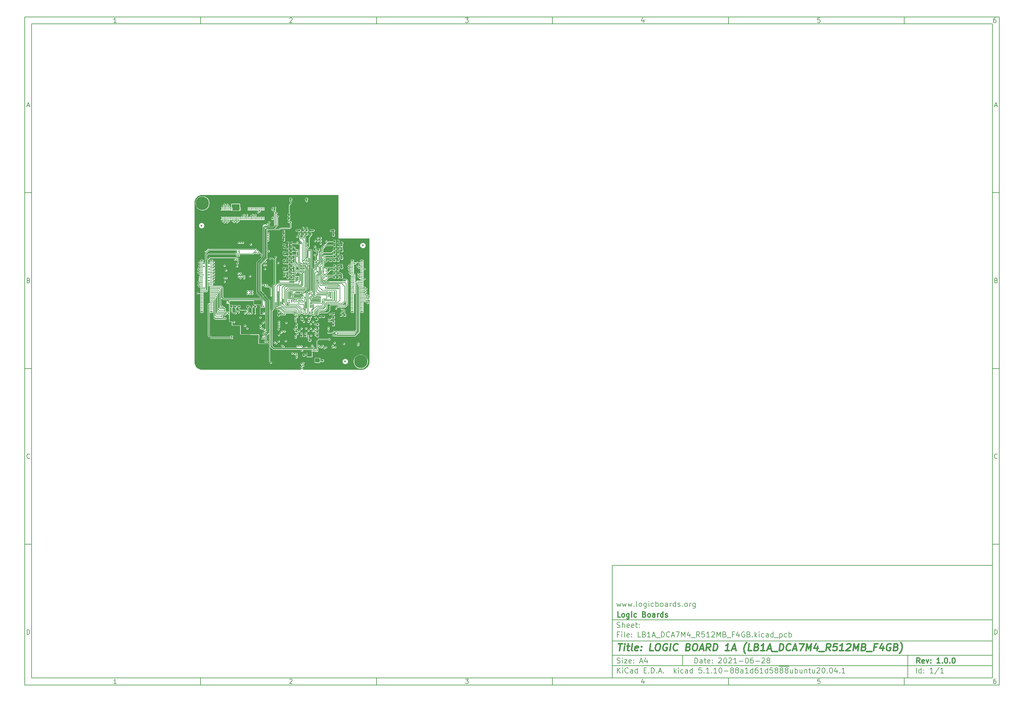
<source format=gbr>
%TF.GenerationSoftware,KiCad,Pcbnew,5.1.10-88a1d61d58~88~ubuntu20.04.1*%
%TF.CreationDate,2021-06-28T11:18:36+05:30*%
%TF.ProjectId,LB1A_DCA7M4_R512MB_F4GB,4c423141-5f44-4434-9137-4d345f523531,1.0.0*%
%TF.SameCoordinates,Original*%
%TF.FileFunction,Copper,L6,Bot*%
%TF.FilePolarity,Positive*%
%FSLAX46Y46*%
G04 Gerber Fmt 4.6, Leading zero omitted, Abs format (unit mm)*
G04 Created by KiCad (PCBNEW 5.1.10-88a1d61d58~88~ubuntu20.04.1) date 2021-06-28 11:18:36*
%MOMM*%
%LPD*%
G01*
G04 APERTURE LIST*
%ADD10C,0.100000*%
%ADD11C,0.150000*%
%ADD12C,0.300000*%
%ADD13C,0.400000*%
%TA.AperFunction,ComponentPad*%
%ADD14C,3.800000*%
%TD*%
%TA.AperFunction,SMDPad,CuDef*%
%ADD15R,0.660000X0.230000*%
%TD*%
%TA.AperFunction,SMDPad,CuDef*%
%ADD16R,0.660000X0.350000*%
%TD*%
%TA.AperFunction,SMDPad,CuDef*%
%ADD17R,0.230000X0.660000*%
%TD*%
%TA.AperFunction,SMDPad,CuDef*%
%ADD18R,0.350000X0.660000*%
%TD*%
%TA.AperFunction,SMDPad,CuDef*%
%ADD19C,0.500000*%
%TD*%
%TA.AperFunction,SMDPad,CuDef*%
%ADD20R,1.400000X1.150000*%
%TD*%
%TA.AperFunction,ViaPad*%
%ADD21C,0.400050*%
%TD*%
%TA.AperFunction,ViaPad*%
%ADD22C,0.275590*%
%TD*%
%TA.AperFunction,Conductor*%
%ADD23C,0.300000*%
%TD*%
%TA.AperFunction,Conductor*%
%ADD24C,0.304800*%
%TD*%
%TA.AperFunction,Conductor*%
%ADD25C,0.200000*%
%TD*%
%TA.AperFunction,Conductor*%
%ADD26C,0.203200*%
%TD*%
%TA.AperFunction,Conductor*%
%ADD27C,0.152400*%
%TD*%
%TA.AperFunction,Conductor*%
%ADD28C,0.120000*%
%TD*%
%TA.AperFunction,Conductor*%
%ADD29C,0.127000*%
%TD*%
%TA.AperFunction,Conductor*%
%ADD30C,0.090000*%
%TD*%
%TA.AperFunction,Conductor*%
%ADD31C,0.100000*%
%TD*%
%TA.AperFunction,Conductor*%
%ADD32C,0.088900*%
%TD*%
%TA.AperFunction,Conductor*%
%ADD33C,0.101600*%
%TD*%
G04 APERTURE END LIST*
D10*
D11*
X177002200Y-166007200D02*
X177002200Y-198007200D01*
X285002200Y-198007200D01*
X285002200Y-166007200D01*
X177002200Y-166007200D01*
D10*
D11*
X10000000Y-10000000D02*
X10000000Y-200007200D01*
X287002200Y-200007200D01*
X287002200Y-10000000D01*
X10000000Y-10000000D01*
D10*
D11*
X12000000Y-12000000D02*
X12000000Y-198007200D01*
X285002200Y-198007200D01*
X285002200Y-12000000D01*
X12000000Y-12000000D01*
D10*
D11*
X60000000Y-12000000D02*
X60000000Y-10000000D01*
D10*
D11*
X110000000Y-12000000D02*
X110000000Y-10000000D01*
D10*
D11*
X160000000Y-12000000D02*
X160000000Y-10000000D01*
D10*
D11*
X210000000Y-12000000D02*
X210000000Y-10000000D01*
D10*
D11*
X260000000Y-12000000D02*
X260000000Y-10000000D01*
D10*
D11*
X36065476Y-11588095D02*
X35322619Y-11588095D01*
X35694047Y-11588095D02*
X35694047Y-10288095D01*
X35570238Y-10473809D01*
X35446428Y-10597619D01*
X35322619Y-10659523D01*
D10*
D11*
X85322619Y-10411904D02*
X85384523Y-10350000D01*
X85508333Y-10288095D01*
X85817857Y-10288095D01*
X85941666Y-10350000D01*
X86003571Y-10411904D01*
X86065476Y-10535714D01*
X86065476Y-10659523D01*
X86003571Y-10845238D01*
X85260714Y-11588095D01*
X86065476Y-11588095D01*
D10*
D11*
X135260714Y-10288095D02*
X136065476Y-10288095D01*
X135632142Y-10783333D01*
X135817857Y-10783333D01*
X135941666Y-10845238D01*
X136003571Y-10907142D01*
X136065476Y-11030952D01*
X136065476Y-11340476D01*
X136003571Y-11464285D01*
X135941666Y-11526190D01*
X135817857Y-11588095D01*
X135446428Y-11588095D01*
X135322619Y-11526190D01*
X135260714Y-11464285D01*
D10*
D11*
X185941666Y-10721428D02*
X185941666Y-11588095D01*
X185632142Y-10226190D02*
X185322619Y-11154761D01*
X186127380Y-11154761D01*
D10*
D11*
X236003571Y-10288095D02*
X235384523Y-10288095D01*
X235322619Y-10907142D01*
X235384523Y-10845238D01*
X235508333Y-10783333D01*
X235817857Y-10783333D01*
X235941666Y-10845238D01*
X236003571Y-10907142D01*
X236065476Y-11030952D01*
X236065476Y-11340476D01*
X236003571Y-11464285D01*
X235941666Y-11526190D01*
X235817857Y-11588095D01*
X235508333Y-11588095D01*
X235384523Y-11526190D01*
X235322619Y-11464285D01*
D10*
D11*
X285941666Y-10288095D02*
X285694047Y-10288095D01*
X285570238Y-10350000D01*
X285508333Y-10411904D01*
X285384523Y-10597619D01*
X285322619Y-10845238D01*
X285322619Y-11340476D01*
X285384523Y-11464285D01*
X285446428Y-11526190D01*
X285570238Y-11588095D01*
X285817857Y-11588095D01*
X285941666Y-11526190D01*
X286003571Y-11464285D01*
X286065476Y-11340476D01*
X286065476Y-11030952D01*
X286003571Y-10907142D01*
X285941666Y-10845238D01*
X285817857Y-10783333D01*
X285570238Y-10783333D01*
X285446428Y-10845238D01*
X285384523Y-10907142D01*
X285322619Y-11030952D01*
D10*
D11*
X60000000Y-198007200D02*
X60000000Y-200007200D01*
D10*
D11*
X110000000Y-198007200D02*
X110000000Y-200007200D01*
D10*
D11*
X160000000Y-198007200D02*
X160000000Y-200007200D01*
D10*
D11*
X210000000Y-198007200D02*
X210000000Y-200007200D01*
D10*
D11*
X260000000Y-198007200D02*
X260000000Y-200007200D01*
D10*
D11*
X36065476Y-199595295D02*
X35322619Y-199595295D01*
X35694047Y-199595295D02*
X35694047Y-198295295D01*
X35570238Y-198481009D01*
X35446428Y-198604819D01*
X35322619Y-198666723D01*
D10*
D11*
X85322619Y-198419104D02*
X85384523Y-198357200D01*
X85508333Y-198295295D01*
X85817857Y-198295295D01*
X85941666Y-198357200D01*
X86003571Y-198419104D01*
X86065476Y-198542914D01*
X86065476Y-198666723D01*
X86003571Y-198852438D01*
X85260714Y-199595295D01*
X86065476Y-199595295D01*
D10*
D11*
X135260714Y-198295295D02*
X136065476Y-198295295D01*
X135632142Y-198790533D01*
X135817857Y-198790533D01*
X135941666Y-198852438D01*
X136003571Y-198914342D01*
X136065476Y-199038152D01*
X136065476Y-199347676D01*
X136003571Y-199471485D01*
X135941666Y-199533390D01*
X135817857Y-199595295D01*
X135446428Y-199595295D01*
X135322619Y-199533390D01*
X135260714Y-199471485D01*
D10*
D11*
X185941666Y-198728628D02*
X185941666Y-199595295D01*
X185632142Y-198233390D02*
X185322619Y-199161961D01*
X186127380Y-199161961D01*
D10*
D11*
X236003571Y-198295295D02*
X235384523Y-198295295D01*
X235322619Y-198914342D01*
X235384523Y-198852438D01*
X235508333Y-198790533D01*
X235817857Y-198790533D01*
X235941666Y-198852438D01*
X236003571Y-198914342D01*
X236065476Y-199038152D01*
X236065476Y-199347676D01*
X236003571Y-199471485D01*
X235941666Y-199533390D01*
X235817857Y-199595295D01*
X235508333Y-199595295D01*
X235384523Y-199533390D01*
X235322619Y-199471485D01*
D10*
D11*
X285941666Y-198295295D02*
X285694047Y-198295295D01*
X285570238Y-198357200D01*
X285508333Y-198419104D01*
X285384523Y-198604819D01*
X285322619Y-198852438D01*
X285322619Y-199347676D01*
X285384523Y-199471485D01*
X285446428Y-199533390D01*
X285570238Y-199595295D01*
X285817857Y-199595295D01*
X285941666Y-199533390D01*
X286003571Y-199471485D01*
X286065476Y-199347676D01*
X286065476Y-199038152D01*
X286003571Y-198914342D01*
X285941666Y-198852438D01*
X285817857Y-198790533D01*
X285570238Y-198790533D01*
X285446428Y-198852438D01*
X285384523Y-198914342D01*
X285322619Y-199038152D01*
D10*
D11*
X10000000Y-60000000D02*
X12000000Y-60000000D01*
D10*
D11*
X10000000Y-110000000D02*
X12000000Y-110000000D01*
D10*
D11*
X10000000Y-160000000D02*
X12000000Y-160000000D01*
D10*
D11*
X10690476Y-35216666D02*
X11309523Y-35216666D01*
X10566666Y-35588095D02*
X11000000Y-34288095D01*
X11433333Y-35588095D01*
D10*
D11*
X11092857Y-84907142D02*
X11278571Y-84969047D01*
X11340476Y-85030952D01*
X11402380Y-85154761D01*
X11402380Y-85340476D01*
X11340476Y-85464285D01*
X11278571Y-85526190D01*
X11154761Y-85588095D01*
X10659523Y-85588095D01*
X10659523Y-84288095D01*
X11092857Y-84288095D01*
X11216666Y-84350000D01*
X11278571Y-84411904D01*
X11340476Y-84535714D01*
X11340476Y-84659523D01*
X11278571Y-84783333D01*
X11216666Y-84845238D01*
X11092857Y-84907142D01*
X10659523Y-84907142D01*
D10*
D11*
X11402380Y-135464285D02*
X11340476Y-135526190D01*
X11154761Y-135588095D01*
X11030952Y-135588095D01*
X10845238Y-135526190D01*
X10721428Y-135402380D01*
X10659523Y-135278571D01*
X10597619Y-135030952D01*
X10597619Y-134845238D01*
X10659523Y-134597619D01*
X10721428Y-134473809D01*
X10845238Y-134350000D01*
X11030952Y-134288095D01*
X11154761Y-134288095D01*
X11340476Y-134350000D01*
X11402380Y-134411904D01*
D10*
D11*
X10659523Y-185588095D02*
X10659523Y-184288095D01*
X10969047Y-184288095D01*
X11154761Y-184350000D01*
X11278571Y-184473809D01*
X11340476Y-184597619D01*
X11402380Y-184845238D01*
X11402380Y-185030952D01*
X11340476Y-185278571D01*
X11278571Y-185402380D01*
X11154761Y-185526190D01*
X10969047Y-185588095D01*
X10659523Y-185588095D01*
D10*
D11*
X287002200Y-60000000D02*
X285002200Y-60000000D01*
D10*
D11*
X287002200Y-110000000D02*
X285002200Y-110000000D01*
D10*
D11*
X287002200Y-160000000D02*
X285002200Y-160000000D01*
D10*
D11*
X285692676Y-35216666D02*
X286311723Y-35216666D01*
X285568866Y-35588095D02*
X286002200Y-34288095D01*
X286435533Y-35588095D01*
D10*
D11*
X286095057Y-84907142D02*
X286280771Y-84969047D01*
X286342676Y-85030952D01*
X286404580Y-85154761D01*
X286404580Y-85340476D01*
X286342676Y-85464285D01*
X286280771Y-85526190D01*
X286156961Y-85588095D01*
X285661723Y-85588095D01*
X285661723Y-84288095D01*
X286095057Y-84288095D01*
X286218866Y-84350000D01*
X286280771Y-84411904D01*
X286342676Y-84535714D01*
X286342676Y-84659523D01*
X286280771Y-84783333D01*
X286218866Y-84845238D01*
X286095057Y-84907142D01*
X285661723Y-84907142D01*
D10*
D11*
X286404580Y-135464285D02*
X286342676Y-135526190D01*
X286156961Y-135588095D01*
X286033152Y-135588095D01*
X285847438Y-135526190D01*
X285723628Y-135402380D01*
X285661723Y-135278571D01*
X285599819Y-135030952D01*
X285599819Y-134845238D01*
X285661723Y-134597619D01*
X285723628Y-134473809D01*
X285847438Y-134350000D01*
X286033152Y-134288095D01*
X286156961Y-134288095D01*
X286342676Y-134350000D01*
X286404580Y-134411904D01*
D10*
D11*
X285661723Y-185588095D02*
X285661723Y-184288095D01*
X285971247Y-184288095D01*
X286156961Y-184350000D01*
X286280771Y-184473809D01*
X286342676Y-184597619D01*
X286404580Y-184845238D01*
X286404580Y-185030952D01*
X286342676Y-185278571D01*
X286280771Y-185402380D01*
X286156961Y-185526190D01*
X285971247Y-185588095D01*
X285661723Y-185588095D01*
D10*
D11*
X200434342Y-193785771D02*
X200434342Y-192285771D01*
X200791485Y-192285771D01*
X201005771Y-192357200D01*
X201148628Y-192500057D01*
X201220057Y-192642914D01*
X201291485Y-192928628D01*
X201291485Y-193142914D01*
X201220057Y-193428628D01*
X201148628Y-193571485D01*
X201005771Y-193714342D01*
X200791485Y-193785771D01*
X200434342Y-193785771D01*
X202577200Y-193785771D02*
X202577200Y-193000057D01*
X202505771Y-192857200D01*
X202362914Y-192785771D01*
X202077200Y-192785771D01*
X201934342Y-192857200D01*
X202577200Y-193714342D02*
X202434342Y-193785771D01*
X202077200Y-193785771D01*
X201934342Y-193714342D01*
X201862914Y-193571485D01*
X201862914Y-193428628D01*
X201934342Y-193285771D01*
X202077200Y-193214342D01*
X202434342Y-193214342D01*
X202577200Y-193142914D01*
X203077200Y-192785771D02*
X203648628Y-192785771D01*
X203291485Y-192285771D02*
X203291485Y-193571485D01*
X203362914Y-193714342D01*
X203505771Y-193785771D01*
X203648628Y-193785771D01*
X204720057Y-193714342D02*
X204577200Y-193785771D01*
X204291485Y-193785771D01*
X204148628Y-193714342D01*
X204077200Y-193571485D01*
X204077200Y-193000057D01*
X204148628Y-192857200D01*
X204291485Y-192785771D01*
X204577200Y-192785771D01*
X204720057Y-192857200D01*
X204791485Y-193000057D01*
X204791485Y-193142914D01*
X204077200Y-193285771D01*
X205434342Y-193642914D02*
X205505771Y-193714342D01*
X205434342Y-193785771D01*
X205362914Y-193714342D01*
X205434342Y-193642914D01*
X205434342Y-193785771D01*
X205434342Y-192857200D02*
X205505771Y-192928628D01*
X205434342Y-193000057D01*
X205362914Y-192928628D01*
X205434342Y-192857200D01*
X205434342Y-193000057D01*
X207220057Y-192428628D02*
X207291485Y-192357200D01*
X207434342Y-192285771D01*
X207791485Y-192285771D01*
X207934342Y-192357200D01*
X208005771Y-192428628D01*
X208077200Y-192571485D01*
X208077200Y-192714342D01*
X208005771Y-192928628D01*
X207148628Y-193785771D01*
X208077200Y-193785771D01*
X209005771Y-192285771D02*
X209148628Y-192285771D01*
X209291485Y-192357200D01*
X209362914Y-192428628D01*
X209434342Y-192571485D01*
X209505771Y-192857200D01*
X209505771Y-193214342D01*
X209434342Y-193500057D01*
X209362914Y-193642914D01*
X209291485Y-193714342D01*
X209148628Y-193785771D01*
X209005771Y-193785771D01*
X208862914Y-193714342D01*
X208791485Y-193642914D01*
X208720057Y-193500057D01*
X208648628Y-193214342D01*
X208648628Y-192857200D01*
X208720057Y-192571485D01*
X208791485Y-192428628D01*
X208862914Y-192357200D01*
X209005771Y-192285771D01*
X210077200Y-192428628D02*
X210148628Y-192357200D01*
X210291485Y-192285771D01*
X210648628Y-192285771D01*
X210791485Y-192357200D01*
X210862914Y-192428628D01*
X210934342Y-192571485D01*
X210934342Y-192714342D01*
X210862914Y-192928628D01*
X210005771Y-193785771D01*
X210934342Y-193785771D01*
X212362914Y-193785771D02*
X211505771Y-193785771D01*
X211934342Y-193785771D02*
X211934342Y-192285771D01*
X211791485Y-192500057D01*
X211648628Y-192642914D01*
X211505771Y-192714342D01*
X213005771Y-193214342D02*
X214148628Y-193214342D01*
X215148628Y-192285771D02*
X215291485Y-192285771D01*
X215434342Y-192357200D01*
X215505771Y-192428628D01*
X215577200Y-192571485D01*
X215648628Y-192857200D01*
X215648628Y-193214342D01*
X215577200Y-193500057D01*
X215505771Y-193642914D01*
X215434342Y-193714342D01*
X215291485Y-193785771D01*
X215148628Y-193785771D01*
X215005771Y-193714342D01*
X214934342Y-193642914D01*
X214862914Y-193500057D01*
X214791485Y-193214342D01*
X214791485Y-192857200D01*
X214862914Y-192571485D01*
X214934342Y-192428628D01*
X215005771Y-192357200D01*
X215148628Y-192285771D01*
X216934342Y-192285771D02*
X216648628Y-192285771D01*
X216505771Y-192357200D01*
X216434342Y-192428628D01*
X216291485Y-192642914D01*
X216220057Y-192928628D01*
X216220057Y-193500057D01*
X216291485Y-193642914D01*
X216362914Y-193714342D01*
X216505771Y-193785771D01*
X216791485Y-193785771D01*
X216934342Y-193714342D01*
X217005771Y-193642914D01*
X217077200Y-193500057D01*
X217077200Y-193142914D01*
X217005771Y-193000057D01*
X216934342Y-192928628D01*
X216791485Y-192857200D01*
X216505771Y-192857200D01*
X216362914Y-192928628D01*
X216291485Y-193000057D01*
X216220057Y-193142914D01*
X217720057Y-193214342D02*
X218862914Y-193214342D01*
X219505771Y-192428628D02*
X219577200Y-192357200D01*
X219720057Y-192285771D01*
X220077200Y-192285771D01*
X220220057Y-192357200D01*
X220291485Y-192428628D01*
X220362914Y-192571485D01*
X220362914Y-192714342D01*
X220291485Y-192928628D01*
X219434342Y-193785771D01*
X220362914Y-193785771D01*
X221220057Y-192928628D02*
X221077200Y-192857200D01*
X221005771Y-192785771D01*
X220934342Y-192642914D01*
X220934342Y-192571485D01*
X221005771Y-192428628D01*
X221077200Y-192357200D01*
X221220057Y-192285771D01*
X221505771Y-192285771D01*
X221648628Y-192357200D01*
X221720057Y-192428628D01*
X221791485Y-192571485D01*
X221791485Y-192642914D01*
X221720057Y-192785771D01*
X221648628Y-192857200D01*
X221505771Y-192928628D01*
X221220057Y-192928628D01*
X221077200Y-193000057D01*
X221005771Y-193071485D01*
X220934342Y-193214342D01*
X220934342Y-193500057D01*
X221005771Y-193642914D01*
X221077200Y-193714342D01*
X221220057Y-193785771D01*
X221505771Y-193785771D01*
X221648628Y-193714342D01*
X221720057Y-193642914D01*
X221791485Y-193500057D01*
X221791485Y-193214342D01*
X221720057Y-193071485D01*
X221648628Y-193000057D01*
X221505771Y-192928628D01*
D10*
D11*
X177002200Y-194507200D02*
X285002200Y-194507200D01*
D10*
D11*
X178434342Y-196585771D02*
X178434342Y-195085771D01*
X179291485Y-196585771D02*
X178648628Y-195728628D01*
X179291485Y-195085771D02*
X178434342Y-195942914D01*
X179934342Y-196585771D02*
X179934342Y-195585771D01*
X179934342Y-195085771D02*
X179862914Y-195157200D01*
X179934342Y-195228628D01*
X180005771Y-195157200D01*
X179934342Y-195085771D01*
X179934342Y-195228628D01*
X181505771Y-196442914D02*
X181434342Y-196514342D01*
X181220057Y-196585771D01*
X181077200Y-196585771D01*
X180862914Y-196514342D01*
X180720057Y-196371485D01*
X180648628Y-196228628D01*
X180577200Y-195942914D01*
X180577200Y-195728628D01*
X180648628Y-195442914D01*
X180720057Y-195300057D01*
X180862914Y-195157200D01*
X181077200Y-195085771D01*
X181220057Y-195085771D01*
X181434342Y-195157200D01*
X181505771Y-195228628D01*
X182791485Y-196585771D02*
X182791485Y-195800057D01*
X182720057Y-195657200D01*
X182577200Y-195585771D01*
X182291485Y-195585771D01*
X182148628Y-195657200D01*
X182791485Y-196514342D02*
X182648628Y-196585771D01*
X182291485Y-196585771D01*
X182148628Y-196514342D01*
X182077200Y-196371485D01*
X182077200Y-196228628D01*
X182148628Y-196085771D01*
X182291485Y-196014342D01*
X182648628Y-196014342D01*
X182791485Y-195942914D01*
X184148628Y-196585771D02*
X184148628Y-195085771D01*
X184148628Y-196514342D02*
X184005771Y-196585771D01*
X183720057Y-196585771D01*
X183577200Y-196514342D01*
X183505771Y-196442914D01*
X183434342Y-196300057D01*
X183434342Y-195871485D01*
X183505771Y-195728628D01*
X183577200Y-195657200D01*
X183720057Y-195585771D01*
X184005771Y-195585771D01*
X184148628Y-195657200D01*
X186005771Y-195800057D02*
X186505771Y-195800057D01*
X186720057Y-196585771D02*
X186005771Y-196585771D01*
X186005771Y-195085771D01*
X186720057Y-195085771D01*
X187362914Y-196442914D02*
X187434342Y-196514342D01*
X187362914Y-196585771D01*
X187291485Y-196514342D01*
X187362914Y-196442914D01*
X187362914Y-196585771D01*
X188077200Y-196585771D02*
X188077200Y-195085771D01*
X188434342Y-195085771D01*
X188648628Y-195157200D01*
X188791485Y-195300057D01*
X188862914Y-195442914D01*
X188934342Y-195728628D01*
X188934342Y-195942914D01*
X188862914Y-196228628D01*
X188791485Y-196371485D01*
X188648628Y-196514342D01*
X188434342Y-196585771D01*
X188077200Y-196585771D01*
X189577200Y-196442914D02*
X189648628Y-196514342D01*
X189577200Y-196585771D01*
X189505771Y-196514342D01*
X189577200Y-196442914D01*
X189577200Y-196585771D01*
X190220057Y-196157200D02*
X190934342Y-196157200D01*
X190077200Y-196585771D02*
X190577200Y-195085771D01*
X191077200Y-196585771D01*
X191577200Y-196442914D02*
X191648628Y-196514342D01*
X191577200Y-196585771D01*
X191505771Y-196514342D01*
X191577200Y-196442914D01*
X191577200Y-196585771D01*
X194577200Y-196585771D02*
X194577200Y-195085771D01*
X194720057Y-196014342D02*
X195148628Y-196585771D01*
X195148628Y-195585771D02*
X194577200Y-196157200D01*
X195791485Y-196585771D02*
X195791485Y-195585771D01*
X195791485Y-195085771D02*
X195720057Y-195157200D01*
X195791485Y-195228628D01*
X195862914Y-195157200D01*
X195791485Y-195085771D01*
X195791485Y-195228628D01*
X197148628Y-196514342D02*
X197005771Y-196585771D01*
X196720057Y-196585771D01*
X196577200Y-196514342D01*
X196505771Y-196442914D01*
X196434342Y-196300057D01*
X196434342Y-195871485D01*
X196505771Y-195728628D01*
X196577200Y-195657200D01*
X196720057Y-195585771D01*
X197005771Y-195585771D01*
X197148628Y-195657200D01*
X198434342Y-196585771D02*
X198434342Y-195800057D01*
X198362914Y-195657200D01*
X198220057Y-195585771D01*
X197934342Y-195585771D01*
X197791485Y-195657200D01*
X198434342Y-196514342D02*
X198291485Y-196585771D01*
X197934342Y-196585771D01*
X197791485Y-196514342D01*
X197720057Y-196371485D01*
X197720057Y-196228628D01*
X197791485Y-196085771D01*
X197934342Y-196014342D01*
X198291485Y-196014342D01*
X198434342Y-195942914D01*
X199791485Y-196585771D02*
X199791485Y-195085771D01*
X199791485Y-196514342D02*
X199648628Y-196585771D01*
X199362914Y-196585771D01*
X199220057Y-196514342D01*
X199148628Y-196442914D01*
X199077200Y-196300057D01*
X199077200Y-195871485D01*
X199148628Y-195728628D01*
X199220057Y-195657200D01*
X199362914Y-195585771D01*
X199648628Y-195585771D01*
X199791485Y-195657200D01*
X202362914Y-195085771D02*
X201648628Y-195085771D01*
X201577200Y-195800057D01*
X201648628Y-195728628D01*
X201791485Y-195657200D01*
X202148628Y-195657200D01*
X202291485Y-195728628D01*
X202362914Y-195800057D01*
X202434342Y-195942914D01*
X202434342Y-196300057D01*
X202362914Y-196442914D01*
X202291485Y-196514342D01*
X202148628Y-196585771D01*
X201791485Y-196585771D01*
X201648628Y-196514342D01*
X201577200Y-196442914D01*
X203077200Y-196442914D02*
X203148628Y-196514342D01*
X203077200Y-196585771D01*
X203005771Y-196514342D01*
X203077200Y-196442914D01*
X203077200Y-196585771D01*
X204577200Y-196585771D02*
X203720057Y-196585771D01*
X204148628Y-196585771D02*
X204148628Y-195085771D01*
X204005771Y-195300057D01*
X203862914Y-195442914D01*
X203720057Y-195514342D01*
X205220057Y-196442914D02*
X205291485Y-196514342D01*
X205220057Y-196585771D01*
X205148628Y-196514342D01*
X205220057Y-196442914D01*
X205220057Y-196585771D01*
X206720057Y-196585771D02*
X205862914Y-196585771D01*
X206291485Y-196585771D02*
X206291485Y-195085771D01*
X206148628Y-195300057D01*
X206005771Y-195442914D01*
X205862914Y-195514342D01*
X207648628Y-195085771D02*
X207791485Y-195085771D01*
X207934342Y-195157200D01*
X208005771Y-195228628D01*
X208077200Y-195371485D01*
X208148628Y-195657200D01*
X208148628Y-196014342D01*
X208077200Y-196300057D01*
X208005771Y-196442914D01*
X207934342Y-196514342D01*
X207791485Y-196585771D01*
X207648628Y-196585771D01*
X207505771Y-196514342D01*
X207434342Y-196442914D01*
X207362914Y-196300057D01*
X207291485Y-196014342D01*
X207291485Y-195657200D01*
X207362914Y-195371485D01*
X207434342Y-195228628D01*
X207505771Y-195157200D01*
X207648628Y-195085771D01*
X208791485Y-196014342D02*
X209934342Y-196014342D01*
X210862914Y-195728628D02*
X210720057Y-195657200D01*
X210648628Y-195585771D01*
X210577200Y-195442914D01*
X210577200Y-195371485D01*
X210648628Y-195228628D01*
X210720057Y-195157200D01*
X210862914Y-195085771D01*
X211148628Y-195085771D01*
X211291485Y-195157200D01*
X211362914Y-195228628D01*
X211434342Y-195371485D01*
X211434342Y-195442914D01*
X211362914Y-195585771D01*
X211291485Y-195657200D01*
X211148628Y-195728628D01*
X210862914Y-195728628D01*
X210720057Y-195800057D01*
X210648628Y-195871485D01*
X210577200Y-196014342D01*
X210577200Y-196300057D01*
X210648628Y-196442914D01*
X210720057Y-196514342D01*
X210862914Y-196585771D01*
X211148628Y-196585771D01*
X211291485Y-196514342D01*
X211362914Y-196442914D01*
X211434342Y-196300057D01*
X211434342Y-196014342D01*
X211362914Y-195871485D01*
X211291485Y-195800057D01*
X211148628Y-195728628D01*
X212291485Y-195728628D02*
X212148628Y-195657200D01*
X212077200Y-195585771D01*
X212005771Y-195442914D01*
X212005771Y-195371485D01*
X212077200Y-195228628D01*
X212148628Y-195157200D01*
X212291485Y-195085771D01*
X212577200Y-195085771D01*
X212720057Y-195157200D01*
X212791485Y-195228628D01*
X212862914Y-195371485D01*
X212862914Y-195442914D01*
X212791485Y-195585771D01*
X212720057Y-195657200D01*
X212577200Y-195728628D01*
X212291485Y-195728628D01*
X212148628Y-195800057D01*
X212077200Y-195871485D01*
X212005771Y-196014342D01*
X212005771Y-196300057D01*
X212077200Y-196442914D01*
X212148628Y-196514342D01*
X212291485Y-196585771D01*
X212577200Y-196585771D01*
X212720057Y-196514342D01*
X212791485Y-196442914D01*
X212862914Y-196300057D01*
X212862914Y-196014342D01*
X212791485Y-195871485D01*
X212720057Y-195800057D01*
X212577200Y-195728628D01*
X214148628Y-196585771D02*
X214148628Y-195800057D01*
X214077200Y-195657200D01*
X213934342Y-195585771D01*
X213648628Y-195585771D01*
X213505771Y-195657200D01*
X214148628Y-196514342D02*
X214005771Y-196585771D01*
X213648628Y-196585771D01*
X213505771Y-196514342D01*
X213434342Y-196371485D01*
X213434342Y-196228628D01*
X213505771Y-196085771D01*
X213648628Y-196014342D01*
X214005771Y-196014342D01*
X214148628Y-195942914D01*
X215648628Y-196585771D02*
X214791485Y-196585771D01*
X215220057Y-196585771D02*
X215220057Y-195085771D01*
X215077200Y-195300057D01*
X214934342Y-195442914D01*
X214791485Y-195514342D01*
X216934342Y-196585771D02*
X216934342Y-195085771D01*
X216934342Y-196514342D02*
X216791485Y-196585771D01*
X216505771Y-196585771D01*
X216362914Y-196514342D01*
X216291485Y-196442914D01*
X216220057Y-196300057D01*
X216220057Y-195871485D01*
X216291485Y-195728628D01*
X216362914Y-195657200D01*
X216505771Y-195585771D01*
X216791485Y-195585771D01*
X216934342Y-195657200D01*
X218291485Y-195085771D02*
X218005771Y-195085771D01*
X217862914Y-195157200D01*
X217791485Y-195228628D01*
X217648628Y-195442914D01*
X217577200Y-195728628D01*
X217577200Y-196300057D01*
X217648628Y-196442914D01*
X217720057Y-196514342D01*
X217862914Y-196585771D01*
X218148628Y-196585771D01*
X218291485Y-196514342D01*
X218362914Y-196442914D01*
X218434342Y-196300057D01*
X218434342Y-195942914D01*
X218362914Y-195800057D01*
X218291485Y-195728628D01*
X218148628Y-195657200D01*
X217862914Y-195657200D01*
X217720057Y-195728628D01*
X217648628Y-195800057D01*
X217577200Y-195942914D01*
X219862914Y-196585771D02*
X219005771Y-196585771D01*
X219434342Y-196585771D02*
X219434342Y-195085771D01*
X219291485Y-195300057D01*
X219148628Y-195442914D01*
X219005771Y-195514342D01*
X221148628Y-196585771D02*
X221148628Y-195085771D01*
X221148628Y-196514342D02*
X221005771Y-196585771D01*
X220720057Y-196585771D01*
X220577200Y-196514342D01*
X220505771Y-196442914D01*
X220434342Y-196300057D01*
X220434342Y-195871485D01*
X220505771Y-195728628D01*
X220577200Y-195657200D01*
X220720057Y-195585771D01*
X221005771Y-195585771D01*
X221148628Y-195657200D01*
X222577200Y-195085771D02*
X221862914Y-195085771D01*
X221791485Y-195800057D01*
X221862914Y-195728628D01*
X222005771Y-195657200D01*
X222362914Y-195657200D01*
X222505771Y-195728628D01*
X222577200Y-195800057D01*
X222648628Y-195942914D01*
X222648628Y-196300057D01*
X222577200Y-196442914D01*
X222505771Y-196514342D01*
X222362914Y-196585771D01*
X222005771Y-196585771D01*
X221862914Y-196514342D01*
X221791485Y-196442914D01*
X223505771Y-195728628D02*
X223362914Y-195657200D01*
X223291485Y-195585771D01*
X223220057Y-195442914D01*
X223220057Y-195371485D01*
X223291485Y-195228628D01*
X223362914Y-195157200D01*
X223505771Y-195085771D01*
X223791485Y-195085771D01*
X223934342Y-195157200D01*
X224005771Y-195228628D01*
X224077200Y-195371485D01*
X224077200Y-195442914D01*
X224005771Y-195585771D01*
X223934342Y-195657200D01*
X223791485Y-195728628D01*
X223505771Y-195728628D01*
X223362914Y-195800057D01*
X223291485Y-195871485D01*
X223220057Y-196014342D01*
X223220057Y-196300057D01*
X223291485Y-196442914D01*
X223362914Y-196514342D01*
X223505771Y-196585771D01*
X223791485Y-196585771D01*
X223934342Y-196514342D01*
X224005771Y-196442914D01*
X224077200Y-196300057D01*
X224077200Y-196014342D01*
X224005771Y-195871485D01*
X223934342Y-195800057D01*
X223791485Y-195728628D01*
X224362914Y-194677200D02*
X225791485Y-194677200D01*
X224934342Y-195728628D02*
X224791485Y-195657200D01*
X224720057Y-195585771D01*
X224648628Y-195442914D01*
X224648628Y-195371485D01*
X224720057Y-195228628D01*
X224791485Y-195157200D01*
X224934342Y-195085771D01*
X225220057Y-195085771D01*
X225362914Y-195157200D01*
X225434342Y-195228628D01*
X225505771Y-195371485D01*
X225505771Y-195442914D01*
X225434342Y-195585771D01*
X225362914Y-195657200D01*
X225220057Y-195728628D01*
X224934342Y-195728628D01*
X224791485Y-195800057D01*
X224720057Y-195871485D01*
X224648628Y-196014342D01*
X224648628Y-196300057D01*
X224720057Y-196442914D01*
X224791485Y-196514342D01*
X224934342Y-196585771D01*
X225220057Y-196585771D01*
X225362914Y-196514342D01*
X225434342Y-196442914D01*
X225505771Y-196300057D01*
X225505771Y-196014342D01*
X225434342Y-195871485D01*
X225362914Y-195800057D01*
X225220057Y-195728628D01*
X225791485Y-194677200D02*
X227220057Y-194677200D01*
X226362914Y-195728628D02*
X226220057Y-195657200D01*
X226148628Y-195585771D01*
X226077199Y-195442914D01*
X226077199Y-195371485D01*
X226148628Y-195228628D01*
X226220057Y-195157200D01*
X226362914Y-195085771D01*
X226648628Y-195085771D01*
X226791485Y-195157200D01*
X226862914Y-195228628D01*
X226934342Y-195371485D01*
X226934342Y-195442914D01*
X226862914Y-195585771D01*
X226791485Y-195657200D01*
X226648628Y-195728628D01*
X226362914Y-195728628D01*
X226220057Y-195800057D01*
X226148628Y-195871485D01*
X226077199Y-196014342D01*
X226077199Y-196300057D01*
X226148628Y-196442914D01*
X226220057Y-196514342D01*
X226362914Y-196585771D01*
X226648628Y-196585771D01*
X226791485Y-196514342D01*
X226862914Y-196442914D01*
X226934342Y-196300057D01*
X226934342Y-196014342D01*
X226862914Y-195871485D01*
X226791485Y-195800057D01*
X226648628Y-195728628D01*
X228220057Y-195585771D02*
X228220057Y-196585771D01*
X227577199Y-195585771D02*
X227577199Y-196371485D01*
X227648628Y-196514342D01*
X227791485Y-196585771D01*
X228005771Y-196585771D01*
X228148628Y-196514342D01*
X228220057Y-196442914D01*
X228934342Y-196585771D02*
X228934342Y-195085771D01*
X228934342Y-195657200D02*
X229077199Y-195585771D01*
X229362914Y-195585771D01*
X229505771Y-195657200D01*
X229577199Y-195728628D01*
X229648628Y-195871485D01*
X229648628Y-196300057D01*
X229577199Y-196442914D01*
X229505771Y-196514342D01*
X229362914Y-196585771D01*
X229077199Y-196585771D01*
X228934342Y-196514342D01*
X230934342Y-195585771D02*
X230934342Y-196585771D01*
X230291485Y-195585771D02*
X230291485Y-196371485D01*
X230362914Y-196514342D01*
X230505771Y-196585771D01*
X230720057Y-196585771D01*
X230862914Y-196514342D01*
X230934342Y-196442914D01*
X231648628Y-195585771D02*
X231648628Y-196585771D01*
X231648628Y-195728628D02*
X231720057Y-195657200D01*
X231862914Y-195585771D01*
X232077199Y-195585771D01*
X232220057Y-195657200D01*
X232291485Y-195800057D01*
X232291485Y-196585771D01*
X232791485Y-195585771D02*
X233362914Y-195585771D01*
X233005771Y-195085771D02*
X233005771Y-196371485D01*
X233077199Y-196514342D01*
X233220057Y-196585771D01*
X233362914Y-196585771D01*
X234505771Y-195585771D02*
X234505771Y-196585771D01*
X233862914Y-195585771D02*
X233862914Y-196371485D01*
X233934342Y-196514342D01*
X234077200Y-196585771D01*
X234291485Y-196585771D01*
X234434342Y-196514342D01*
X234505771Y-196442914D01*
X235148628Y-195228628D02*
X235220057Y-195157200D01*
X235362914Y-195085771D01*
X235720057Y-195085771D01*
X235862914Y-195157200D01*
X235934342Y-195228628D01*
X236005771Y-195371485D01*
X236005771Y-195514342D01*
X235934342Y-195728628D01*
X235077200Y-196585771D01*
X236005771Y-196585771D01*
X236934342Y-195085771D02*
X237077199Y-195085771D01*
X237220057Y-195157200D01*
X237291485Y-195228628D01*
X237362914Y-195371485D01*
X237434342Y-195657200D01*
X237434342Y-196014342D01*
X237362914Y-196300057D01*
X237291485Y-196442914D01*
X237220057Y-196514342D01*
X237077199Y-196585771D01*
X236934342Y-196585771D01*
X236791485Y-196514342D01*
X236720057Y-196442914D01*
X236648628Y-196300057D01*
X236577199Y-196014342D01*
X236577199Y-195657200D01*
X236648628Y-195371485D01*
X236720057Y-195228628D01*
X236791485Y-195157200D01*
X236934342Y-195085771D01*
X238077199Y-196442914D02*
X238148628Y-196514342D01*
X238077199Y-196585771D01*
X238005771Y-196514342D01*
X238077199Y-196442914D01*
X238077199Y-196585771D01*
X239077199Y-195085771D02*
X239220057Y-195085771D01*
X239362914Y-195157200D01*
X239434342Y-195228628D01*
X239505771Y-195371485D01*
X239577199Y-195657200D01*
X239577199Y-196014342D01*
X239505771Y-196300057D01*
X239434342Y-196442914D01*
X239362914Y-196514342D01*
X239220057Y-196585771D01*
X239077199Y-196585771D01*
X238934342Y-196514342D01*
X238862914Y-196442914D01*
X238791485Y-196300057D01*
X238720057Y-196014342D01*
X238720057Y-195657200D01*
X238791485Y-195371485D01*
X238862914Y-195228628D01*
X238934342Y-195157200D01*
X239077199Y-195085771D01*
X240862914Y-195585771D02*
X240862914Y-196585771D01*
X240505771Y-195014342D02*
X240148628Y-196085771D01*
X241077199Y-196085771D01*
X241648628Y-196442914D02*
X241720057Y-196514342D01*
X241648628Y-196585771D01*
X241577199Y-196514342D01*
X241648628Y-196442914D01*
X241648628Y-196585771D01*
X243148628Y-196585771D02*
X242291485Y-196585771D01*
X242720057Y-196585771D02*
X242720057Y-195085771D01*
X242577199Y-195300057D01*
X242434342Y-195442914D01*
X242291485Y-195514342D01*
D10*
D11*
X177002200Y-191507200D02*
X285002200Y-191507200D01*
D10*
D12*
X264411485Y-193785771D02*
X263911485Y-193071485D01*
X263554342Y-193785771D02*
X263554342Y-192285771D01*
X264125771Y-192285771D01*
X264268628Y-192357200D01*
X264340057Y-192428628D01*
X264411485Y-192571485D01*
X264411485Y-192785771D01*
X264340057Y-192928628D01*
X264268628Y-193000057D01*
X264125771Y-193071485D01*
X263554342Y-193071485D01*
X265625771Y-193714342D02*
X265482914Y-193785771D01*
X265197200Y-193785771D01*
X265054342Y-193714342D01*
X264982914Y-193571485D01*
X264982914Y-193000057D01*
X265054342Y-192857200D01*
X265197200Y-192785771D01*
X265482914Y-192785771D01*
X265625771Y-192857200D01*
X265697200Y-193000057D01*
X265697200Y-193142914D01*
X264982914Y-193285771D01*
X266197200Y-192785771D02*
X266554342Y-193785771D01*
X266911485Y-192785771D01*
X267482914Y-193642914D02*
X267554342Y-193714342D01*
X267482914Y-193785771D01*
X267411485Y-193714342D01*
X267482914Y-193642914D01*
X267482914Y-193785771D01*
X267482914Y-192857200D02*
X267554342Y-192928628D01*
X267482914Y-193000057D01*
X267411485Y-192928628D01*
X267482914Y-192857200D01*
X267482914Y-193000057D01*
X270125771Y-193785771D02*
X269268628Y-193785771D01*
X269697200Y-193785771D02*
X269697200Y-192285771D01*
X269554342Y-192500057D01*
X269411485Y-192642914D01*
X269268628Y-192714342D01*
X270768628Y-193642914D02*
X270840057Y-193714342D01*
X270768628Y-193785771D01*
X270697200Y-193714342D01*
X270768628Y-193642914D01*
X270768628Y-193785771D01*
X271768628Y-192285771D02*
X271911485Y-192285771D01*
X272054342Y-192357200D01*
X272125771Y-192428628D01*
X272197200Y-192571485D01*
X272268628Y-192857200D01*
X272268628Y-193214342D01*
X272197200Y-193500057D01*
X272125771Y-193642914D01*
X272054342Y-193714342D01*
X271911485Y-193785771D01*
X271768628Y-193785771D01*
X271625771Y-193714342D01*
X271554342Y-193642914D01*
X271482914Y-193500057D01*
X271411485Y-193214342D01*
X271411485Y-192857200D01*
X271482914Y-192571485D01*
X271554342Y-192428628D01*
X271625771Y-192357200D01*
X271768628Y-192285771D01*
X272911485Y-193642914D02*
X272982914Y-193714342D01*
X272911485Y-193785771D01*
X272840057Y-193714342D01*
X272911485Y-193642914D01*
X272911485Y-193785771D01*
X273911485Y-192285771D02*
X274054342Y-192285771D01*
X274197200Y-192357200D01*
X274268628Y-192428628D01*
X274340057Y-192571485D01*
X274411485Y-192857200D01*
X274411485Y-193214342D01*
X274340057Y-193500057D01*
X274268628Y-193642914D01*
X274197200Y-193714342D01*
X274054342Y-193785771D01*
X273911485Y-193785771D01*
X273768628Y-193714342D01*
X273697200Y-193642914D01*
X273625771Y-193500057D01*
X273554342Y-193214342D01*
X273554342Y-192857200D01*
X273625771Y-192571485D01*
X273697200Y-192428628D01*
X273768628Y-192357200D01*
X273911485Y-192285771D01*
D10*
D11*
X178362914Y-193714342D02*
X178577200Y-193785771D01*
X178934342Y-193785771D01*
X179077200Y-193714342D01*
X179148628Y-193642914D01*
X179220057Y-193500057D01*
X179220057Y-193357200D01*
X179148628Y-193214342D01*
X179077200Y-193142914D01*
X178934342Y-193071485D01*
X178648628Y-193000057D01*
X178505771Y-192928628D01*
X178434342Y-192857200D01*
X178362914Y-192714342D01*
X178362914Y-192571485D01*
X178434342Y-192428628D01*
X178505771Y-192357200D01*
X178648628Y-192285771D01*
X179005771Y-192285771D01*
X179220057Y-192357200D01*
X179862914Y-193785771D02*
X179862914Y-192785771D01*
X179862914Y-192285771D02*
X179791485Y-192357200D01*
X179862914Y-192428628D01*
X179934342Y-192357200D01*
X179862914Y-192285771D01*
X179862914Y-192428628D01*
X180434342Y-192785771D02*
X181220057Y-192785771D01*
X180434342Y-193785771D01*
X181220057Y-193785771D01*
X182362914Y-193714342D02*
X182220057Y-193785771D01*
X181934342Y-193785771D01*
X181791485Y-193714342D01*
X181720057Y-193571485D01*
X181720057Y-193000057D01*
X181791485Y-192857200D01*
X181934342Y-192785771D01*
X182220057Y-192785771D01*
X182362914Y-192857200D01*
X182434342Y-193000057D01*
X182434342Y-193142914D01*
X181720057Y-193285771D01*
X183077200Y-193642914D02*
X183148628Y-193714342D01*
X183077200Y-193785771D01*
X183005771Y-193714342D01*
X183077200Y-193642914D01*
X183077200Y-193785771D01*
X183077200Y-192857200D02*
X183148628Y-192928628D01*
X183077200Y-193000057D01*
X183005771Y-192928628D01*
X183077200Y-192857200D01*
X183077200Y-193000057D01*
X184862914Y-193357200D02*
X185577200Y-193357200D01*
X184720057Y-193785771D02*
X185220057Y-192285771D01*
X185720057Y-193785771D01*
X186862914Y-192785771D02*
X186862914Y-193785771D01*
X186505771Y-192214342D02*
X186148628Y-193285771D01*
X187077200Y-193285771D01*
D10*
D11*
X263434342Y-196585771D02*
X263434342Y-195085771D01*
X264791485Y-196585771D02*
X264791485Y-195085771D01*
X264791485Y-196514342D02*
X264648628Y-196585771D01*
X264362914Y-196585771D01*
X264220057Y-196514342D01*
X264148628Y-196442914D01*
X264077200Y-196300057D01*
X264077200Y-195871485D01*
X264148628Y-195728628D01*
X264220057Y-195657200D01*
X264362914Y-195585771D01*
X264648628Y-195585771D01*
X264791485Y-195657200D01*
X265505771Y-196442914D02*
X265577200Y-196514342D01*
X265505771Y-196585771D01*
X265434342Y-196514342D01*
X265505771Y-196442914D01*
X265505771Y-196585771D01*
X265505771Y-195657200D02*
X265577200Y-195728628D01*
X265505771Y-195800057D01*
X265434342Y-195728628D01*
X265505771Y-195657200D01*
X265505771Y-195800057D01*
X268148628Y-196585771D02*
X267291485Y-196585771D01*
X267720057Y-196585771D02*
X267720057Y-195085771D01*
X267577200Y-195300057D01*
X267434342Y-195442914D01*
X267291485Y-195514342D01*
X269862914Y-195014342D02*
X268577200Y-196942914D01*
X271148628Y-196585771D02*
X270291485Y-196585771D01*
X270720057Y-196585771D02*
X270720057Y-195085771D01*
X270577200Y-195300057D01*
X270434342Y-195442914D01*
X270291485Y-195514342D01*
D10*
D11*
X177002200Y-187507200D02*
X285002200Y-187507200D01*
D10*
D13*
X178714580Y-188211961D02*
X179857438Y-188211961D01*
X179036009Y-190211961D02*
X179286009Y-188211961D01*
X180274104Y-190211961D02*
X180440771Y-188878628D01*
X180524104Y-188211961D02*
X180416961Y-188307200D01*
X180500295Y-188402438D01*
X180607438Y-188307200D01*
X180524104Y-188211961D01*
X180500295Y-188402438D01*
X181107438Y-188878628D02*
X181869342Y-188878628D01*
X181476485Y-188211961D02*
X181262200Y-189926247D01*
X181333628Y-190116723D01*
X181512200Y-190211961D01*
X181702676Y-190211961D01*
X182655057Y-190211961D02*
X182476485Y-190116723D01*
X182405057Y-189926247D01*
X182619342Y-188211961D01*
X184190771Y-190116723D02*
X183988390Y-190211961D01*
X183607438Y-190211961D01*
X183428866Y-190116723D01*
X183357438Y-189926247D01*
X183452676Y-189164342D01*
X183571723Y-188973866D01*
X183774104Y-188878628D01*
X184155057Y-188878628D01*
X184333628Y-188973866D01*
X184405057Y-189164342D01*
X184381247Y-189354819D01*
X183405057Y-189545295D01*
X185155057Y-190021485D02*
X185238390Y-190116723D01*
X185131247Y-190211961D01*
X185047914Y-190116723D01*
X185155057Y-190021485D01*
X185131247Y-190211961D01*
X185286009Y-188973866D02*
X185369342Y-189069104D01*
X185262200Y-189164342D01*
X185178866Y-189069104D01*
X185286009Y-188973866D01*
X185262200Y-189164342D01*
X188559819Y-190211961D02*
X187607438Y-190211961D01*
X187857438Y-188211961D01*
X189857438Y-188211961D02*
X190238390Y-188211961D01*
X190416961Y-188307200D01*
X190583628Y-188497676D01*
X190631247Y-188878628D01*
X190547914Y-189545295D01*
X190405057Y-189926247D01*
X190190771Y-190116723D01*
X189988390Y-190211961D01*
X189607438Y-190211961D01*
X189428866Y-190116723D01*
X189262200Y-189926247D01*
X189214580Y-189545295D01*
X189297914Y-188878628D01*
X189440771Y-188497676D01*
X189655057Y-188307200D01*
X189857438Y-188211961D01*
X192607438Y-188307200D02*
X192428866Y-188211961D01*
X192143152Y-188211961D01*
X191845533Y-188307200D01*
X191631247Y-188497676D01*
X191512200Y-188688152D01*
X191369342Y-189069104D01*
X191333628Y-189354819D01*
X191381247Y-189735771D01*
X191452676Y-189926247D01*
X191619342Y-190116723D01*
X191893152Y-190211961D01*
X192083628Y-190211961D01*
X192381247Y-190116723D01*
X192488390Y-190021485D01*
X192571723Y-189354819D01*
X192190771Y-189354819D01*
X193321723Y-190211961D02*
X193571723Y-188211961D01*
X195440771Y-190021485D02*
X195333628Y-190116723D01*
X195036009Y-190211961D01*
X194845533Y-190211961D01*
X194571723Y-190116723D01*
X194405057Y-189926247D01*
X194333628Y-189735771D01*
X194286009Y-189354819D01*
X194321723Y-189069104D01*
X194464580Y-188688152D01*
X194583628Y-188497676D01*
X194797914Y-188307200D01*
X195095533Y-188211961D01*
X195286009Y-188211961D01*
X195559819Y-188307200D01*
X195643152Y-188402438D01*
X198595533Y-189164342D02*
X198869342Y-189259580D01*
X198952676Y-189354819D01*
X199024104Y-189545295D01*
X198988390Y-189831009D01*
X198869342Y-190021485D01*
X198762200Y-190116723D01*
X198559819Y-190211961D01*
X197797914Y-190211961D01*
X198047914Y-188211961D01*
X198714580Y-188211961D01*
X198893152Y-188307200D01*
X198976485Y-188402438D01*
X199047914Y-188592914D01*
X199024104Y-188783390D01*
X198905057Y-188973866D01*
X198797914Y-189069104D01*
X198595533Y-189164342D01*
X197928866Y-189164342D01*
X200428866Y-188211961D02*
X200809819Y-188211961D01*
X200988390Y-188307200D01*
X201155057Y-188497676D01*
X201202676Y-188878628D01*
X201119342Y-189545295D01*
X200976485Y-189926247D01*
X200762200Y-190116723D01*
X200559819Y-190211961D01*
X200178866Y-190211961D01*
X200000295Y-190116723D01*
X199833628Y-189926247D01*
X199786009Y-189545295D01*
X199869342Y-188878628D01*
X200012200Y-188497676D01*
X200226485Y-188307200D01*
X200428866Y-188211961D01*
X201869342Y-189640533D02*
X202821723Y-189640533D01*
X201607438Y-190211961D02*
X202524104Y-188211961D01*
X202940771Y-190211961D01*
X204750295Y-190211961D02*
X204202676Y-189259580D01*
X203607438Y-190211961D02*
X203857438Y-188211961D01*
X204619342Y-188211961D01*
X204797914Y-188307200D01*
X204881247Y-188402438D01*
X204952676Y-188592914D01*
X204916961Y-188878628D01*
X204797914Y-189069104D01*
X204690771Y-189164342D01*
X204488390Y-189259580D01*
X203726485Y-189259580D01*
X205607438Y-190211961D02*
X205857438Y-188211961D01*
X206333628Y-188211961D01*
X206607438Y-188307200D01*
X206774104Y-188497676D01*
X206845533Y-188688152D01*
X206893152Y-189069104D01*
X206857438Y-189354819D01*
X206714580Y-189735771D01*
X206595533Y-189926247D01*
X206381247Y-190116723D01*
X206083628Y-190211961D01*
X205607438Y-190211961D01*
X210178866Y-190211961D02*
X209036009Y-190211961D01*
X209607438Y-190211961D02*
X209857438Y-188211961D01*
X209631247Y-188497676D01*
X209416961Y-188688152D01*
X209214580Y-188783390D01*
X211012200Y-189640533D02*
X211964580Y-189640533D01*
X210750295Y-190211961D02*
X211666961Y-188211961D01*
X212083628Y-190211961D01*
X214750295Y-190973866D02*
X214666961Y-190878628D01*
X214512200Y-190592914D01*
X214440771Y-190402438D01*
X214381247Y-190116723D01*
X214345533Y-189640533D01*
X214393152Y-189259580D01*
X214547914Y-188783390D01*
X214678866Y-188497676D01*
X214797914Y-188307200D01*
X215024104Y-188021485D01*
X215131247Y-187926247D01*
X216559819Y-190211961D02*
X215607438Y-190211961D01*
X215857438Y-188211961D01*
X218024104Y-189164342D02*
X218297914Y-189259580D01*
X218381247Y-189354819D01*
X218452676Y-189545295D01*
X218416961Y-189831009D01*
X218297914Y-190021485D01*
X218190771Y-190116723D01*
X217988390Y-190211961D01*
X217226485Y-190211961D01*
X217476485Y-188211961D01*
X218143152Y-188211961D01*
X218321723Y-188307200D01*
X218405057Y-188402438D01*
X218476485Y-188592914D01*
X218452676Y-188783390D01*
X218333628Y-188973866D01*
X218226485Y-189069104D01*
X218024104Y-189164342D01*
X217357438Y-189164342D01*
X220274104Y-190211961D02*
X219131247Y-190211961D01*
X219702676Y-190211961D02*
X219952676Y-188211961D01*
X219726485Y-188497676D01*
X219512200Y-188688152D01*
X219309819Y-188783390D01*
X221107438Y-189640533D02*
X222059819Y-189640533D01*
X220845533Y-190211961D02*
X221762200Y-188211961D01*
X222178866Y-190211961D01*
X222345533Y-190402438D02*
X223869342Y-190402438D01*
X224369342Y-190211961D02*
X224619342Y-188211961D01*
X225095533Y-188211961D01*
X225369342Y-188307200D01*
X225536009Y-188497676D01*
X225607438Y-188688152D01*
X225655057Y-189069104D01*
X225619342Y-189354819D01*
X225476485Y-189735771D01*
X225357438Y-189926247D01*
X225143152Y-190116723D01*
X224845533Y-190211961D01*
X224369342Y-190211961D01*
X227536009Y-190021485D02*
X227428866Y-190116723D01*
X227131247Y-190211961D01*
X226940771Y-190211961D01*
X226666961Y-190116723D01*
X226500295Y-189926247D01*
X226428866Y-189735771D01*
X226381247Y-189354819D01*
X226416961Y-189069104D01*
X226559819Y-188688152D01*
X226678866Y-188497676D01*
X226893152Y-188307200D01*
X227190771Y-188211961D01*
X227381247Y-188211961D01*
X227655057Y-188307200D01*
X227738390Y-188402438D01*
X228345533Y-189640533D02*
X229297914Y-189640533D01*
X228083628Y-190211961D02*
X229000295Y-188211961D01*
X229416961Y-190211961D01*
X230143152Y-188211961D02*
X231476485Y-188211961D01*
X230369342Y-190211961D01*
X231988390Y-190211961D02*
X232238390Y-188211961D01*
X232726485Y-189640533D01*
X233571723Y-188211961D01*
X233321723Y-190211961D01*
X235297914Y-188878628D02*
X235131247Y-190211961D01*
X234916961Y-188116723D02*
X234262200Y-189545295D01*
X235500295Y-189545295D01*
X235678866Y-190402438D02*
X237202676Y-190402438D01*
X238845533Y-190211961D02*
X238297914Y-189259580D01*
X237702676Y-190211961D02*
X237952676Y-188211961D01*
X238714580Y-188211961D01*
X238893152Y-188307200D01*
X238976485Y-188402438D01*
X239047914Y-188592914D01*
X239012200Y-188878628D01*
X238893152Y-189069104D01*
X238786009Y-189164342D01*
X238583628Y-189259580D01*
X237821723Y-189259580D01*
X240905057Y-188211961D02*
X239952676Y-188211961D01*
X239738390Y-189164342D01*
X239845533Y-189069104D01*
X240047914Y-188973866D01*
X240524104Y-188973866D01*
X240702676Y-189069104D01*
X240786009Y-189164342D01*
X240857438Y-189354819D01*
X240797914Y-189831009D01*
X240678866Y-190021485D01*
X240571723Y-190116723D01*
X240369342Y-190211961D01*
X239893152Y-190211961D01*
X239714580Y-190116723D01*
X239631247Y-190021485D01*
X242655057Y-190211961D02*
X241512200Y-190211961D01*
X242083628Y-190211961D02*
X242333628Y-188211961D01*
X242107438Y-188497676D01*
X241893152Y-188688152D01*
X241690771Y-188783390D01*
X243643152Y-188402438D02*
X243750295Y-188307200D01*
X243952676Y-188211961D01*
X244428866Y-188211961D01*
X244607438Y-188307200D01*
X244690771Y-188402438D01*
X244762200Y-188592914D01*
X244738390Y-188783390D01*
X244607438Y-189069104D01*
X243321723Y-190211961D01*
X244559819Y-190211961D01*
X245416961Y-190211961D02*
X245666961Y-188211961D01*
X246155057Y-189640533D01*
X247000295Y-188211961D01*
X246750295Y-190211961D01*
X248500295Y-189164342D02*
X248774104Y-189259580D01*
X248857438Y-189354819D01*
X248928866Y-189545295D01*
X248893152Y-189831009D01*
X248774104Y-190021485D01*
X248666961Y-190116723D01*
X248464580Y-190211961D01*
X247702676Y-190211961D01*
X247952676Y-188211961D01*
X248619342Y-188211961D01*
X248797914Y-188307200D01*
X248881247Y-188402438D01*
X248952676Y-188592914D01*
X248928866Y-188783390D01*
X248809819Y-188973866D01*
X248702676Y-189069104D01*
X248500295Y-189164342D01*
X247833628Y-189164342D01*
X249202676Y-190402438D02*
X250726485Y-190402438D01*
X252024104Y-189164342D02*
X251357438Y-189164342D01*
X251226485Y-190211961D02*
X251476485Y-188211961D01*
X252428866Y-188211961D01*
X253964580Y-188878628D02*
X253797914Y-190211961D01*
X253583628Y-188116723D02*
X252928866Y-189545295D01*
X254166961Y-189545295D01*
X256131247Y-188307200D02*
X255952676Y-188211961D01*
X255666961Y-188211961D01*
X255369342Y-188307200D01*
X255155057Y-188497676D01*
X255036009Y-188688152D01*
X254893152Y-189069104D01*
X254857438Y-189354819D01*
X254905057Y-189735771D01*
X254976485Y-189926247D01*
X255143152Y-190116723D01*
X255416961Y-190211961D01*
X255607438Y-190211961D01*
X255905057Y-190116723D01*
X256012200Y-190021485D01*
X256095533Y-189354819D01*
X255714580Y-189354819D01*
X257643152Y-189164342D02*
X257916961Y-189259580D01*
X258000295Y-189354819D01*
X258071723Y-189545295D01*
X258036009Y-189831009D01*
X257916961Y-190021485D01*
X257809819Y-190116723D01*
X257607438Y-190211961D01*
X256845533Y-190211961D01*
X257095533Y-188211961D01*
X257762200Y-188211961D01*
X257940771Y-188307200D01*
X258024104Y-188402438D01*
X258095533Y-188592914D01*
X258071723Y-188783390D01*
X257952676Y-188973866D01*
X257845533Y-189069104D01*
X257643152Y-189164342D01*
X256976485Y-189164342D01*
X258559819Y-190973866D02*
X258666961Y-190878628D01*
X258893152Y-190592914D01*
X259012200Y-190402438D01*
X259143152Y-190116723D01*
X259297914Y-189640533D01*
X259345533Y-189259580D01*
X259309819Y-188783390D01*
X259250295Y-188497676D01*
X259178866Y-188307200D01*
X259024104Y-188021485D01*
X258940771Y-187926247D01*
D10*
D11*
X178934342Y-185600057D02*
X178434342Y-185600057D01*
X178434342Y-186385771D02*
X178434342Y-184885771D01*
X179148628Y-184885771D01*
X179720057Y-186385771D02*
X179720057Y-185385771D01*
X179720057Y-184885771D02*
X179648628Y-184957200D01*
X179720057Y-185028628D01*
X179791485Y-184957200D01*
X179720057Y-184885771D01*
X179720057Y-185028628D01*
X180648628Y-186385771D02*
X180505771Y-186314342D01*
X180434342Y-186171485D01*
X180434342Y-184885771D01*
X181791485Y-186314342D02*
X181648628Y-186385771D01*
X181362914Y-186385771D01*
X181220057Y-186314342D01*
X181148628Y-186171485D01*
X181148628Y-185600057D01*
X181220057Y-185457200D01*
X181362914Y-185385771D01*
X181648628Y-185385771D01*
X181791485Y-185457200D01*
X181862914Y-185600057D01*
X181862914Y-185742914D01*
X181148628Y-185885771D01*
X182505771Y-186242914D02*
X182577200Y-186314342D01*
X182505771Y-186385771D01*
X182434342Y-186314342D01*
X182505771Y-186242914D01*
X182505771Y-186385771D01*
X182505771Y-185457200D02*
X182577200Y-185528628D01*
X182505771Y-185600057D01*
X182434342Y-185528628D01*
X182505771Y-185457200D01*
X182505771Y-185600057D01*
X185077200Y-186385771D02*
X184362914Y-186385771D01*
X184362914Y-184885771D01*
X186077200Y-185600057D02*
X186291485Y-185671485D01*
X186362914Y-185742914D01*
X186434342Y-185885771D01*
X186434342Y-186100057D01*
X186362914Y-186242914D01*
X186291485Y-186314342D01*
X186148628Y-186385771D01*
X185577200Y-186385771D01*
X185577200Y-184885771D01*
X186077200Y-184885771D01*
X186220057Y-184957200D01*
X186291485Y-185028628D01*
X186362914Y-185171485D01*
X186362914Y-185314342D01*
X186291485Y-185457200D01*
X186220057Y-185528628D01*
X186077200Y-185600057D01*
X185577200Y-185600057D01*
X187862914Y-186385771D02*
X187005771Y-186385771D01*
X187434342Y-186385771D02*
X187434342Y-184885771D01*
X187291485Y-185100057D01*
X187148628Y-185242914D01*
X187005771Y-185314342D01*
X188434342Y-185957200D02*
X189148628Y-185957200D01*
X188291485Y-186385771D02*
X188791485Y-184885771D01*
X189291485Y-186385771D01*
X189434342Y-186528628D02*
X190577200Y-186528628D01*
X190934342Y-186385771D02*
X190934342Y-184885771D01*
X191291485Y-184885771D01*
X191505771Y-184957200D01*
X191648628Y-185100057D01*
X191720057Y-185242914D01*
X191791485Y-185528628D01*
X191791485Y-185742914D01*
X191720057Y-186028628D01*
X191648628Y-186171485D01*
X191505771Y-186314342D01*
X191291485Y-186385771D01*
X190934342Y-186385771D01*
X193291485Y-186242914D02*
X193220057Y-186314342D01*
X193005771Y-186385771D01*
X192862914Y-186385771D01*
X192648628Y-186314342D01*
X192505771Y-186171485D01*
X192434342Y-186028628D01*
X192362914Y-185742914D01*
X192362914Y-185528628D01*
X192434342Y-185242914D01*
X192505771Y-185100057D01*
X192648628Y-184957200D01*
X192862914Y-184885771D01*
X193005771Y-184885771D01*
X193220057Y-184957200D01*
X193291485Y-185028628D01*
X193862914Y-185957200D02*
X194577200Y-185957200D01*
X193720057Y-186385771D02*
X194220057Y-184885771D01*
X194720057Y-186385771D01*
X195077200Y-184885771D02*
X196077200Y-184885771D01*
X195434342Y-186385771D01*
X196648628Y-186385771D02*
X196648628Y-184885771D01*
X197148628Y-185957200D01*
X197648628Y-184885771D01*
X197648628Y-186385771D01*
X199005771Y-185385771D02*
X199005771Y-186385771D01*
X198648628Y-184814342D02*
X198291485Y-185885771D01*
X199220057Y-185885771D01*
X199434342Y-186528628D02*
X200577200Y-186528628D01*
X201791485Y-186385771D02*
X201291485Y-185671485D01*
X200934342Y-186385771D02*
X200934342Y-184885771D01*
X201505771Y-184885771D01*
X201648628Y-184957200D01*
X201720057Y-185028628D01*
X201791485Y-185171485D01*
X201791485Y-185385771D01*
X201720057Y-185528628D01*
X201648628Y-185600057D01*
X201505771Y-185671485D01*
X200934342Y-185671485D01*
X203148628Y-184885771D02*
X202434342Y-184885771D01*
X202362914Y-185600057D01*
X202434342Y-185528628D01*
X202577200Y-185457200D01*
X202934342Y-185457200D01*
X203077200Y-185528628D01*
X203148628Y-185600057D01*
X203220057Y-185742914D01*
X203220057Y-186100057D01*
X203148628Y-186242914D01*
X203077200Y-186314342D01*
X202934342Y-186385771D01*
X202577200Y-186385771D01*
X202434342Y-186314342D01*
X202362914Y-186242914D01*
X204648628Y-186385771D02*
X203791485Y-186385771D01*
X204220057Y-186385771D02*
X204220057Y-184885771D01*
X204077200Y-185100057D01*
X203934342Y-185242914D01*
X203791485Y-185314342D01*
X205220057Y-185028628D02*
X205291485Y-184957200D01*
X205434342Y-184885771D01*
X205791485Y-184885771D01*
X205934342Y-184957200D01*
X206005771Y-185028628D01*
X206077200Y-185171485D01*
X206077200Y-185314342D01*
X206005771Y-185528628D01*
X205148628Y-186385771D01*
X206077200Y-186385771D01*
X206720057Y-186385771D02*
X206720057Y-184885771D01*
X207220057Y-185957200D01*
X207720057Y-184885771D01*
X207720057Y-186385771D01*
X208934342Y-185600057D02*
X209148628Y-185671485D01*
X209220057Y-185742914D01*
X209291485Y-185885771D01*
X209291485Y-186100057D01*
X209220057Y-186242914D01*
X209148628Y-186314342D01*
X209005771Y-186385771D01*
X208434342Y-186385771D01*
X208434342Y-184885771D01*
X208934342Y-184885771D01*
X209077200Y-184957200D01*
X209148628Y-185028628D01*
X209220057Y-185171485D01*
X209220057Y-185314342D01*
X209148628Y-185457200D01*
X209077200Y-185528628D01*
X208934342Y-185600057D01*
X208434342Y-185600057D01*
X209577200Y-186528628D02*
X210720057Y-186528628D01*
X211577200Y-185600057D02*
X211077200Y-185600057D01*
X211077200Y-186385771D02*
X211077200Y-184885771D01*
X211791485Y-184885771D01*
X213005771Y-185385771D02*
X213005771Y-186385771D01*
X212648628Y-184814342D02*
X212291485Y-185885771D01*
X213220057Y-185885771D01*
X214577200Y-184957200D02*
X214434342Y-184885771D01*
X214220057Y-184885771D01*
X214005771Y-184957200D01*
X213862914Y-185100057D01*
X213791485Y-185242914D01*
X213720057Y-185528628D01*
X213720057Y-185742914D01*
X213791485Y-186028628D01*
X213862914Y-186171485D01*
X214005771Y-186314342D01*
X214220057Y-186385771D01*
X214362914Y-186385771D01*
X214577200Y-186314342D01*
X214648628Y-186242914D01*
X214648628Y-185742914D01*
X214362914Y-185742914D01*
X215791485Y-185600057D02*
X216005771Y-185671485D01*
X216077200Y-185742914D01*
X216148628Y-185885771D01*
X216148628Y-186100057D01*
X216077200Y-186242914D01*
X216005771Y-186314342D01*
X215862914Y-186385771D01*
X215291485Y-186385771D01*
X215291485Y-184885771D01*
X215791485Y-184885771D01*
X215934342Y-184957200D01*
X216005771Y-185028628D01*
X216077200Y-185171485D01*
X216077200Y-185314342D01*
X216005771Y-185457200D01*
X215934342Y-185528628D01*
X215791485Y-185600057D01*
X215291485Y-185600057D01*
X216791485Y-186242914D02*
X216862914Y-186314342D01*
X216791485Y-186385771D01*
X216720057Y-186314342D01*
X216791485Y-186242914D01*
X216791485Y-186385771D01*
X217505771Y-186385771D02*
X217505771Y-184885771D01*
X217648628Y-185814342D02*
X218077200Y-186385771D01*
X218077200Y-185385771D02*
X217505771Y-185957200D01*
X218720057Y-186385771D02*
X218720057Y-185385771D01*
X218720057Y-184885771D02*
X218648628Y-184957200D01*
X218720057Y-185028628D01*
X218791485Y-184957200D01*
X218720057Y-184885771D01*
X218720057Y-185028628D01*
X220077200Y-186314342D02*
X219934342Y-186385771D01*
X219648628Y-186385771D01*
X219505771Y-186314342D01*
X219434342Y-186242914D01*
X219362914Y-186100057D01*
X219362914Y-185671485D01*
X219434342Y-185528628D01*
X219505771Y-185457200D01*
X219648628Y-185385771D01*
X219934342Y-185385771D01*
X220077200Y-185457200D01*
X221362914Y-186385771D02*
X221362914Y-185600057D01*
X221291485Y-185457200D01*
X221148628Y-185385771D01*
X220862914Y-185385771D01*
X220720057Y-185457200D01*
X221362914Y-186314342D02*
X221220057Y-186385771D01*
X220862914Y-186385771D01*
X220720057Y-186314342D01*
X220648628Y-186171485D01*
X220648628Y-186028628D01*
X220720057Y-185885771D01*
X220862914Y-185814342D01*
X221220057Y-185814342D01*
X221362914Y-185742914D01*
X222720057Y-186385771D02*
X222720057Y-184885771D01*
X222720057Y-186314342D02*
X222577200Y-186385771D01*
X222291485Y-186385771D01*
X222148628Y-186314342D01*
X222077200Y-186242914D01*
X222005771Y-186100057D01*
X222005771Y-185671485D01*
X222077200Y-185528628D01*
X222148628Y-185457200D01*
X222291485Y-185385771D01*
X222577200Y-185385771D01*
X222720057Y-185457200D01*
X223077200Y-186528628D02*
X224220057Y-186528628D01*
X224577200Y-185385771D02*
X224577200Y-186885771D01*
X224577200Y-185457200D02*
X224720057Y-185385771D01*
X225005771Y-185385771D01*
X225148628Y-185457200D01*
X225220057Y-185528628D01*
X225291485Y-185671485D01*
X225291485Y-186100057D01*
X225220057Y-186242914D01*
X225148628Y-186314342D01*
X225005771Y-186385771D01*
X224720057Y-186385771D01*
X224577200Y-186314342D01*
X226577200Y-186314342D02*
X226434342Y-186385771D01*
X226148628Y-186385771D01*
X226005771Y-186314342D01*
X225934342Y-186242914D01*
X225862914Y-186100057D01*
X225862914Y-185671485D01*
X225934342Y-185528628D01*
X226005771Y-185457200D01*
X226148628Y-185385771D01*
X226434342Y-185385771D01*
X226577200Y-185457200D01*
X227220057Y-186385771D02*
X227220057Y-184885771D01*
X227220057Y-185457200D02*
X227362914Y-185385771D01*
X227648628Y-185385771D01*
X227791485Y-185457200D01*
X227862914Y-185528628D01*
X227934342Y-185671485D01*
X227934342Y-186100057D01*
X227862914Y-186242914D01*
X227791485Y-186314342D01*
X227648628Y-186385771D01*
X227362914Y-186385771D01*
X227220057Y-186314342D01*
D10*
D11*
X177002200Y-181507200D02*
X285002200Y-181507200D01*
D10*
D11*
X178362914Y-183614342D02*
X178577200Y-183685771D01*
X178934342Y-183685771D01*
X179077200Y-183614342D01*
X179148628Y-183542914D01*
X179220057Y-183400057D01*
X179220057Y-183257200D01*
X179148628Y-183114342D01*
X179077200Y-183042914D01*
X178934342Y-182971485D01*
X178648628Y-182900057D01*
X178505771Y-182828628D01*
X178434342Y-182757200D01*
X178362914Y-182614342D01*
X178362914Y-182471485D01*
X178434342Y-182328628D01*
X178505771Y-182257200D01*
X178648628Y-182185771D01*
X179005771Y-182185771D01*
X179220057Y-182257200D01*
X179862914Y-183685771D02*
X179862914Y-182185771D01*
X180505771Y-183685771D02*
X180505771Y-182900057D01*
X180434342Y-182757200D01*
X180291485Y-182685771D01*
X180077200Y-182685771D01*
X179934342Y-182757200D01*
X179862914Y-182828628D01*
X181791485Y-183614342D02*
X181648628Y-183685771D01*
X181362914Y-183685771D01*
X181220057Y-183614342D01*
X181148628Y-183471485D01*
X181148628Y-182900057D01*
X181220057Y-182757200D01*
X181362914Y-182685771D01*
X181648628Y-182685771D01*
X181791485Y-182757200D01*
X181862914Y-182900057D01*
X181862914Y-183042914D01*
X181148628Y-183185771D01*
X183077200Y-183614342D02*
X182934342Y-183685771D01*
X182648628Y-183685771D01*
X182505771Y-183614342D01*
X182434342Y-183471485D01*
X182434342Y-182900057D01*
X182505771Y-182757200D01*
X182648628Y-182685771D01*
X182934342Y-182685771D01*
X183077200Y-182757200D01*
X183148628Y-182900057D01*
X183148628Y-183042914D01*
X182434342Y-183185771D01*
X183577200Y-182685771D02*
X184148628Y-182685771D01*
X183791485Y-182185771D02*
X183791485Y-183471485D01*
X183862914Y-183614342D01*
X184005771Y-183685771D01*
X184148628Y-183685771D01*
X184648628Y-183542914D02*
X184720057Y-183614342D01*
X184648628Y-183685771D01*
X184577200Y-183614342D01*
X184648628Y-183542914D01*
X184648628Y-183685771D01*
X184648628Y-182757200D02*
X184720057Y-182828628D01*
X184648628Y-182900057D01*
X184577200Y-182828628D01*
X184648628Y-182757200D01*
X184648628Y-182900057D01*
D10*
D12*
X179268628Y-180685771D02*
X178554342Y-180685771D01*
X178554342Y-179185771D01*
X179982914Y-180685771D02*
X179840057Y-180614342D01*
X179768628Y-180542914D01*
X179697200Y-180400057D01*
X179697200Y-179971485D01*
X179768628Y-179828628D01*
X179840057Y-179757200D01*
X179982914Y-179685771D01*
X180197200Y-179685771D01*
X180340057Y-179757200D01*
X180411485Y-179828628D01*
X180482914Y-179971485D01*
X180482914Y-180400057D01*
X180411485Y-180542914D01*
X180340057Y-180614342D01*
X180197200Y-180685771D01*
X179982914Y-180685771D01*
X181768628Y-179685771D02*
X181768628Y-180900057D01*
X181697200Y-181042914D01*
X181625771Y-181114342D01*
X181482914Y-181185771D01*
X181268628Y-181185771D01*
X181125771Y-181114342D01*
X181768628Y-180614342D02*
X181625771Y-180685771D01*
X181340057Y-180685771D01*
X181197200Y-180614342D01*
X181125771Y-180542914D01*
X181054342Y-180400057D01*
X181054342Y-179971485D01*
X181125771Y-179828628D01*
X181197200Y-179757200D01*
X181340057Y-179685771D01*
X181625771Y-179685771D01*
X181768628Y-179757200D01*
X182482914Y-180685771D02*
X182482914Y-179685771D01*
X182482914Y-179185771D02*
X182411485Y-179257200D01*
X182482914Y-179328628D01*
X182554342Y-179257200D01*
X182482914Y-179185771D01*
X182482914Y-179328628D01*
X183840057Y-180614342D02*
X183697200Y-180685771D01*
X183411485Y-180685771D01*
X183268628Y-180614342D01*
X183197200Y-180542914D01*
X183125771Y-180400057D01*
X183125771Y-179971485D01*
X183197200Y-179828628D01*
X183268628Y-179757200D01*
X183411485Y-179685771D01*
X183697200Y-179685771D01*
X183840057Y-179757200D01*
X186125771Y-179900057D02*
X186340057Y-179971485D01*
X186411485Y-180042914D01*
X186482914Y-180185771D01*
X186482914Y-180400057D01*
X186411485Y-180542914D01*
X186340057Y-180614342D01*
X186197200Y-180685771D01*
X185625771Y-180685771D01*
X185625771Y-179185771D01*
X186125771Y-179185771D01*
X186268628Y-179257200D01*
X186340057Y-179328628D01*
X186411485Y-179471485D01*
X186411485Y-179614342D01*
X186340057Y-179757200D01*
X186268628Y-179828628D01*
X186125771Y-179900057D01*
X185625771Y-179900057D01*
X187340057Y-180685771D02*
X187197200Y-180614342D01*
X187125771Y-180542914D01*
X187054342Y-180400057D01*
X187054342Y-179971485D01*
X187125771Y-179828628D01*
X187197200Y-179757200D01*
X187340057Y-179685771D01*
X187554342Y-179685771D01*
X187697200Y-179757200D01*
X187768628Y-179828628D01*
X187840057Y-179971485D01*
X187840057Y-180400057D01*
X187768628Y-180542914D01*
X187697200Y-180614342D01*
X187554342Y-180685771D01*
X187340057Y-180685771D01*
X189125771Y-180685771D02*
X189125771Y-179900057D01*
X189054342Y-179757200D01*
X188911485Y-179685771D01*
X188625771Y-179685771D01*
X188482914Y-179757200D01*
X189125771Y-180614342D02*
X188982914Y-180685771D01*
X188625771Y-180685771D01*
X188482914Y-180614342D01*
X188411485Y-180471485D01*
X188411485Y-180328628D01*
X188482914Y-180185771D01*
X188625771Y-180114342D01*
X188982914Y-180114342D01*
X189125771Y-180042914D01*
X189840057Y-180685771D02*
X189840057Y-179685771D01*
X189840057Y-179971485D02*
X189911485Y-179828628D01*
X189982914Y-179757200D01*
X190125771Y-179685771D01*
X190268628Y-179685771D01*
X191411485Y-180685771D02*
X191411485Y-179185771D01*
X191411485Y-180614342D02*
X191268628Y-180685771D01*
X190982914Y-180685771D01*
X190840057Y-180614342D01*
X190768628Y-180542914D01*
X190697200Y-180400057D01*
X190697200Y-179971485D01*
X190768628Y-179828628D01*
X190840057Y-179757200D01*
X190982914Y-179685771D01*
X191268628Y-179685771D01*
X191411485Y-179757200D01*
X192054342Y-180614342D02*
X192197200Y-180685771D01*
X192482914Y-180685771D01*
X192625771Y-180614342D01*
X192697200Y-180471485D01*
X192697200Y-180400057D01*
X192625771Y-180257200D01*
X192482914Y-180185771D01*
X192268628Y-180185771D01*
X192125771Y-180114342D01*
X192054342Y-179971485D01*
X192054342Y-179900057D01*
X192125771Y-179757200D01*
X192268628Y-179685771D01*
X192482914Y-179685771D01*
X192625771Y-179757200D01*
D10*
D11*
X178291485Y-176685771D02*
X178577200Y-177685771D01*
X178862914Y-176971485D01*
X179148628Y-177685771D01*
X179434342Y-176685771D01*
X179862914Y-176685771D02*
X180148628Y-177685771D01*
X180434342Y-176971485D01*
X180720057Y-177685771D01*
X181005771Y-176685771D01*
X181434342Y-176685771D02*
X181720057Y-177685771D01*
X182005771Y-176971485D01*
X182291485Y-177685771D01*
X182577200Y-176685771D01*
X183148628Y-177542914D02*
X183220057Y-177614342D01*
X183148628Y-177685771D01*
X183077200Y-177614342D01*
X183148628Y-177542914D01*
X183148628Y-177685771D01*
X184077200Y-177685771D02*
X183934342Y-177614342D01*
X183862914Y-177471485D01*
X183862914Y-176185771D01*
X184862914Y-177685771D02*
X184720057Y-177614342D01*
X184648628Y-177542914D01*
X184577200Y-177400057D01*
X184577200Y-176971485D01*
X184648628Y-176828628D01*
X184720057Y-176757200D01*
X184862914Y-176685771D01*
X185077200Y-176685771D01*
X185220057Y-176757200D01*
X185291485Y-176828628D01*
X185362914Y-176971485D01*
X185362914Y-177400057D01*
X185291485Y-177542914D01*
X185220057Y-177614342D01*
X185077200Y-177685771D01*
X184862914Y-177685771D01*
X186648628Y-176685771D02*
X186648628Y-177900057D01*
X186577200Y-178042914D01*
X186505771Y-178114342D01*
X186362914Y-178185771D01*
X186148628Y-178185771D01*
X186005771Y-178114342D01*
X186648628Y-177614342D02*
X186505771Y-177685771D01*
X186220057Y-177685771D01*
X186077200Y-177614342D01*
X186005771Y-177542914D01*
X185934342Y-177400057D01*
X185934342Y-176971485D01*
X186005771Y-176828628D01*
X186077200Y-176757200D01*
X186220057Y-176685771D01*
X186505771Y-176685771D01*
X186648628Y-176757200D01*
X187362914Y-177685771D02*
X187362914Y-176685771D01*
X187362914Y-176185771D02*
X187291485Y-176257200D01*
X187362914Y-176328628D01*
X187434342Y-176257200D01*
X187362914Y-176185771D01*
X187362914Y-176328628D01*
X188720057Y-177614342D02*
X188577200Y-177685771D01*
X188291485Y-177685771D01*
X188148628Y-177614342D01*
X188077200Y-177542914D01*
X188005771Y-177400057D01*
X188005771Y-176971485D01*
X188077200Y-176828628D01*
X188148628Y-176757200D01*
X188291485Y-176685771D01*
X188577200Y-176685771D01*
X188720057Y-176757200D01*
X189362914Y-177685771D02*
X189362914Y-176185771D01*
X189362914Y-176757200D02*
X189505771Y-176685771D01*
X189791485Y-176685771D01*
X189934342Y-176757200D01*
X190005771Y-176828628D01*
X190077200Y-176971485D01*
X190077200Y-177400057D01*
X190005771Y-177542914D01*
X189934342Y-177614342D01*
X189791485Y-177685771D01*
X189505771Y-177685771D01*
X189362914Y-177614342D01*
X190934342Y-177685771D02*
X190791485Y-177614342D01*
X190720057Y-177542914D01*
X190648628Y-177400057D01*
X190648628Y-176971485D01*
X190720057Y-176828628D01*
X190791485Y-176757200D01*
X190934342Y-176685771D01*
X191148628Y-176685771D01*
X191291485Y-176757200D01*
X191362914Y-176828628D01*
X191434342Y-176971485D01*
X191434342Y-177400057D01*
X191362914Y-177542914D01*
X191291485Y-177614342D01*
X191148628Y-177685771D01*
X190934342Y-177685771D01*
X192720057Y-177685771D02*
X192720057Y-176900057D01*
X192648628Y-176757200D01*
X192505771Y-176685771D01*
X192220057Y-176685771D01*
X192077200Y-176757200D01*
X192720057Y-177614342D02*
X192577200Y-177685771D01*
X192220057Y-177685771D01*
X192077200Y-177614342D01*
X192005771Y-177471485D01*
X192005771Y-177328628D01*
X192077200Y-177185771D01*
X192220057Y-177114342D01*
X192577200Y-177114342D01*
X192720057Y-177042914D01*
X193434342Y-177685771D02*
X193434342Y-176685771D01*
X193434342Y-176971485D02*
X193505771Y-176828628D01*
X193577200Y-176757200D01*
X193720057Y-176685771D01*
X193862914Y-176685771D01*
X195005771Y-177685771D02*
X195005771Y-176185771D01*
X195005771Y-177614342D02*
X194862914Y-177685771D01*
X194577200Y-177685771D01*
X194434342Y-177614342D01*
X194362914Y-177542914D01*
X194291485Y-177400057D01*
X194291485Y-176971485D01*
X194362914Y-176828628D01*
X194434342Y-176757200D01*
X194577200Y-176685771D01*
X194862914Y-176685771D01*
X195005771Y-176757200D01*
X195648628Y-177614342D02*
X195791485Y-177685771D01*
X196077200Y-177685771D01*
X196220057Y-177614342D01*
X196291485Y-177471485D01*
X196291485Y-177400057D01*
X196220057Y-177257200D01*
X196077200Y-177185771D01*
X195862914Y-177185771D01*
X195720057Y-177114342D01*
X195648628Y-176971485D01*
X195648628Y-176900057D01*
X195720057Y-176757200D01*
X195862914Y-176685771D01*
X196077200Y-176685771D01*
X196220057Y-176757200D01*
X196934342Y-177542914D02*
X197005771Y-177614342D01*
X196934342Y-177685771D01*
X196862914Y-177614342D01*
X196934342Y-177542914D01*
X196934342Y-177685771D01*
X197862914Y-177685771D02*
X197720057Y-177614342D01*
X197648628Y-177542914D01*
X197577200Y-177400057D01*
X197577200Y-176971485D01*
X197648628Y-176828628D01*
X197720057Y-176757200D01*
X197862914Y-176685771D01*
X198077200Y-176685771D01*
X198220057Y-176757200D01*
X198291485Y-176828628D01*
X198362914Y-176971485D01*
X198362914Y-177400057D01*
X198291485Y-177542914D01*
X198220057Y-177614342D01*
X198077200Y-177685771D01*
X197862914Y-177685771D01*
X199005771Y-177685771D02*
X199005771Y-176685771D01*
X199005771Y-176971485D02*
X199077200Y-176828628D01*
X199148628Y-176757200D01*
X199291485Y-176685771D01*
X199434342Y-176685771D01*
X200577200Y-176685771D02*
X200577200Y-177900057D01*
X200505771Y-178042914D01*
X200434342Y-178114342D01*
X200291485Y-178185771D01*
X200077200Y-178185771D01*
X199934342Y-178114342D01*
X200577200Y-177614342D02*
X200434342Y-177685771D01*
X200148628Y-177685771D01*
X200005771Y-177614342D01*
X199934342Y-177542914D01*
X199862914Y-177400057D01*
X199862914Y-176971485D01*
X199934342Y-176828628D01*
X200005771Y-176757200D01*
X200148628Y-176685771D01*
X200434342Y-176685771D01*
X200577200Y-176757200D01*
D10*
D11*
X197002200Y-191507200D02*
X197002200Y-194507200D01*
D10*
D11*
X261002200Y-191507200D02*
X261002200Y-198007200D01*
%TO.P,C86,2*%
%TO.N,PMIC_LDO1_1V8*%
%TA.AperFunction,SMDPad,CuDef*%
G36*
G01*
X85350000Y-66100000D02*
X85350000Y-66440000D01*
G75*
G02*
X85210000Y-66580000I-140000J0D01*
G01*
X84930000Y-66580000D01*
G75*
G02*
X84790000Y-66440000I0J140000D01*
G01*
X84790000Y-66100000D01*
G75*
G02*
X84930000Y-65960000I140000J0D01*
G01*
X85210000Y-65960000D01*
G75*
G02*
X85350000Y-66100000I0J-140000D01*
G01*
G37*
%TD.AperFunction*%
%TO.P,C86,1*%
%TO.N,GND*%
%TA.AperFunction,SMDPad,CuDef*%
G36*
G01*
X86310000Y-66100000D02*
X86310000Y-66440000D01*
G75*
G02*
X86170000Y-66580000I-140000J0D01*
G01*
X85890000Y-66580000D01*
G75*
G02*
X85750000Y-66440000I0J140000D01*
G01*
X85750000Y-66100000D01*
G75*
G02*
X85890000Y-65960000I140000J0D01*
G01*
X86170000Y-65960000D01*
G75*
G02*
X86310000Y-66100000I0J-140000D01*
G01*
G37*
%TD.AperFunction*%
%TD*%
%TO.P,C85,2*%
%TO.N,GND*%
%TA.AperFunction,SMDPad,CuDef*%
G36*
G01*
X85750000Y-67440000D02*
X85750000Y-67100000D01*
G75*
G02*
X85890000Y-66960000I140000J0D01*
G01*
X86170000Y-66960000D01*
G75*
G02*
X86310000Y-67100000I0J-140000D01*
G01*
X86310000Y-67440000D01*
G75*
G02*
X86170000Y-67580000I-140000J0D01*
G01*
X85890000Y-67580000D01*
G75*
G02*
X85750000Y-67440000I0J140000D01*
G01*
G37*
%TD.AperFunction*%
%TO.P,C85,1*%
%TO.N,PMIC_LDO1_1V8*%
%TA.AperFunction,SMDPad,CuDef*%
G36*
G01*
X84790000Y-67440000D02*
X84790000Y-67100000D01*
G75*
G02*
X84930000Y-66960000I140000J0D01*
G01*
X85210000Y-66960000D01*
G75*
G02*
X85350000Y-67100000I0J-140000D01*
G01*
X85350000Y-67440000D01*
G75*
G02*
X85210000Y-67580000I-140000J0D01*
G01*
X84930000Y-67580000D01*
G75*
G02*
X84790000Y-67440000I0J140000D01*
G01*
G37*
%TD.AperFunction*%
%TD*%
%TO.P,C79,2*%
%TO.N,PMIC_LDO1_1V8*%
%TA.AperFunction,SMDPad,CuDef*%
G36*
G01*
X85310000Y-61990000D02*
X85310000Y-61650000D01*
G75*
G02*
X85450000Y-61510000I140000J0D01*
G01*
X85730000Y-61510000D01*
G75*
G02*
X85870000Y-61650000I0J-140000D01*
G01*
X85870000Y-61990000D01*
G75*
G02*
X85730000Y-62130000I-140000J0D01*
G01*
X85450000Y-62130000D01*
G75*
G02*
X85310000Y-61990000I0J140000D01*
G01*
G37*
%TD.AperFunction*%
%TO.P,C79,1*%
%TO.N,GND*%
%TA.AperFunction,SMDPad,CuDef*%
G36*
G01*
X84350000Y-61990000D02*
X84350000Y-61650000D01*
G75*
G02*
X84490000Y-61510000I140000J0D01*
G01*
X84770000Y-61510000D01*
G75*
G02*
X84910000Y-61650000I0J-140000D01*
G01*
X84910000Y-61990000D01*
G75*
G02*
X84770000Y-62130000I-140000J0D01*
G01*
X84490000Y-62130000D01*
G75*
G02*
X84350000Y-61990000I0J140000D01*
G01*
G37*
%TD.AperFunction*%
%TD*%
%TO.P,C32,2*%
%TO.N,VDDOUT_VDDIO*%
%TA.AperFunction,SMDPad,CuDef*%
G36*
G01*
X89790000Y-61990000D02*
X89790000Y-61650000D01*
G75*
G02*
X89930000Y-61510000I140000J0D01*
G01*
X90210000Y-61510000D01*
G75*
G02*
X90350000Y-61650000I0J-140000D01*
G01*
X90350000Y-61990000D01*
G75*
G02*
X90210000Y-62130000I-140000J0D01*
G01*
X89930000Y-62130000D01*
G75*
G02*
X89790000Y-61990000I0J140000D01*
G01*
G37*
%TD.AperFunction*%
%TO.P,C32,1*%
%TO.N,GND*%
%TA.AperFunction,SMDPad,CuDef*%
G36*
G01*
X88830000Y-61990000D02*
X88830000Y-61650000D01*
G75*
G02*
X88970000Y-61510000I140000J0D01*
G01*
X89250000Y-61510000D01*
G75*
G02*
X89390000Y-61650000I0J-140000D01*
G01*
X89390000Y-61990000D01*
G75*
G02*
X89250000Y-62130000I-140000J0D01*
G01*
X88970000Y-62130000D01*
G75*
G02*
X88830000Y-61990000I0J140000D01*
G01*
G37*
%TD.AperFunction*%
%TD*%
D14*
%TO.P,H3,1*%
%TO.N,N/C*%
X105500000Y-108000000D03*
%TD*%
%TO.P,H1,1*%
%TO.N,N/C*%
X60500000Y-63000000D03*
%TD*%
D15*
%TO.P,U7,1*%
%TO.N,Net-(U7-Pad1)*%
X103085000Y-93340000D03*
%TO.P,U7,2*%
%TO.N,Net-(U7-Pad2)*%
X105795000Y-93340000D03*
%TO.P,U7,3*%
%TO.N,Net-(U7-Pad3)*%
X103085000Y-92940000D03*
%TO.P,U7,4*%
%TO.N,Net-(U7-Pad4)*%
X105795000Y-92940000D03*
%TO.P,U7,5*%
%TO.N,Net-(U7-Pad5)*%
X103085000Y-92540000D03*
%TO.P,U7,6*%
%TO.N,Net-(U7-Pad6)*%
X105795000Y-92540000D03*
%TO.P,U7,7*%
%TO.N,Net-(U7-Pad7)*%
X103085000Y-92140000D03*
%TO.P,U7,8*%
%TO.N,Net-(U7-Pad8)*%
X105795000Y-92140000D03*
%TO.P,U7,9*%
%TO.N,Net-(U7-Pad9)*%
X103085000Y-91740000D03*
%TO.P,U7,10*%
%TO.N,Net-(U7-Pad10)*%
X105795000Y-91740000D03*
%TO.P,U7,11*%
%TO.N,Net-(U7-Pad11)*%
X103085000Y-91340000D03*
%TO.P,U7,12*%
%TO.N,Net-(U7-Pad12)*%
X105795000Y-91340000D03*
%TO.P,U7,13*%
%TO.N,Net-(U7-Pad13)*%
X103085000Y-90940000D03*
%TO.P,U7,14*%
%TO.N,LCD_R1*%
X105795000Y-90940000D03*
%TO.P,U7,15*%
%TO.N,Net-(U7-Pad15)*%
X103085000Y-90540000D03*
%TO.P,U7,16*%
%TO.N,ETH_RX_CLK*%
X105795000Y-90540000D03*
%TO.P,U7,17*%
%TO.N,Net-(U7-Pad17)*%
X103085000Y-90140000D03*
%TO.P,U7,18*%
%TO.N,ETH_NRST*%
X105795000Y-90140000D03*
%TO.P,U7,19*%
%TO.N,Net-(U7-Pad19)*%
X103085000Y-89740000D03*
%TO.P,U7,20*%
%TO.N,ETH_GTX_CLK*%
X105795000Y-89740000D03*
%TO.P,U7,21*%
%TO.N,Net-(U7-Pad21)*%
X103085000Y-89340000D03*
%TO.P,U7,22*%
%TO.N,ETH_MDIO*%
X105795000Y-89340000D03*
%TO.P,U7,23*%
%TO.N,Net-(U7-Pad23)*%
X103085000Y-88940000D03*
%TO.P,U7,24*%
%TO.N,U_LED_2*%
X105795000Y-88940000D03*
%TO.P,U7,25*%
%TO.N,STUSB1600_IRQOUTn*%
X103085000Y-88540000D03*
%TO.P,U7,26*%
%TO.N,LCD_R0*%
X105795000Y-88540000D03*
%TO.P,U7,27*%
%TO.N,LCD_HSYNC*%
X103085000Y-88140000D03*
%TO.P,U7,28*%
%TO.N,ETH_MDC*%
X105795000Y-88140000D03*
%TO.P,U7,29*%
%TO.N,U_BUTTON_2*%
X103085000Y-87740000D03*
%TO.P,U7,30*%
%TO.N,LCD_G0*%
X105795000Y-87740000D03*
%TO.P,U7,31*%
%TO.N,ANA0*%
X103085000Y-87340000D03*
%TO.P,U7,32*%
%TO.N,ETH_CLK125*%
X105795000Y-87340000D03*
%TO.P,U7,33*%
%TO.N,ANA1*%
X103085000Y-86940000D03*
%TO.P,U7,34*%
%TO.N,LCD_R5*%
X105795000Y-86940000D03*
%TO.P,U7,35*%
%TO.N,LCD_B5*%
X103085000Y-86540000D03*
%TO.P,U7,36*%
%TO.N,ETH_RXD2*%
X105795000Y-86540000D03*
%TO.P,U7,37*%
%TO.N,HDMI_INT*%
X103085000Y-86140000D03*
%TO.P,U7,38*%
%TO.N,ETH_RXD1*%
X105795000Y-86140000D03*
%TO.P,U7,39*%
%TO.N,ETH_TXD3*%
X103085000Y-85740000D03*
%TO.P,U7,40*%
%TO.N,USART1_TX*%
X105795000Y-85740000D03*
%TO.P,U7,41*%
%TO.N,ETH_TXD2*%
X103085000Y-85340000D03*
%TO.P,U7,42*%
%TO.N,ETH_RXD0*%
X105795000Y-85340000D03*
%TO.P,U7,43*%
%TO.N,ETH_TXD1*%
X103085000Y-84940000D03*
%TO.P,U7,44*%
%TO.N,ETH_RX_DV*%
X105795000Y-84940000D03*
%TO.P,U7,45*%
%TO.N,ETH_TX_EN*%
X103085000Y-84540000D03*
%TO.P,U7,46*%
%TO.N,ETH_MDINT*%
X105795000Y-84540000D03*
%TO.P,U7,47*%
%TO.N,I2C1_SDA*%
X103085000Y-84140000D03*
%TO.P,U7,48*%
%TO.N,ETH_CLK*%
X105795000Y-84140000D03*
%TO.P,U7,49*%
%TO.N,ETH_TXD0*%
X103085000Y-83740000D03*
%TO.P,U7,50*%
%TO.N,LCD_DE*%
X105795000Y-83740000D03*
%TO.P,U7,51*%
%TO.N,ETH_RXD3*%
X103085000Y-83340000D03*
%TO.P,U7,52*%
%TO.N,SPI5_MISO*%
X105795000Y-83340000D03*
%TO.P,U7,53*%
%TO.N,HDMI_CEC*%
X103085000Y-82940000D03*
%TO.P,U7,54*%
%TO.N,LCD_B2*%
X105795000Y-82940000D03*
%TO.P,U7,55*%
%TO.N,USART1_RX*%
X103085000Y-82540000D03*
%TO.P,U7,56*%
%TO.N,Net-(U7-Pad56)*%
X105795000Y-82540000D03*
%TO.P,U7,57*%
%TO.N,USB_DP2*%
X103085000Y-82140000D03*
%TO.P,U7,58*%
%TO.N,Net-(U7-Pad58)*%
X105795000Y-82140000D03*
%TO.P,U7,59*%
%TO.N,USB_DM2*%
X103085000Y-81740000D03*
%TO.P,U7,60*%
%TO.N,SPI5_SCK*%
X105795000Y-81740000D03*
%TO.P,U7,61*%
%TO.N,USB_DP1*%
X103085000Y-81340000D03*
%TO.P,U7,62*%
%TO.N,SPI5_MOSI*%
X105795000Y-81340000D03*
%TO.P,U7,63*%
%TO.N,USB_DM1*%
X103085000Y-80940000D03*
%TO.P,U7,64*%
%TO.N,SPI5_NSS*%
X105795000Y-80940000D03*
%TO.P,U7,65*%
%TO.N,HDMI_NRST*%
X103085000Y-80540000D03*
%TO.P,U7,66*%
%TO.N,LCD_CLK*%
X105795000Y-80540000D03*
%TO.P,U7,67*%
%TO.N,I2C1_SCL*%
X103085000Y-80140000D03*
%TO.P,U7,68*%
%TO.N,Net-(U7-Pad68)*%
X105795000Y-80140000D03*
%TO.P,U7,69*%
%TO.N,USART1_RTS*%
X103085000Y-79740000D03*
%TO.P,U7,70*%
%TO.N,DSI_BL_CTRL*%
X105795000Y-79740000D03*
D16*
%TO.P,U7,MP1*%
%TO.N,N/C*%
X103085000Y-79265000D03*
%TO.P,U7,MP2*%
X105795000Y-79265000D03*
%TO.P,U7,MP3*%
X105795000Y-93815000D03*
%TO.P,U7,MP4*%
X103085000Y-93815000D03*
%TD*%
D17*
%TO.P,U6,1*%
%TO.N,PMIC_VOUT4_3V3*%
X66330000Y-64555000D03*
%TO.P,U6,2*%
%TO.N,5V_VIN*%
X66330000Y-67265000D03*
%TO.P,U6,3*%
%TO.N,PMIC_VOUT4_3V3*%
X66730000Y-64555000D03*
%TO.P,U6,4*%
%TO.N,5V_VIN*%
X66730000Y-67265000D03*
%TO.P,U6,5*%
%TO.N,PMIC_VOUT4_3V3*%
X67130000Y-64555000D03*
%TO.P,U6,6*%
%TO.N,5V_VIN*%
X67130000Y-67265000D03*
%TO.P,U6,7*%
%TO.N,PMIC_VOUT4_3V3*%
X67530000Y-64555000D03*
%TO.P,U6,8*%
%TO.N,5V_VIN*%
X67530000Y-67265000D03*
%TO.P,U6,9*%
%TO.N,PMIC_VOUT4_3V3*%
X67930000Y-64555000D03*
%TO.P,U6,10*%
%TO.N,5V_VIN*%
X67930000Y-67265000D03*
%TO.P,U6,11*%
%TO.N,Net-(U6-Pad11)*%
X68330000Y-64555000D03*
%TO.P,U6,12*%
%TO.N,Net-(U6-Pad12)*%
X68330000Y-67265000D03*
%TO.P,U6,13*%
%TO.N,Net-(U6-Pad13)*%
X68730000Y-64555000D03*
%TO.P,U6,14*%
%TO.N,Net-(U6-Pad14)*%
X68730000Y-67265000D03*
%TO.P,U6,15*%
%TO.N,PMIC_VOUT3_VDD*%
X69130000Y-64555000D03*
%TO.P,U6,16*%
%TO.N,PMIC_LDO1_1V8*%
X69130000Y-67265000D03*
%TO.P,U6,17*%
%TO.N,PMIC_VOUT3_VDD*%
X69530000Y-64555000D03*
%TO.P,U6,18*%
%TO.N,PMIC_LDO1_1V8*%
X69530000Y-67265000D03*
%TO.P,U6,19*%
%TO.N,PMIC_VOUT3_VDD*%
X69930000Y-64555000D03*
%TO.P,U6,20*%
%TO.N,PMIC_LDO1_1V8*%
X69930000Y-67265000D03*
%TO.P,U6,21*%
%TO.N,PMIC_VOUT3_VDD*%
X70330000Y-64555000D03*
%TO.P,U6,22*%
%TO.N,PMIC_LDO1_1V8*%
X70330000Y-67265000D03*
%TO.P,U6,23*%
%TO.N,PMIC_VOUT3_VDD*%
X70730000Y-64555000D03*
%TO.P,U6,24*%
%TO.N,PMIC_LDO1_1V8*%
X70730000Y-67265000D03*
%TO.P,U6,25*%
%TO.N,Net-(U6-Pad25)*%
X71130000Y-64555000D03*
%TO.P,U6,26*%
%TO.N,Net-(U6-Pad26)*%
X71130000Y-67265000D03*
%TO.P,U6,27*%
%TO.N,GND*%
X71530000Y-64555000D03*
%TO.P,U6,28*%
%TO.N,Net-(U6-Pad28)*%
X71530000Y-67265000D03*
%TO.P,U6,29*%
%TO.N,GND*%
X71930000Y-64555000D03*
%TO.P,U6,30*%
%TO.N,PMIC_LDO2_2V9*%
X71930000Y-67265000D03*
%TO.P,U6,31*%
%TO.N,GND*%
X72330000Y-64555000D03*
%TO.P,U6,32*%
%TO.N,PMIC_LDO2_2V9*%
X72330000Y-67265000D03*
%TO.P,U6,33*%
%TO.N,GND*%
X72730000Y-64555000D03*
%TO.P,U6,34*%
%TO.N,PMIC_LDO2_2V9*%
X72730000Y-67265000D03*
%TO.P,U6,35*%
%TO.N,GND*%
X73130000Y-64555000D03*
%TO.P,U6,36*%
%TO.N,PMIC_LDO2_2V9*%
X73130000Y-67265000D03*
%TO.P,U6,37*%
%TO.N,Net-(U6-Pad37)*%
X73530000Y-64555000D03*
%TO.P,U6,38*%
%TO.N,Net-(U6-Pad38)*%
X73530000Y-67265000D03*
%TO.P,U6,39*%
%TO.N,Net-(U6-Pad39)*%
X73930000Y-64555000D03*
%TO.P,U6,40*%
%TO.N,Net-(U6-Pad40)*%
X73930000Y-67265000D03*
%TO.P,U6,41*%
%TO.N,Net-(U6-Pad41)*%
X74330000Y-64555000D03*
%TO.P,U6,42*%
%TO.N,PMIC_LDO6_1V0*%
X74330000Y-67265000D03*
%TO.P,U6,43*%
%TO.N,Net-(U6-Pad43)*%
X74730000Y-64555000D03*
%TO.P,U6,44*%
%TO.N,PMIC_LDO6_1V0*%
X74730000Y-67265000D03*
%TO.P,U6,45*%
%TO.N,Net-(U6-Pad45)*%
X75130000Y-64555000D03*
%TO.P,U6,46*%
%TO.N,PMIC_LDO6_1V0*%
X75130000Y-67265000D03*
%TO.P,U6,47*%
%TO.N,Net-(U6-Pad47)*%
X75530000Y-64555000D03*
%TO.P,U6,48*%
%TO.N,PMIC_LDO6_1V0*%
X75530000Y-67265000D03*
%TO.P,U6,49*%
%TO.N,Net-(U6-Pad49)*%
X75930000Y-64555000D03*
%TO.P,U6,50*%
%TO.N,Net-(U6-Pad50)*%
X75930000Y-67265000D03*
%TO.P,U6,51*%
%TO.N,PMIC_LDO5_2V9*%
X76330000Y-64555000D03*
%TO.P,U6,52*%
%TO.N,Net-(U6-Pad52)*%
X76330000Y-67265000D03*
%TO.P,U6,53*%
%TO.N,PMIC_LDO5_2V9*%
X76730000Y-64555000D03*
%TO.P,U6,54*%
%TO.N,Net-(U6-Pad54)*%
X76730000Y-67265000D03*
%TO.P,U6,55*%
%TO.N,Net-(U6-Pad55)*%
X77130000Y-64555000D03*
%TO.P,U6,56*%
%TO.N,Net-(U6-Pad56)*%
X77130000Y-67265000D03*
%TO.P,U6,57*%
%TO.N,Net-(U6-Pad57)*%
X77530000Y-64555000D03*
%TO.P,U6,58*%
%TO.N,Net-(U6-Pad58)*%
X77530000Y-67265000D03*
%TO.P,U6,59*%
%TO.N,Net-(U6-Pad59)*%
X77930000Y-64555000D03*
%TO.P,U6,60*%
%TO.N,Net-(U6-Pad60)*%
X77930000Y-67265000D03*
%TO.P,U6,61*%
%TO.N,GND*%
X78330000Y-64555000D03*
%TO.P,U6,62*%
X78330000Y-67265000D03*
%TO.P,U6,63*%
X78730000Y-64555000D03*
%TO.P,U6,64*%
X78730000Y-67265000D03*
%TO.P,U6,65*%
X79130000Y-64555000D03*
%TO.P,U6,66*%
X79130000Y-67265000D03*
%TO.P,U6,67*%
X79530000Y-64555000D03*
%TO.P,U6,68*%
X79530000Y-67265000D03*
%TO.P,U6,69*%
X79930000Y-64555000D03*
%TO.P,U6,70*%
X79930000Y-67265000D03*
D18*
%TO.P,U6,MP1*%
%TO.N,N/C*%
X80405000Y-64555000D03*
%TO.P,U6,MP2*%
X80405000Y-67265000D03*
%TO.P,U6,MP3*%
X65855000Y-67265000D03*
%TO.P,U6,MP4*%
X65855000Y-64555000D03*
%TD*%
%TO.P,C4,2*%
%TO.N,GND*%
%TA.AperFunction,SMDPad,CuDef*%
G36*
G01*
X98400000Y-96670000D02*
X98400000Y-96330000D01*
G75*
G02*
X98540000Y-96190000I140000J0D01*
G01*
X98820000Y-96190000D01*
G75*
G02*
X98960000Y-96330000I0J-140000D01*
G01*
X98960000Y-96670000D01*
G75*
G02*
X98820000Y-96810000I-140000J0D01*
G01*
X98540000Y-96810000D01*
G75*
G02*
X98400000Y-96670000I0J140000D01*
G01*
G37*
%TD.AperFunction*%
%TO.P,C4,1*%
%TO.N,MPU_VDDA_1V8_REG*%
%TA.AperFunction,SMDPad,CuDef*%
G36*
G01*
X97440000Y-96670000D02*
X97440000Y-96330000D01*
G75*
G02*
X97580000Y-96190000I140000J0D01*
G01*
X97860000Y-96190000D01*
G75*
G02*
X98000000Y-96330000I0J-140000D01*
G01*
X98000000Y-96670000D01*
G75*
G02*
X97860000Y-96810000I-140000J0D01*
G01*
X97580000Y-96810000D01*
G75*
G02*
X97440000Y-96670000I0J140000D01*
G01*
G37*
%TD.AperFunction*%
%TD*%
%TO.P,C76,2*%
%TO.N,Net-(C76-Pad2)*%
%TA.AperFunction,SMDPad,CuDef*%
G36*
G01*
X94750000Y-108010000D02*
X94410000Y-108010000D01*
G75*
G02*
X94270000Y-107870000I0J140000D01*
G01*
X94270000Y-107590000D01*
G75*
G02*
X94410000Y-107450000I140000J0D01*
G01*
X94750000Y-107450000D01*
G75*
G02*
X94890000Y-107590000I0J-140000D01*
G01*
X94890000Y-107870000D01*
G75*
G02*
X94750000Y-108010000I-140000J0D01*
G01*
G37*
%TD.AperFunction*%
%TO.P,C76,1*%
%TO.N,GND*%
%TA.AperFunction,SMDPad,CuDef*%
G36*
G01*
X94750000Y-108970000D02*
X94410000Y-108970000D01*
G75*
G02*
X94270000Y-108830000I0J140000D01*
G01*
X94270000Y-108550000D01*
G75*
G02*
X94410000Y-108410000I140000J0D01*
G01*
X94750000Y-108410000D01*
G75*
G02*
X94890000Y-108550000I0J-140000D01*
G01*
X94890000Y-108830000D01*
G75*
G02*
X94750000Y-108970000I-140000J0D01*
G01*
G37*
%TD.AperFunction*%
%TD*%
%TO.P,C75,2*%
%TO.N,Net-(C75-Pad2)*%
%TA.AperFunction,SMDPad,CuDef*%
G36*
G01*
X89490000Y-106440000D02*
X89150000Y-106440000D01*
G75*
G02*
X89010000Y-106300000I0J140000D01*
G01*
X89010000Y-106020000D01*
G75*
G02*
X89150000Y-105880000I140000J0D01*
G01*
X89490000Y-105880000D01*
G75*
G02*
X89630000Y-106020000I0J-140000D01*
G01*
X89630000Y-106300000D01*
G75*
G02*
X89490000Y-106440000I-140000J0D01*
G01*
G37*
%TD.AperFunction*%
%TO.P,C75,1*%
%TO.N,GND*%
%TA.AperFunction,SMDPad,CuDef*%
G36*
G01*
X89490000Y-107400000D02*
X89150000Y-107400000D01*
G75*
G02*
X89010000Y-107260000I0J140000D01*
G01*
X89010000Y-106980000D01*
G75*
G02*
X89150000Y-106840000I140000J0D01*
G01*
X89490000Y-106840000D01*
G75*
G02*
X89630000Y-106980000I0J-140000D01*
G01*
X89630000Y-107260000D01*
G75*
G02*
X89490000Y-107400000I-140000J0D01*
G01*
G37*
%TD.AperFunction*%
%TD*%
%TO.P,C74,2*%
%TO.N,GND*%
%TA.AperFunction,SMDPad,CuDef*%
G36*
G01*
X92290000Y-95820000D02*
X92290000Y-96160000D01*
G75*
G02*
X92150000Y-96300000I-140000J0D01*
G01*
X91870000Y-96300000D01*
G75*
G02*
X91730000Y-96160000I0J140000D01*
G01*
X91730000Y-95820000D01*
G75*
G02*
X91870000Y-95680000I140000J0D01*
G01*
X92150000Y-95680000D01*
G75*
G02*
X92290000Y-95820000I0J-140000D01*
G01*
G37*
%TD.AperFunction*%
%TO.P,C74,1*%
%TO.N,PMIC_VOUT2_VDD_DDR*%
%TA.AperFunction,SMDPad,CuDef*%
G36*
G01*
X93250000Y-95820000D02*
X93250000Y-96160000D01*
G75*
G02*
X93110000Y-96300000I-140000J0D01*
G01*
X92830000Y-96300000D01*
G75*
G02*
X92690000Y-96160000I0J140000D01*
G01*
X92690000Y-95820000D01*
G75*
G02*
X92830000Y-95680000I140000J0D01*
G01*
X93110000Y-95680000D01*
G75*
G02*
X93250000Y-95820000I0J-140000D01*
G01*
G37*
%TD.AperFunction*%
%TD*%
%TO.P,C73,2*%
%TO.N,GND*%
%TA.AperFunction,SMDPad,CuDef*%
G36*
G01*
X90190000Y-95830000D02*
X90190000Y-96170000D01*
G75*
G02*
X90050000Y-96310000I-140000J0D01*
G01*
X89770000Y-96310000D01*
G75*
G02*
X89630000Y-96170000I0J140000D01*
G01*
X89630000Y-95830000D01*
G75*
G02*
X89770000Y-95690000I140000J0D01*
G01*
X90050000Y-95690000D01*
G75*
G02*
X90190000Y-95830000I0J-140000D01*
G01*
G37*
%TD.AperFunction*%
%TO.P,C73,1*%
%TO.N,PMIC_VOUT2_VDD_DDR*%
%TA.AperFunction,SMDPad,CuDef*%
G36*
G01*
X91150000Y-95830000D02*
X91150000Y-96170000D01*
G75*
G02*
X91010000Y-96310000I-140000J0D01*
G01*
X90730000Y-96310000D01*
G75*
G02*
X90590000Y-96170000I0J140000D01*
G01*
X90590000Y-95830000D01*
G75*
G02*
X90730000Y-95690000I140000J0D01*
G01*
X91010000Y-95690000D01*
G75*
G02*
X91150000Y-95830000I0J-140000D01*
G01*
G37*
%TD.AperFunction*%
%TD*%
%TO.P,C72,2*%
%TO.N,GND*%
%TA.AperFunction,SMDPad,CuDef*%
G36*
G01*
X88110000Y-95830000D02*
X88110000Y-96170000D01*
G75*
G02*
X87970000Y-96310000I-140000J0D01*
G01*
X87690000Y-96310000D01*
G75*
G02*
X87550000Y-96170000I0J140000D01*
G01*
X87550000Y-95830000D01*
G75*
G02*
X87690000Y-95690000I140000J0D01*
G01*
X87970000Y-95690000D01*
G75*
G02*
X88110000Y-95830000I0J-140000D01*
G01*
G37*
%TD.AperFunction*%
%TO.P,C72,1*%
%TO.N,PMIC_VOUT2_VDD_DDR*%
%TA.AperFunction,SMDPad,CuDef*%
G36*
G01*
X89070000Y-95830000D02*
X89070000Y-96170000D01*
G75*
G02*
X88930000Y-96310000I-140000J0D01*
G01*
X88650000Y-96310000D01*
G75*
G02*
X88510000Y-96170000I0J140000D01*
G01*
X88510000Y-95830000D01*
G75*
G02*
X88650000Y-95690000I140000J0D01*
G01*
X88930000Y-95690000D01*
G75*
G02*
X89070000Y-95830000I0J-140000D01*
G01*
G37*
%TD.AperFunction*%
%TD*%
%TO.P,C70,2*%
%TO.N,GND*%
%TA.AperFunction,SMDPad,CuDef*%
G36*
G01*
X93880000Y-100820000D02*
X93880000Y-100480000D01*
G75*
G02*
X94020000Y-100340000I140000J0D01*
G01*
X94300000Y-100340000D01*
G75*
G02*
X94440000Y-100480000I0J-140000D01*
G01*
X94440000Y-100820000D01*
G75*
G02*
X94300000Y-100960000I-140000J0D01*
G01*
X94020000Y-100960000D01*
G75*
G02*
X93880000Y-100820000I0J140000D01*
G01*
G37*
%TD.AperFunction*%
%TO.P,C70,1*%
%TO.N,PMIC_VOUT3_VDD*%
%TA.AperFunction,SMDPad,CuDef*%
G36*
G01*
X92920000Y-100820000D02*
X92920000Y-100480000D01*
G75*
G02*
X93060000Y-100340000I140000J0D01*
G01*
X93340000Y-100340000D01*
G75*
G02*
X93480000Y-100480000I0J-140000D01*
G01*
X93480000Y-100820000D01*
G75*
G02*
X93340000Y-100960000I-140000J0D01*
G01*
X93060000Y-100960000D01*
G75*
G02*
X92920000Y-100820000I0J140000D01*
G01*
G37*
%TD.AperFunction*%
%TD*%
%TO.P,C69,2*%
%TO.N,GND*%
%TA.AperFunction,SMDPad,CuDef*%
G36*
G01*
X93880000Y-99740000D02*
X93880000Y-99400000D01*
G75*
G02*
X94020000Y-99260000I140000J0D01*
G01*
X94300000Y-99260000D01*
G75*
G02*
X94440000Y-99400000I0J-140000D01*
G01*
X94440000Y-99740000D01*
G75*
G02*
X94300000Y-99880000I-140000J0D01*
G01*
X94020000Y-99880000D01*
G75*
G02*
X93880000Y-99740000I0J140000D01*
G01*
G37*
%TD.AperFunction*%
%TO.P,C69,1*%
%TO.N,PMIC_VOUT3_VDD*%
%TA.AperFunction,SMDPad,CuDef*%
G36*
G01*
X92920000Y-99740000D02*
X92920000Y-99400000D01*
G75*
G02*
X93060000Y-99260000I140000J0D01*
G01*
X93340000Y-99260000D01*
G75*
G02*
X93480000Y-99400000I0J-140000D01*
G01*
X93480000Y-99740000D01*
G75*
G02*
X93340000Y-99880000I-140000J0D01*
G01*
X93060000Y-99880000D01*
G75*
G02*
X92920000Y-99740000I0J140000D01*
G01*
G37*
%TD.AperFunction*%
%TD*%
%TO.P,C68,2*%
%TO.N,GND*%
%TA.AperFunction,SMDPad,CuDef*%
G36*
G01*
X93900000Y-98670000D02*
X93900000Y-98330000D01*
G75*
G02*
X94040000Y-98190000I140000J0D01*
G01*
X94320000Y-98190000D01*
G75*
G02*
X94460000Y-98330000I0J-140000D01*
G01*
X94460000Y-98670000D01*
G75*
G02*
X94320000Y-98810000I-140000J0D01*
G01*
X94040000Y-98810000D01*
G75*
G02*
X93900000Y-98670000I0J140000D01*
G01*
G37*
%TD.AperFunction*%
%TO.P,C68,1*%
%TO.N,PMIC_VOUT3_VDD*%
%TA.AperFunction,SMDPad,CuDef*%
G36*
G01*
X92940000Y-98670000D02*
X92940000Y-98330000D01*
G75*
G02*
X93080000Y-98190000I140000J0D01*
G01*
X93360000Y-98190000D01*
G75*
G02*
X93500000Y-98330000I0J-140000D01*
G01*
X93500000Y-98670000D01*
G75*
G02*
X93360000Y-98810000I-140000J0D01*
G01*
X93080000Y-98810000D01*
G75*
G02*
X92940000Y-98670000I0J140000D01*
G01*
G37*
%TD.AperFunction*%
%TD*%
%TO.P,C67,2*%
%TO.N,GND*%
%TA.AperFunction,SMDPad,CuDef*%
G36*
G01*
X93920000Y-97600000D02*
X93920000Y-97260000D01*
G75*
G02*
X94060000Y-97120000I140000J0D01*
G01*
X94340000Y-97120000D01*
G75*
G02*
X94480000Y-97260000I0J-140000D01*
G01*
X94480000Y-97600000D01*
G75*
G02*
X94340000Y-97740000I-140000J0D01*
G01*
X94060000Y-97740000D01*
G75*
G02*
X93920000Y-97600000I0J140000D01*
G01*
G37*
%TD.AperFunction*%
%TO.P,C67,1*%
%TO.N,PMIC_VOUT3_VDD*%
%TA.AperFunction,SMDPad,CuDef*%
G36*
G01*
X92960000Y-97600000D02*
X92960000Y-97260000D01*
G75*
G02*
X93100000Y-97120000I140000J0D01*
G01*
X93380000Y-97120000D01*
G75*
G02*
X93520000Y-97260000I0J-140000D01*
G01*
X93520000Y-97600000D01*
G75*
G02*
X93380000Y-97740000I-140000J0D01*
G01*
X93100000Y-97740000D01*
G75*
G02*
X92960000Y-97600000I0J140000D01*
G01*
G37*
%TD.AperFunction*%
%TD*%
%TO.P,C66,2*%
%TO.N,GND*%
%TA.AperFunction,SMDPad,CuDef*%
G36*
G01*
X89530000Y-101310000D02*
X89870000Y-101310000D01*
G75*
G02*
X90010000Y-101450000I0J-140000D01*
G01*
X90010000Y-101730000D01*
G75*
G02*
X89870000Y-101870000I-140000J0D01*
G01*
X89530000Y-101870000D01*
G75*
G02*
X89390000Y-101730000I0J140000D01*
G01*
X89390000Y-101450000D01*
G75*
G02*
X89530000Y-101310000I140000J0D01*
G01*
G37*
%TD.AperFunction*%
%TO.P,C66,1*%
%TO.N,PMIC_VOUT1_VDD_CORE*%
%TA.AperFunction,SMDPad,CuDef*%
G36*
G01*
X89530000Y-100350000D02*
X89870000Y-100350000D01*
G75*
G02*
X90010000Y-100490000I0J-140000D01*
G01*
X90010000Y-100770000D01*
G75*
G02*
X89870000Y-100910000I-140000J0D01*
G01*
X89530000Y-100910000D01*
G75*
G02*
X89390000Y-100770000I0J140000D01*
G01*
X89390000Y-100490000D01*
G75*
G02*
X89530000Y-100350000I140000J0D01*
G01*
G37*
%TD.AperFunction*%
%TD*%
%TO.P,C65,2*%
%TO.N,GND*%
%TA.AperFunction,SMDPad,CuDef*%
G36*
G01*
X88430000Y-101310000D02*
X88770000Y-101310000D01*
G75*
G02*
X88910000Y-101450000I0J-140000D01*
G01*
X88910000Y-101730000D01*
G75*
G02*
X88770000Y-101870000I-140000J0D01*
G01*
X88430000Y-101870000D01*
G75*
G02*
X88290000Y-101730000I0J140000D01*
G01*
X88290000Y-101450000D01*
G75*
G02*
X88430000Y-101310000I140000J0D01*
G01*
G37*
%TD.AperFunction*%
%TO.P,C65,1*%
%TO.N,PMIC_VOUT1_VDD_CORE*%
%TA.AperFunction,SMDPad,CuDef*%
G36*
G01*
X88430000Y-100350000D02*
X88770000Y-100350000D01*
G75*
G02*
X88910000Y-100490000I0J-140000D01*
G01*
X88910000Y-100770000D01*
G75*
G02*
X88770000Y-100910000I-140000J0D01*
G01*
X88430000Y-100910000D01*
G75*
G02*
X88290000Y-100770000I0J140000D01*
G01*
X88290000Y-100490000D01*
G75*
G02*
X88430000Y-100350000I140000J0D01*
G01*
G37*
%TD.AperFunction*%
%TD*%
%TO.P,C64,2*%
%TO.N,GND*%
%TA.AperFunction,SMDPad,CuDef*%
G36*
G01*
X86500000Y-99240000D02*
X86500000Y-99580000D01*
G75*
G02*
X86360000Y-99720000I-140000J0D01*
G01*
X86080000Y-99720000D01*
G75*
G02*
X85940000Y-99580000I0J140000D01*
G01*
X85940000Y-99240000D01*
G75*
G02*
X86080000Y-99100000I140000J0D01*
G01*
X86360000Y-99100000D01*
G75*
G02*
X86500000Y-99240000I0J-140000D01*
G01*
G37*
%TD.AperFunction*%
%TO.P,C64,1*%
%TO.N,PMIC_VOUT1_VDD_CORE*%
%TA.AperFunction,SMDPad,CuDef*%
G36*
G01*
X87460000Y-99240000D02*
X87460000Y-99580000D01*
G75*
G02*
X87320000Y-99720000I-140000J0D01*
G01*
X87040000Y-99720000D01*
G75*
G02*
X86900000Y-99580000I0J140000D01*
G01*
X86900000Y-99240000D01*
G75*
G02*
X87040000Y-99100000I140000J0D01*
G01*
X87320000Y-99100000D01*
G75*
G02*
X87460000Y-99240000I0J-140000D01*
G01*
G37*
%TD.AperFunction*%
%TD*%
%TO.P,C63,2*%
%TO.N,GND*%
%TA.AperFunction,SMDPad,CuDef*%
G36*
G01*
X86490000Y-98080000D02*
X86490000Y-98420000D01*
G75*
G02*
X86350000Y-98560000I-140000J0D01*
G01*
X86070000Y-98560000D01*
G75*
G02*
X85930000Y-98420000I0J140000D01*
G01*
X85930000Y-98080000D01*
G75*
G02*
X86070000Y-97940000I140000J0D01*
G01*
X86350000Y-97940000D01*
G75*
G02*
X86490000Y-98080000I0J-140000D01*
G01*
G37*
%TD.AperFunction*%
%TO.P,C63,1*%
%TO.N,PMIC_VOUT1_VDD_CORE*%
%TA.AperFunction,SMDPad,CuDef*%
G36*
G01*
X87450000Y-98080000D02*
X87450000Y-98420000D01*
G75*
G02*
X87310000Y-98560000I-140000J0D01*
G01*
X87030000Y-98560000D01*
G75*
G02*
X86890000Y-98420000I0J140000D01*
G01*
X86890000Y-98080000D01*
G75*
G02*
X87030000Y-97940000I140000J0D01*
G01*
X87310000Y-97940000D01*
G75*
G02*
X87450000Y-98080000I0J-140000D01*
G01*
G37*
%TD.AperFunction*%
%TD*%
D19*
%TO.P,FID6,*%
%TO.N,*%
X101080000Y-107970000D03*
%TD*%
%TO.P,FID5,*%
%TO.N,*%
X106080000Y-74970000D03*
%TD*%
%TO.P,FID4,*%
%TO.N,*%
X60260000Y-69330000D03*
%TD*%
D20*
%TO.P,X2,4*%
%TO.N,GND*%
X93140000Y-106040000D03*
%TO.P,X2,3*%
%TO.N,Net-(C75-Pad2)*%
X90940000Y-106040000D03*
%TO.P,X2,2*%
%TO.N,GND*%
X90940000Y-107640000D03*
%TO.P,X2,1*%
%TO.N,Net-(C76-Pad2)*%
X93140000Y-107640000D03*
%TD*%
D15*
%TO.P,U5,1*%
%TO.N,Net-(U5-Pad1)*%
X60315000Y-93340000D03*
%TO.P,U5,2*%
%TO.N,Net-(U5-Pad2)*%
X63025000Y-93340000D03*
%TO.P,U5,3*%
%TO.N,Net-(U5-Pad3)*%
X60315000Y-92940000D03*
%TO.P,U5,4*%
%TO.N,Net-(U5-Pad4)*%
X63025000Y-92940000D03*
%TO.P,U5,5*%
%TO.N,Net-(U5-Pad5)*%
X60315000Y-92540000D03*
%TO.P,U5,6*%
%TO.N,Net-(U5-Pad6)*%
X63025000Y-92540000D03*
%TO.P,U5,7*%
%TO.N,Net-(U5-Pad7)*%
X60315000Y-92140000D03*
%TO.P,U5,8*%
%TO.N,Net-(U5-Pad8)*%
X63025000Y-92140000D03*
%TO.P,U5,9*%
%TO.N,Net-(U5-Pad9)*%
X60315000Y-91740000D03*
%TO.P,U5,10*%
%TO.N,LCD_R3*%
X63025000Y-91740000D03*
%TO.P,U5,11*%
%TO.N,Net-(U5-Pad11)*%
X60315000Y-91340000D03*
%TO.P,U5,12*%
%TO.N,LCD_R2*%
X63025000Y-91340000D03*
%TO.P,U5,13*%
%TO.N,Net-(U5-Pad13)*%
X60315000Y-90940000D03*
%TO.P,U5,14*%
%TO.N,DSI_LCD_INT*%
X63025000Y-90940000D03*
%TO.P,U5,15*%
%TO.N,Net-(U5-Pad15)*%
X60315000Y-90540000D03*
%TO.P,U5,16*%
%TO.N,DSI_TE*%
X63025000Y-90540000D03*
%TO.P,U5,17*%
%TO.N,Net-(U5-Pad17)*%
X60315000Y-90140000D03*
%TO.P,U5,18*%
%TO.N,DSI_D0_N*%
X63025000Y-90140000D03*
%TO.P,U5,19*%
%TO.N,Net-(U5-Pad19)*%
X60315000Y-89740000D03*
%TO.P,U5,20*%
%TO.N,SDMMC1_CMD*%
X63025000Y-89740000D03*
%TO.P,U5,21*%
%TO.N,Net-(U5-Pad21)*%
X60315000Y-89340000D03*
%TO.P,U5,22*%
%TO.N,SDMMC1_CK*%
X63025000Y-89340000D03*
%TO.P,U5,23*%
%TO.N,Net-(U5-Pad23)*%
X60315000Y-88940000D03*
%TO.P,U5,24*%
%TO.N,I2S2_CK*%
X63025000Y-88940000D03*
%TO.P,U5,25*%
%TO.N,BOOT1*%
X60315000Y-88540000D03*
%TO.P,U5,26*%
%TO.N,SDMMC1_D2*%
X63025000Y-88540000D03*
%TO.P,U5,27*%
%TO.N,nPONKEY*%
X60315000Y-88140000D03*
%TO.P,U5,28*%
%TO.N,SDMMC1_D3*%
X63025000Y-88140000D03*
%TO.P,U5,29*%
%TO.N,I2C4_SCL*%
X60315000Y-87740000D03*
%TO.P,U5,30*%
%TO.N,SDMMC1_D1*%
X63025000Y-87740000D03*
%TO.P,U5,31*%
%TO.N,I2C4_SDA*%
X60315000Y-87340000D03*
%TO.P,U5,32*%
%TO.N,SDMMC1_D0*%
X63025000Y-87340000D03*
%TO.P,U5,33*%
%TO.N,NRST*%
X60315000Y-86940000D03*
%TO.P,U5,34*%
%TO.N,JTMS_SWDIO*%
X63025000Y-86940000D03*
%TO.P,U5,35*%
%TO.N,U_LED_1*%
X60315000Y-86540000D03*
%TO.P,U5,36*%
%TO.N,DSI_RESET*%
X63025000Y-86540000D03*
%TO.P,U5,37*%
%TO.N,BOOT0*%
X60315000Y-86140000D03*
%TO.P,U5,38*%
%TO.N,LCD_R7*%
X63025000Y-86140000D03*
%TO.P,U5,39*%
%TO.N,U_BUTTON_1*%
X60315000Y-85740000D03*
%TO.P,U5,40*%
%TO.N,LCD_G3*%
X63025000Y-85740000D03*
%TO.P,U5,41*%
%TO.N,BOOT2*%
X60315000Y-85340000D03*
%TO.P,U5,42*%
%TO.N,LCD_B4*%
X63025000Y-85340000D03*
%TO.P,U5,43*%
%TO.N,LCD_B7*%
X60315000Y-84940000D03*
%TO.P,U5,44*%
%TO.N,LCD_B3*%
X63025000Y-84940000D03*
%TO.P,U5,45*%
%TO.N,LCD_B1*%
X60315000Y-84540000D03*
%TO.P,U5,46*%
%TO.N,STLINK_UART4_RX*%
X63025000Y-84540000D03*
%TO.P,U5,47*%
%TO.N,LCD_VSYNC*%
X60315000Y-84140000D03*
%TO.P,U5,48*%
%TO.N,STLINK_UART4_TX*%
X63025000Y-84140000D03*
%TO.P,U5,49*%
%TO.N,USART1_CTS*%
X60315000Y-83740000D03*
%TO.P,U5,50*%
%TO.N,I2S2_WS*%
X63025000Y-83740000D03*
%TO.P,U5,51*%
%TO.N,LCD_B6*%
X60315000Y-83340000D03*
%TO.P,U5,52*%
%TO.N,LCD_G1*%
X63025000Y-83340000D03*
%TO.P,U5,53*%
%TO.N,LCD_B0*%
X60315000Y-82940000D03*
%TO.P,U5,54*%
%TO.N,DSI_D0_P*%
X63025000Y-82940000D03*
%TO.P,U5,55*%
%TO.N,LCD_G7*%
X60315000Y-82540000D03*
%TO.P,U5,56*%
%TO.N,DSI_CKN*%
X63025000Y-82540000D03*
%TO.P,U5,57*%
%TO.N,I2S2_SDO*%
X60315000Y-82140000D03*
%TO.P,U5,58*%
%TO.N,DSI_CKP*%
X63025000Y-82140000D03*
%TO.P,U5,59*%
%TO.N,LCD_G6*%
X60315000Y-81740000D03*
%TO.P,U5,60*%
%TO.N,DSI_D1_N*%
X63025000Y-81740000D03*
%TO.P,U5,61*%
%TO.N,LCD_G2*%
X60315000Y-81340000D03*
%TO.P,U5,62*%
%TO.N,DSI_D1_P*%
X63025000Y-81340000D03*
%TO.P,U5,63*%
%TO.N,LCD_G5*%
X60315000Y-80940000D03*
%TO.P,U5,64*%
%TO.N,JTDO_TRACESWO*%
X63025000Y-80940000D03*
%TO.P,U5,65*%
%TO.N,LCD_R4*%
X60315000Y-80540000D03*
%TO.P,U5,66*%
%TO.N,NJRST*%
X63025000Y-80540000D03*
%TO.P,U5,67*%
%TO.N,LCD_G4*%
X60315000Y-80140000D03*
%TO.P,U5,68*%
%TO.N,JTDI*%
X63025000Y-80140000D03*
%TO.P,U5,69*%
%TO.N,LCD_R6*%
X60315000Y-79740000D03*
%TO.P,U5,70*%
%TO.N,JTCK_SWCLK*%
X63025000Y-79740000D03*
D16*
%TO.P,U5,MP1*%
%TO.N,N/C*%
X60315000Y-79265000D03*
%TO.P,U5,MP2*%
X63025000Y-79265000D03*
%TO.P,U5,MP3*%
X63025000Y-93815000D03*
%TO.P,U5,MP4*%
X60315000Y-93815000D03*
%TD*%
%TO.P,R45,2*%
%TO.N,SDMMC2_CK*%
%TA.AperFunction,SMDPad,CuDef*%
G36*
G01*
X70695000Y-92040000D02*
X71065000Y-92040000D01*
G75*
G02*
X71200000Y-92175000I0J-135000D01*
G01*
X71200000Y-92445000D01*
G75*
G02*
X71065000Y-92580000I-135000J0D01*
G01*
X70695000Y-92580000D01*
G75*
G02*
X70560000Y-92445000I0J135000D01*
G01*
X70560000Y-92175000D01*
G75*
G02*
X70695000Y-92040000I135000J0D01*
G01*
G37*
%TD.AperFunction*%
%TO.P,R45,1*%
%TO.N,PMIC_LDO5_2V9*%
%TA.AperFunction,SMDPad,CuDef*%
G36*
G01*
X70695000Y-91020000D02*
X71065000Y-91020000D01*
G75*
G02*
X71200000Y-91155000I0J-135000D01*
G01*
X71200000Y-91425000D01*
G75*
G02*
X71065000Y-91560000I-135000J0D01*
G01*
X70695000Y-91560000D01*
G75*
G02*
X70560000Y-91425000I0J135000D01*
G01*
X70560000Y-91155000D01*
G75*
G02*
X70695000Y-91020000I135000J0D01*
G01*
G37*
%TD.AperFunction*%
%TD*%
%TO.P,R44,2*%
%TO.N,SDMMC2_CMD*%
%TA.AperFunction,SMDPad,CuDef*%
G36*
G01*
X69635000Y-92060000D02*
X70005000Y-92060000D01*
G75*
G02*
X70140000Y-92195000I0J-135000D01*
G01*
X70140000Y-92465000D01*
G75*
G02*
X70005000Y-92600000I-135000J0D01*
G01*
X69635000Y-92600000D01*
G75*
G02*
X69500000Y-92465000I0J135000D01*
G01*
X69500000Y-92195000D01*
G75*
G02*
X69635000Y-92060000I135000J0D01*
G01*
G37*
%TD.AperFunction*%
%TO.P,R44,1*%
%TO.N,PMIC_LDO5_2V9*%
%TA.AperFunction,SMDPad,CuDef*%
G36*
G01*
X69635000Y-91040000D02*
X70005000Y-91040000D01*
G75*
G02*
X70140000Y-91175000I0J-135000D01*
G01*
X70140000Y-91445000D01*
G75*
G02*
X70005000Y-91580000I-135000J0D01*
G01*
X69635000Y-91580000D01*
G75*
G02*
X69500000Y-91445000I0J135000D01*
G01*
X69500000Y-91175000D01*
G75*
G02*
X69635000Y-91040000I135000J0D01*
G01*
G37*
%TD.AperFunction*%
%TD*%
%TO.P,R42,2*%
%TO.N,SDMMC2_D6*%
%TA.AperFunction,SMDPad,CuDef*%
G36*
G01*
X73235000Y-92080000D02*
X73605000Y-92080000D01*
G75*
G02*
X73740000Y-92215000I0J-135000D01*
G01*
X73740000Y-92485000D01*
G75*
G02*
X73605000Y-92620000I-135000J0D01*
G01*
X73235000Y-92620000D01*
G75*
G02*
X73100000Y-92485000I0J135000D01*
G01*
X73100000Y-92215000D01*
G75*
G02*
X73235000Y-92080000I135000J0D01*
G01*
G37*
%TD.AperFunction*%
%TO.P,R42,1*%
%TO.N,PMIC_LDO5_2V9*%
%TA.AperFunction,SMDPad,CuDef*%
G36*
G01*
X73235000Y-91060000D02*
X73605000Y-91060000D01*
G75*
G02*
X73740000Y-91195000I0J-135000D01*
G01*
X73740000Y-91465000D01*
G75*
G02*
X73605000Y-91600000I-135000J0D01*
G01*
X73235000Y-91600000D01*
G75*
G02*
X73100000Y-91465000I0J135000D01*
G01*
X73100000Y-91195000D01*
G75*
G02*
X73235000Y-91060000I135000J0D01*
G01*
G37*
%TD.AperFunction*%
%TD*%
%TO.P,R41,2*%
%TO.N,SDMMC2_D5*%
%TA.AperFunction,SMDPad,CuDef*%
G36*
G01*
X74295000Y-92090000D02*
X74665000Y-92090000D01*
G75*
G02*
X74800000Y-92225000I0J-135000D01*
G01*
X74800000Y-92495000D01*
G75*
G02*
X74665000Y-92630000I-135000J0D01*
G01*
X74295000Y-92630000D01*
G75*
G02*
X74160000Y-92495000I0J135000D01*
G01*
X74160000Y-92225000D01*
G75*
G02*
X74295000Y-92090000I135000J0D01*
G01*
G37*
%TD.AperFunction*%
%TO.P,R41,1*%
%TO.N,PMIC_LDO5_2V9*%
%TA.AperFunction,SMDPad,CuDef*%
G36*
G01*
X74295000Y-91070000D02*
X74665000Y-91070000D01*
G75*
G02*
X74800000Y-91205000I0J-135000D01*
G01*
X74800000Y-91475000D01*
G75*
G02*
X74665000Y-91610000I-135000J0D01*
G01*
X74295000Y-91610000D01*
G75*
G02*
X74160000Y-91475000I0J135000D01*
G01*
X74160000Y-91205000D01*
G75*
G02*
X74295000Y-91070000I135000J0D01*
G01*
G37*
%TD.AperFunction*%
%TD*%
%TO.P,R35,2*%
%TO.N,DDR_CKE*%
%TA.AperFunction,SMDPad,CuDef*%
G36*
G01*
X97075000Y-79530000D02*
X96705000Y-79530000D01*
G75*
G02*
X96570000Y-79395000I0J135000D01*
G01*
X96570000Y-79125000D01*
G75*
G02*
X96705000Y-78990000I135000J0D01*
G01*
X97075000Y-78990000D01*
G75*
G02*
X97210000Y-79125000I0J-135000D01*
G01*
X97210000Y-79395000D01*
G75*
G02*
X97075000Y-79530000I-135000J0D01*
G01*
G37*
%TD.AperFunction*%
%TO.P,R35,1*%
%TO.N,GND*%
%TA.AperFunction,SMDPad,CuDef*%
G36*
G01*
X97075000Y-80550000D02*
X96705000Y-80550000D01*
G75*
G02*
X96570000Y-80415000I0J135000D01*
G01*
X96570000Y-80145000D01*
G75*
G02*
X96705000Y-80010000I135000J0D01*
G01*
X97075000Y-80010000D01*
G75*
G02*
X97210000Y-80145000I0J-135000D01*
G01*
X97210000Y-80415000D01*
G75*
G02*
X97075000Y-80550000I-135000J0D01*
G01*
G37*
%TD.AperFunction*%
%TD*%
%TO.P,R33,2*%
%TO.N,DDR_CASN*%
%TA.AperFunction,SMDPad,CuDef*%
G36*
G01*
X89975000Y-71470000D02*
X90345000Y-71470000D01*
G75*
G02*
X90480000Y-71605000I0J-135000D01*
G01*
X90480000Y-71875000D01*
G75*
G02*
X90345000Y-72010000I-135000J0D01*
G01*
X89975000Y-72010000D01*
G75*
G02*
X89840000Y-71875000I0J135000D01*
G01*
X89840000Y-71605000D01*
G75*
G02*
X89975000Y-71470000I135000J0D01*
G01*
G37*
%TD.AperFunction*%
%TO.P,R33,1*%
%TO.N,PMIC_LDO3_VTT_DDR*%
%TA.AperFunction,SMDPad,CuDef*%
G36*
G01*
X89975000Y-70450000D02*
X90345000Y-70450000D01*
G75*
G02*
X90480000Y-70585000I0J-135000D01*
G01*
X90480000Y-70855000D01*
G75*
G02*
X90345000Y-70990000I-135000J0D01*
G01*
X89975000Y-70990000D01*
G75*
G02*
X89840000Y-70855000I0J135000D01*
G01*
X89840000Y-70585000D01*
G75*
G02*
X89975000Y-70450000I135000J0D01*
G01*
G37*
%TD.AperFunction*%
%TD*%
%TO.P,R32,2*%
%TO.N,PMIC_LDO3_VTT_DDR*%
%TA.AperFunction,SMDPad,CuDef*%
G36*
G01*
X89295000Y-70990000D02*
X88925000Y-70990000D01*
G75*
G02*
X88790000Y-70855000I0J135000D01*
G01*
X88790000Y-70585000D01*
G75*
G02*
X88925000Y-70450000I135000J0D01*
G01*
X89295000Y-70450000D01*
G75*
G02*
X89430000Y-70585000I0J-135000D01*
G01*
X89430000Y-70855000D01*
G75*
G02*
X89295000Y-70990000I-135000J0D01*
G01*
G37*
%TD.AperFunction*%
%TO.P,R32,1*%
%TO.N,DDR_WEN*%
%TA.AperFunction,SMDPad,CuDef*%
G36*
G01*
X89295000Y-72010000D02*
X88925000Y-72010000D01*
G75*
G02*
X88790000Y-71875000I0J135000D01*
G01*
X88790000Y-71605000D01*
G75*
G02*
X88925000Y-71470000I135000J0D01*
G01*
X89295000Y-71470000D01*
G75*
G02*
X89430000Y-71605000I0J-135000D01*
G01*
X89430000Y-71875000D01*
G75*
G02*
X89295000Y-72010000I-135000J0D01*
G01*
G37*
%TD.AperFunction*%
%TD*%
%TO.P,R31,2*%
%TO.N,DDR_ODT*%
%TA.AperFunction,SMDPad,CuDef*%
G36*
G01*
X85490000Y-74505000D02*
X85490000Y-74135000D01*
G75*
G02*
X85625000Y-74000000I135000J0D01*
G01*
X85895000Y-74000000D01*
G75*
G02*
X86030000Y-74135000I0J-135000D01*
G01*
X86030000Y-74505000D01*
G75*
G02*
X85895000Y-74640000I-135000J0D01*
G01*
X85625000Y-74640000D01*
G75*
G02*
X85490000Y-74505000I0J135000D01*
G01*
G37*
%TD.AperFunction*%
%TO.P,R31,1*%
%TO.N,PMIC_LDO3_VTT_DDR*%
%TA.AperFunction,SMDPad,CuDef*%
G36*
G01*
X84470000Y-74505000D02*
X84470000Y-74135000D01*
G75*
G02*
X84605000Y-74000000I135000J0D01*
G01*
X84875000Y-74000000D01*
G75*
G02*
X85010000Y-74135000I0J-135000D01*
G01*
X85010000Y-74505000D01*
G75*
G02*
X84875000Y-74640000I-135000J0D01*
G01*
X84605000Y-74640000D01*
G75*
G02*
X84470000Y-74505000I0J135000D01*
G01*
G37*
%TD.AperFunction*%
%TD*%
%TO.P,R30,2*%
%TO.N,PMIC_LDO3_VTT_DDR*%
%TA.AperFunction,SMDPad,CuDef*%
G36*
G01*
X88225000Y-70980000D02*
X87855000Y-70980000D01*
G75*
G02*
X87720000Y-70845000I0J135000D01*
G01*
X87720000Y-70575000D01*
G75*
G02*
X87855000Y-70440000I135000J0D01*
G01*
X88225000Y-70440000D01*
G75*
G02*
X88360000Y-70575000I0J-135000D01*
G01*
X88360000Y-70845000D01*
G75*
G02*
X88225000Y-70980000I-135000J0D01*
G01*
G37*
%TD.AperFunction*%
%TO.P,R30,1*%
%TO.N,DDR_CSN*%
%TA.AperFunction,SMDPad,CuDef*%
G36*
G01*
X88225000Y-72000000D02*
X87855000Y-72000000D01*
G75*
G02*
X87720000Y-71865000I0J135000D01*
G01*
X87720000Y-71595000D01*
G75*
G02*
X87855000Y-71460000I135000J0D01*
G01*
X88225000Y-71460000D01*
G75*
G02*
X88360000Y-71595000I0J-135000D01*
G01*
X88360000Y-71865000D01*
G75*
G02*
X88225000Y-72000000I-135000J0D01*
G01*
G37*
%TD.AperFunction*%
%TD*%
%TO.P,R29,2*%
%TO.N,DDR_RASN*%
%TA.AperFunction,SMDPad,CuDef*%
G36*
G01*
X91055000Y-71470000D02*
X91425000Y-71470000D01*
G75*
G02*
X91560000Y-71605000I0J-135000D01*
G01*
X91560000Y-71875000D01*
G75*
G02*
X91425000Y-72010000I-135000J0D01*
G01*
X91055000Y-72010000D01*
G75*
G02*
X90920000Y-71875000I0J135000D01*
G01*
X90920000Y-71605000D01*
G75*
G02*
X91055000Y-71470000I135000J0D01*
G01*
G37*
%TD.AperFunction*%
%TO.P,R29,1*%
%TO.N,PMIC_LDO3_VTT_DDR*%
%TA.AperFunction,SMDPad,CuDef*%
G36*
G01*
X91055000Y-70450000D02*
X91425000Y-70450000D01*
G75*
G02*
X91560000Y-70585000I0J-135000D01*
G01*
X91560000Y-70855000D01*
G75*
G02*
X91425000Y-70990000I-135000J0D01*
G01*
X91055000Y-70990000D01*
G75*
G02*
X90920000Y-70855000I0J135000D01*
G01*
X90920000Y-70585000D01*
G75*
G02*
X91055000Y-70450000I135000J0D01*
G01*
G37*
%TD.AperFunction*%
%TD*%
%TO.P,R28,2*%
%TO.N,PMIC_LDO3_VTT_DDR*%
%TA.AperFunction,SMDPad,CuDef*%
G36*
G01*
X98760000Y-79425000D02*
X98760000Y-79055000D01*
G75*
G02*
X98895000Y-78920000I135000J0D01*
G01*
X99165000Y-78920000D01*
G75*
G02*
X99300000Y-79055000I0J-135000D01*
G01*
X99300000Y-79425000D01*
G75*
G02*
X99165000Y-79560000I-135000J0D01*
G01*
X98895000Y-79560000D01*
G75*
G02*
X98760000Y-79425000I0J135000D01*
G01*
G37*
%TD.AperFunction*%
%TO.P,R28,1*%
%TO.N,DDR_CKE*%
%TA.AperFunction,SMDPad,CuDef*%
G36*
G01*
X97740000Y-79425000D02*
X97740000Y-79055000D01*
G75*
G02*
X97875000Y-78920000I135000J0D01*
G01*
X98145000Y-78920000D01*
G75*
G02*
X98280000Y-79055000I0J-135000D01*
G01*
X98280000Y-79425000D01*
G75*
G02*
X98145000Y-79560000I-135000J0D01*
G01*
X97875000Y-79560000D01*
G75*
G02*
X97740000Y-79425000I0J135000D01*
G01*
G37*
%TD.AperFunction*%
%TD*%
%TO.P,R26,2*%
%TO.N,DDR_CLK_P*%
%TA.AperFunction,SMDPad,CuDef*%
G36*
G01*
X93160000Y-76335000D02*
X93160000Y-75965000D01*
G75*
G02*
X93295000Y-75830000I135000J0D01*
G01*
X93565000Y-75830000D01*
G75*
G02*
X93700000Y-75965000I0J-135000D01*
G01*
X93700000Y-76335000D01*
G75*
G02*
X93565000Y-76470000I-135000J0D01*
G01*
X93295000Y-76470000D01*
G75*
G02*
X93160000Y-76335000I0J135000D01*
G01*
G37*
%TD.AperFunction*%
%TO.P,R26,1*%
%TO.N,DDR_CLK_N*%
%TA.AperFunction,SMDPad,CuDef*%
G36*
G01*
X92140000Y-76335000D02*
X92140000Y-75965000D01*
G75*
G02*
X92275000Y-75830000I135000J0D01*
G01*
X92545000Y-75830000D01*
G75*
G02*
X92680000Y-75965000I0J-135000D01*
G01*
X92680000Y-76335000D01*
G75*
G02*
X92545000Y-76470000I-135000J0D01*
G01*
X92275000Y-76470000D01*
G75*
G02*
X92140000Y-76335000I0J135000D01*
G01*
G37*
%TD.AperFunction*%
%TD*%
%TO.P,R25,2*%
%TO.N,DDR_BA2*%
%TA.AperFunction,SMDPad,CuDef*%
G36*
G01*
X85490000Y-75625000D02*
X85490000Y-75255000D01*
G75*
G02*
X85625000Y-75120000I135000J0D01*
G01*
X85895000Y-75120000D01*
G75*
G02*
X86030000Y-75255000I0J-135000D01*
G01*
X86030000Y-75625000D01*
G75*
G02*
X85895000Y-75760000I-135000J0D01*
G01*
X85625000Y-75760000D01*
G75*
G02*
X85490000Y-75625000I0J135000D01*
G01*
G37*
%TD.AperFunction*%
%TO.P,R25,1*%
%TO.N,PMIC_LDO3_VTT_DDR*%
%TA.AperFunction,SMDPad,CuDef*%
G36*
G01*
X84470000Y-75625000D02*
X84470000Y-75255000D01*
G75*
G02*
X84605000Y-75120000I135000J0D01*
G01*
X84875000Y-75120000D01*
G75*
G02*
X85010000Y-75255000I0J-135000D01*
G01*
X85010000Y-75625000D01*
G75*
G02*
X84875000Y-75760000I-135000J0D01*
G01*
X84605000Y-75760000D01*
G75*
G02*
X84470000Y-75625000I0J135000D01*
G01*
G37*
%TD.AperFunction*%
%TD*%
%TO.P,R24,2*%
%TO.N,DDR_BA1*%
%TA.AperFunction,SMDPad,CuDef*%
G36*
G01*
X98260000Y-80585000D02*
X98260000Y-80955000D01*
G75*
G02*
X98125000Y-81090000I-135000J0D01*
G01*
X97855000Y-81090000D01*
G75*
G02*
X97720000Y-80955000I0J135000D01*
G01*
X97720000Y-80585000D01*
G75*
G02*
X97855000Y-80450000I135000J0D01*
G01*
X98125000Y-80450000D01*
G75*
G02*
X98260000Y-80585000I0J-135000D01*
G01*
G37*
%TD.AperFunction*%
%TO.P,R24,1*%
%TO.N,PMIC_LDO3_VTT_DDR*%
%TA.AperFunction,SMDPad,CuDef*%
G36*
G01*
X99280000Y-80585000D02*
X99280000Y-80955000D01*
G75*
G02*
X99145000Y-81090000I-135000J0D01*
G01*
X98875000Y-81090000D01*
G75*
G02*
X98740000Y-80955000I0J135000D01*
G01*
X98740000Y-80585000D01*
G75*
G02*
X98875000Y-80450000I135000J0D01*
G01*
X99145000Y-80450000D01*
G75*
G02*
X99280000Y-80585000I0J-135000D01*
G01*
G37*
%TD.AperFunction*%
%TD*%
%TO.P,R23,2*%
%TO.N,DDR_BA0*%
%TA.AperFunction,SMDPad,CuDef*%
G36*
G01*
X85500000Y-76705000D02*
X85500000Y-76335000D01*
G75*
G02*
X85635000Y-76200000I135000J0D01*
G01*
X85905000Y-76200000D01*
G75*
G02*
X86040000Y-76335000I0J-135000D01*
G01*
X86040000Y-76705000D01*
G75*
G02*
X85905000Y-76840000I-135000J0D01*
G01*
X85635000Y-76840000D01*
G75*
G02*
X85500000Y-76705000I0J135000D01*
G01*
G37*
%TD.AperFunction*%
%TO.P,R23,1*%
%TO.N,PMIC_LDO3_VTT_DDR*%
%TA.AperFunction,SMDPad,CuDef*%
G36*
G01*
X84480000Y-76705000D02*
X84480000Y-76335000D01*
G75*
G02*
X84615000Y-76200000I135000J0D01*
G01*
X84885000Y-76200000D01*
G75*
G02*
X85020000Y-76335000I0J-135000D01*
G01*
X85020000Y-76705000D01*
G75*
G02*
X84885000Y-76840000I-135000J0D01*
G01*
X84615000Y-76840000D01*
G75*
G02*
X84480000Y-76705000I0J135000D01*
G01*
G37*
%TD.AperFunction*%
%TD*%
%TO.P,R22,2*%
%TO.N,DDR_A14*%
%TA.AperFunction,SMDPad,CuDef*%
G36*
G01*
X98290000Y-77965000D02*
X98290000Y-78335000D01*
G75*
G02*
X98155000Y-78470000I-135000J0D01*
G01*
X97885000Y-78470000D01*
G75*
G02*
X97750000Y-78335000I0J135000D01*
G01*
X97750000Y-77965000D01*
G75*
G02*
X97885000Y-77830000I135000J0D01*
G01*
X98155000Y-77830000D01*
G75*
G02*
X98290000Y-77965000I0J-135000D01*
G01*
G37*
%TD.AperFunction*%
%TO.P,R22,1*%
%TO.N,PMIC_LDO3_VTT_DDR*%
%TA.AperFunction,SMDPad,CuDef*%
G36*
G01*
X99310000Y-77965000D02*
X99310000Y-78335000D01*
G75*
G02*
X99175000Y-78470000I-135000J0D01*
G01*
X98905000Y-78470000D01*
G75*
G02*
X98770000Y-78335000I0J135000D01*
G01*
X98770000Y-77965000D01*
G75*
G02*
X98905000Y-77830000I135000J0D01*
G01*
X99175000Y-77830000D01*
G75*
G02*
X99310000Y-77965000I0J-135000D01*
G01*
G37*
%TD.AperFunction*%
%TD*%
%TO.P,R21,2*%
%TO.N,DDR_A13*%
%TA.AperFunction,SMDPad,CuDef*%
G36*
G01*
X85510000Y-83215000D02*
X85510000Y-82845000D01*
G75*
G02*
X85645000Y-82710000I135000J0D01*
G01*
X85915000Y-82710000D01*
G75*
G02*
X86050000Y-82845000I0J-135000D01*
G01*
X86050000Y-83215000D01*
G75*
G02*
X85915000Y-83350000I-135000J0D01*
G01*
X85645000Y-83350000D01*
G75*
G02*
X85510000Y-83215000I0J135000D01*
G01*
G37*
%TD.AperFunction*%
%TO.P,R21,1*%
%TO.N,PMIC_LDO3_VTT_DDR*%
%TA.AperFunction,SMDPad,CuDef*%
G36*
G01*
X84490000Y-83215000D02*
X84490000Y-82845000D01*
G75*
G02*
X84625000Y-82710000I135000J0D01*
G01*
X84895000Y-82710000D01*
G75*
G02*
X85030000Y-82845000I0J-135000D01*
G01*
X85030000Y-83215000D01*
G75*
G02*
X84895000Y-83350000I-135000J0D01*
G01*
X84625000Y-83350000D01*
G75*
G02*
X84490000Y-83215000I0J135000D01*
G01*
G37*
%TD.AperFunction*%
%TD*%
%TO.P,R20,2*%
%TO.N,DDR_A12*%
%TA.AperFunction,SMDPad,CuDef*%
G36*
G01*
X98300000Y-73625000D02*
X98300000Y-73995000D01*
G75*
G02*
X98165000Y-74130000I-135000J0D01*
G01*
X97895000Y-74130000D01*
G75*
G02*
X97760000Y-73995000I0J135000D01*
G01*
X97760000Y-73625000D01*
G75*
G02*
X97895000Y-73490000I135000J0D01*
G01*
X98165000Y-73490000D01*
G75*
G02*
X98300000Y-73625000I0J-135000D01*
G01*
G37*
%TD.AperFunction*%
%TO.P,R20,1*%
%TO.N,PMIC_LDO3_VTT_DDR*%
%TA.AperFunction,SMDPad,CuDef*%
G36*
G01*
X99320000Y-73625000D02*
X99320000Y-73995000D01*
G75*
G02*
X99185000Y-74130000I-135000J0D01*
G01*
X98915000Y-74130000D01*
G75*
G02*
X98780000Y-73995000I0J135000D01*
G01*
X98780000Y-73625000D01*
G75*
G02*
X98915000Y-73490000I135000J0D01*
G01*
X99185000Y-73490000D01*
G75*
G02*
X99320000Y-73625000I0J-135000D01*
G01*
G37*
%TD.AperFunction*%
%TD*%
%TO.P,R19,2*%
%TO.N,DDR_A11*%
%TA.AperFunction,SMDPad,CuDef*%
G36*
G01*
X98300000Y-76895000D02*
X98300000Y-77265000D01*
G75*
G02*
X98165000Y-77400000I-135000J0D01*
G01*
X97895000Y-77400000D01*
G75*
G02*
X97760000Y-77265000I0J135000D01*
G01*
X97760000Y-76895000D01*
G75*
G02*
X97895000Y-76760000I135000J0D01*
G01*
X98165000Y-76760000D01*
G75*
G02*
X98300000Y-76895000I0J-135000D01*
G01*
G37*
%TD.AperFunction*%
%TO.P,R19,1*%
%TO.N,PMIC_LDO3_VTT_DDR*%
%TA.AperFunction,SMDPad,CuDef*%
G36*
G01*
X99320000Y-76895000D02*
X99320000Y-77265000D01*
G75*
G02*
X99185000Y-77400000I-135000J0D01*
G01*
X98915000Y-77400000D01*
G75*
G02*
X98780000Y-77265000I0J135000D01*
G01*
X98780000Y-76895000D01*
G75*
G02*
X98915000Y-76760000I135000J0D01*
G01*
X99185000Y-76760000D01*
G75*
G02*
X99320000Y-76895000I0J-135000D01*
G01*
G37*
%TD.AperFunction*%
%TD*%
%TO.P,R18,2*%
%TO.N,DDR_A10*%
%TA.AperFunction,SMDPad,CuDef*%
G36*
G01*
X98290000Y-75805000D02*
X98290000Y-76175000D01*
G75*
G02*
X98155000Y-76310000I-135000J0D01*
G01*
X97885000Y-76310000D01*
G75*
G02*
X97750000Y-76175000I0J135000D01*
G01*
X97750000Y-75805000D01*
G75*
G02*
X97885000Y-75670000I135000J0D01*
G01*
X98155000Y-75670000D01*
G75*
G02*
X98290000Y-75805000I0J-135000D01*
G01*
G37*
%TD.AperFunction*%
%TO.P,R18,1*%
%TO.N,PMIC_LDO3_VTT_DDR*%
%TA.AperFunction,SMDPad,CuDef*%
G36*
G01*
X99310000Y-75805000D02*
X99310000Y-76175000D01*
G75*
G02*
X99175000Y-76310000I-135000J0D01*
G01*
X98905000Y-76310000D01*
G75*
G02*
X98770000Y-76175000I0J135000D01*
G01*
X98770000Y-75805000D01*
G75*
G02*
X98905000Y-75670000I135000J0D01*
G01*
X99175000Y-75670000D01*
G75*
G02*
X99310000Y-75805000I0J-135000D01*
G01*
G37*
%TD.AperFunction*%
%TD*%
%TO.P,R17,2*%
%TO.N,DDR_A9*%
%TA.AperFunction,SMDPad,CuDef*%
G36*
G01*
X85500000Y-82135000D02*
X85500000Y-81765000D01*
G75*
G02*
X85635000Y-81630000I135000J0D01*
G01*
X85905000Y-81630000D01*
G75*
G02*
X86040000Y-81765000I0J-135000D01*
G01*
X86040000Y-82135000D01*
G75*
G02*
X85905000Y-82270000I-135000J0D01*
G01*
X85635000Y-82270000D01*
G75*
G02*
X85500000Y-82135000I0J135000D01*
G01*
G37*
%TD.AperFunction*%
%TO.P,R17,1*%
%TO.N,PMIC_LDO3_VTT_DDR*%
%TA.AperFunction,SMDPad,CuDef*%
G36*
G01*
X84480000Y-82135000D02*
X84480000Y-81765000D01*
G75*
G02*
X84615000Y-81630000I135000J0D01*
G01*
X84885000Y-81630000D01*
G75*
G02*
X85020000Y-81765000I0J-135000D01*
G01*
X85020000Y-82135000D01*
G75*
G02*
X84885000Y-82270000I-135000J0D01*
G01*
X84615000Y-82270000D01*
G75*
G02*
X84480000Y-82135000I0J135000D01*
G01*
G37*
%TD.AperFunction*%
%TD*%
%TO.P,R16,2*%
%TO.N,DDR_A8*%
%TA.AperFunction,SMDPad,CuDef*%
G36*
G01*
X98230000Y-83825000D02*
X98230000Y-84195000D01*
G75*
G02*
X98095000Y-84330000I-135000J0D01*
G01*
X97825000Y-84330000D01*
G75*
G02*
X97690000Y-84195000I0J135000D01*
G01*
X97690000Y-83825000D01*
G75*
G02*
X97825000Y-83690000I135000J0D01*
G01*
X98095000Y-83690000D01*
G75*
G02*
X98230000Y-83825000I0J-135000D01*
G01*
G37*
%TD.AperFunction*%
%TO.P,R16,1*%
%TO.N,PMIC_LDO3_VTT_DDR*%
%TA.AperFunction,SMDPad,CuDef*%
G36*
G01*
X99250000Y-83825000D02*
X99250000Y-84195000D01*
G75*
G02*
X99115000Y-84330000I-135000J0D01*
G01*
X98845000Y-84330000D01*
G75*
G02*
X98710000Y-84195000I0J135000D01*
G01*
X98710000Y-83825000D01*
G75*
G02*
X98845000Y-83690000I135000J0D01*
G01*
X99115000Y-83690000D01*
G75*
G02*
X99250000Y-83825000I0J-135000D01*
G01*
G37*
%TD.AperFunction*%
%TD*%
%TO.P,R15,2*%
%TO.N,DDR_A7*%
%TA.AperFunction,SMDPad,CuDef*%
G36*
G01*
X85530000Y-84285000D02*
X85530000Y-83915000D01*
G75*
G02*
X85665000Y-83780000I135000J0D01*
G01*
X85935000Y-83780000D01*
G75*
G02*
X86070000Y-83915000I0J-135000D01*
G01*
X86070000Y-84285000D01*
G75*
G02*
X85935000Y-84420000I-135000J0D01*
G01*
X85665000Y-84420000D01*
G75*
G02*
X85530000Y-84285000I0J135000D01*
G01*
G37*
%TD.AperFunction*%
%TO.P,R15,1*%
%TO.N,PMIC_LDO3_VTT_DDR*%
%TA.AperFunction,SMDPad,CuDef*%
G36*
G01*
X84510000Y-84285000D02*
X84510000Y-83915000D01*
G75*
G02*
X84645000Y-83780000I135000J0D01*
G01*
X84915000Y-83780000D01*
G75*
G02*
X85050000Y-83915000I0J-135000D01*
G01*
X85050000Y-84285000D01*
G75*
G02*
X84915000Y-84420000I-135000J0D01*
G01*
X84645000Y-84420000D01*
G75*
G02*
X84510000Y-84285000I0J135000D01*
G01*
G37*
%TD.AperFunction*%
%TD*%
%TO.P,R14,2*%
%TO.N,DDR_A6*%
%TA.AperFunction,SMDPad,CuDef*%
G36*
G01*
X98240000Y-82735000D02*
X98240000Y-83105000D01*
G75*
G02*
X98105000Y-83240000I-135000J0D01*
G01*
X97835000Y-83240000D01*
G75*
G02*
X97700000Y-83105000I0J135000D01*
G01*
X97700000Y-82735000D01*
G75*
G02*
X97835000Y-82600000I135000J0D01*
G01*
X98105000Y-82600000D01*
G75*
G02*
X98240000Y-82735000I0J-135000D01*
G01*
G37*
%TD.AperFunction*%
%TO.P,R14,1*%
%TO.N,PMIC_LDO3_VTT_DDR*%
%TA.AperFunction,SMDPad,CuDef*%
G36*
G01*
X99260000Y-82735000D02*
X99260000Y-83105000D01*
G75*
G02*
X99125000Y-83240000I-135000J0D01*
G01*
X98855000Y-83240000D01*
G75*
G02*
X98720000Y-83105000I0J135000D01*
G01*
X98720000Y-82735000D01*
G75*
G02*
X98855000Y-82600000I135000J0D01*
G01*
X99125000Y-82600000D01*
G75*
G02*
X99260000Y-82735000I0J-135000D01*
G01*
G37*
%TD.AperFunction*%
%TD*%
%TO.P,R13,2*%
%TO.N,DDR_A5*%
%TA.AperFunction,SMDPad,CuDef*%
G36*
G01*
X85500000Y-81045000D02*
X85500000Y-80675000D01*
G75*
G02*
X85635000Y-80540000I135000J0D01*
G01*
X85905000Y-80540000D01*
G75*
G02*
X86040000Y-80675000I0J-135000D01*
G01*
X86040000Y-81045000D01*
G75*
G02*
X85905000Y-81180000I-135000J0D01*
G01*
X85635000Y-81180000D01*
G75*
G02*
X85500000Y-81045000I0J135000D01*
G01*
G37*
%TD.AperFunction*%
%TO.P,R13,1*%
%TO.N,PMIC_LDO3_VTT_DDR*%
%TA.AperFunction,SMDPad,CuDef*%
G36*
G01*
X84480000Y-81045000D02*
X84480000Y-80675000D01*
G75*
G02*
X84615000Y-80540000I135000J0D01*
G01*
X84885000Y-80540000D01*
G75*
G02*
X85020000Y-80675000I0J-135000D01*
G01*
X85020000Y-81045000D01*
G75*
G02*
X84885000Y-81180000I-135000J0D01*
G01*
X84615000Y-81180000D01*
G75*
G02*
X84480000Y-81045000I0J135000D01*
G01*
G37*
%TD.AperFunction*%
%TD*%
%TO.P,R12,2*%
%TO.N,DDR_A4*%
%TA.AperFunction,SMDPad,CuDef*%
G36*
G01*
X98250000Y-81665000D02*
X98250000Y-82035000D01*
G75*
G02*
X98115000Y-82170000I-135000J0D01*
G01*
X97845000Y-82170000D01*
G75*
G02*
X97710000Y-82035000I0J135000D01*
G01*
X97710000Y-81665000D01*
G75*
G02*
X97845000Y-81530000I135000J0D01*
G01*
X98115000Y-81530000D01*
G75*
G02*
X98250000Y-81665000I0J-135000D01*
G01*
G37*
%TD.AperFunction*%
%TO.P,R12,1*%
%TO.N,PMIC_LDO3_VTT_DDR*%
%TA.AperFunction,SMDPad,CuDef*%
G36*
G01*
X99270000Y-81665000D02*
X99270000Y-82035000D01*
G75*
G02*
X99135000Y-82170000I-135000J0D01*
G01*
X98865000Y-82170000D01*
G75*
G02*
X98730000Y-82035000I0J135000D01*
G01*
X98730000Y-81665000D01*
G75*
G02*
X98865000Y-81530000I135000J0D01*
G01*
X99135000Y-81530000D01*
G75*
G02*
X99270000Y-81665000I0J-135000D01*
G01*
G37*
%TD.AperFunction*%
%TD*%
%TO.P,R11,2*%
%TO.N,DDR_A3*%
%TA.AperFunction,SMDPad,CuDef*%
G36*
G01*
X85510000Y-78905000D02*
X85510000Y-78535000D01*
G75*
G02*
X85645000Y-78400000I135000J0D01*
G01*
X85915000Y-78400000D01*
G75*
G02*
X86050000Y-78535000I0J-135000D01*
G01*
X86050000Y-78905000D01*
G75*
G02*
X85915000Y-79040000I-135000J0D01*
G01*
X85645000Y-79040000D01*
G75*
G02*
X85510000Y-78905000I0J135000D01*
G01*
G37*
%TD.AperFunction*%
%TO.P,R11,1*%
%TO.N,PMIC_LDO3_VTT_DDR*%
%TA.AperFunction,SMDPad,CuDef*%
G36*
G01*
X84490000Y-78905000D02*
X84490000Y-78535000D01*
G75*
G02*
X84625000Y-78400000I135000J0D01*
G01*
X84895000Y-78400000D01*
G75*
G02*
X85030000Y-78535000I0J-135000D01*
G01*
X85030000Y-78905000D01*
G75*
G02*
X84895000Y-79040000I-135000J0D01*
G01*
X84625000Y-79040000D01*
G75*
G02*
X84490000Y-78905000I0J135000D01*
G01*
G37*
%TD.AperFunction*%
%TD*%
%TO.P,R10,2*%
%TO.N,DDR_A2*%
%TA.AperFunction,SMDPad,CuDef*%
G36*
G01*
X85510000Y-79965000D02*
X85510000Y-79595000D01*
G75*
G02*
X85645000Y-79460000I135000J0D01*
G01*
X85915000Y-79460000D01*
G75*
G02*
X86050000Y-79595000I0J-135000D01*
G01*
X86050000Y-79965000D01*
G75*
G02*
X85915000Y-80100000I-135000J0D01*
G01*
X85645000Y-80100000D01*
G75*
G02*
X85510000Y-79965000I0J135000D01*
G01*
G37*
%TD.AperFunction*%
%TO.P,R10,1*%
%TO.N,PMIC_LDO3_VTT_DDR*%
%TA.AperFunction,SMDPad,CuDef*%
G36*
G01*
X84490000Y-79965000D02*
X84490000Y-79595000D01*
G75*
G02*
X84625000Y-79460000I135000J0D01*
G01*
X84895000Y-79460000D01*
G75*
G02*
X85030000Y-79595000I0J-135000D01*
G01*
X85030000Y-79965000D01*
G75*
G02*
X84895000Y-80100000I-135000J0D01*
G01*
X84625000Y-80100000D01*
G75*
G02*
X84490000Y-79965000I0J135000D01*
G01*
G37*
%TD.AperFunction*%
%TD*%
%TO.P,R9,2*%
%TO.N,DDR_A1*%
%TA.AperFunction,SMDPad,CuDef*%
G36*
G01*
X98300000Y-74735000D02*
X98300000Y-75105000D01*
G75*
G02*
X98165000Y-75240000I-135000J0D01*
G01*
X97895000Y-75240000D01*
G75*
G02*
X97760000Y-75105000I0J135000D01*
G01*
X97760000Y-74735000D01*
G75*
G02*
X97895000Y-74600000I135000J0D01*
G01*
X98165000Y-74600000D01*
G75*
G02*
X98300000Y-74735000I0J-135000D01*
G01*
G37*
%TD.AperFunction*%
%TO.P,R9,1*%
%TO.N,PMIC_LDO3_VTT_DDR*%
%TA.AperFunction,SMDPad,CuDef*%
G36*
G01*
X99320000Y-74735000D02*
X99320000Y-75105000D01*
G75*
G02*
X99185000Y-75240000I-135000J0D01*
G01*
X98915000Y-75240000D01*
G75*
G02*
X98780000Y-75105000I0J135000D01*
G01*
X98780000Y-74735000D01*
G75*
G02*
X98915000Y-74600000I135000J0D01*
G01*
X99185000Y-74600000D01*
G75*
G02*
X99320000Y-74735000I0J-135000D01*
G01*
G37*
%TD.AperFunction*%
%TD*%
%TO.P,R8,2*%
%TO.N,DDR_A0*%
%TA.AperFunction,SMDPad,CuDef*%
G36*
G01*
X85500000Y-77775000D02*
X85500000Y-77405000D01*
G75*
G02*
X85635000Y-77270000I135000J0D01*
G01*
X85905000Y-77270000D01*
G75*
G02*
X86040000Y-77405000I0J-135000D01*
G01*
X86040000Y-77775000D01*
G75*
G02*
X85905000Y-77910000I-135000J0D01*
G01*
X85635000Y-77910000D01*
G75*
G02*
X85500000Y-77775000I0J135000D01*
G01*
G37*
%TD.AperFunction*%
%TO.P,R8,1*%
%TO.N,PMIC_LDO3_VTT_DDR*%
%TA.AperFunction,SMDPad,CuDef*%
G36*
G01*
X84480000Y-77775000D02*
X84480000Y-77405000D01*
G75*
G02*
X84615000Y-77270000I135000J0D01*
G01*
X84885000Y-77270000D01*
G75*
G02*
X85020000Y-77405000I0J-135000D01*
G01*
X85020000Y-77775000D01*
G75*
G02*
X84885000Y-77910000I-135000J0D01*
G01*
X84615000Y-77910000D01*
G75*
G02*
X84480000Y-77775000I0J135000D01*
G01*
G37*
%TD.AperFunction*%
%TD*%
%TO.P,R7,2*%
%TO.N,GND*%
%TA.AperFunction,SMDPad,CuDef*%
G36*
G01*
X98430000Y-94545000D02*
X98430000Y-94175000D01*
G75*
G02*
X98565000Y-94040000I135000J0D01*
G01*
X98835000Y-94040000D01*
G75*
G02*
X98970000Y-94175000I0J-135000D01*
G01*
X98970000Y-94545000D01*
G75*
G02*
X98835000Y-94680000I-135000J0D01*
G01*
X98565000Y-94680000D01*
G75*
G02*
X98430000Y-94545000I0J135000D01*
G01*
G37*
%TD.AperFunction*%
%TO.P,R7,1*%
%TO.N,Net-(R7-Pad1)*%
%TA.AperFunction,SMDPad,CuDef*%
G36*
G01*
X97410000Y-94545000D02*
X97410000Y-94175000D01*
G75*
G02*
X97545000Y-94040000I135000J0D01*
G01*
X97815000Y-94040000D01*
G75*
G02*
X97950000Y-94175000I0J-135000D01*
G01*
X97950000Y-94545000D01*
G75*
G02*
X97815000Y-94680000I-135000J0D01*
G01*
X97545000Y-94680000D01*
G75*
G02*
X97410000Y-94545000I0J135000D01*
G01*
G37*
%TD.AperFunction*%
%TD*%
%TO.P,R2,2*%
%TO.N,PMIC_VOUT3_VDD*%
%TA.AperFunction,SMDPad,CuDef*%
G36*
G01*
X100660000Y-95005000D02*
X100660000Y-94635000D01*
G75*
G02*
X100795000Y-94500000I135000J0D01*
G01*
X101065000Y-94500000D01*
G75*
G02*
X101200000Y-94635000I0J-135000D01*
G01*
X101200000Y-95005000D01*
G75*
G02*
X101065000Y-95140000I-135000J0D01*
G01*
X100795000Y-95140000D01*
G75*
G02*
X100660000Y-95005000I0J135000D01*
G01*
G37*
%TD.AperFunction*%
%TO.P,R2,1*%
%TO.N,I2C1_SCL*%
%TA.AperFunction,SMDPad,CuDef*%
G36*
G01*
X99640000Y-95005000D02*
X99640000Y-94635000D01*
G75*
G02*
X99775000Y-94500000I135000J0D01*
G01*
X100045000Y-94500000D01*
G75*
G02*
X100180000Y-94635000I0J-135000D01*
G01*
X100180000Y-95005000D01*
G75*
G02*
X100045000Y-95140000I-135000J0D01*
G01*
X99775000Y-95140000D01*
G75*
G02*
X99640000Y-95005000I0J135000D01*
G01*
G37*
%TD.AperFunction*%
%TD*%
%TO.P,C42,2*%
%TO.N,GND*%
%TA.AperFunction,SMDPad,CuDef*%
G36*
G01*
X75680000Y-91660000D02*
X75340000Y-91660000D01*
G75*
G02*
X75200000Y-91520000I0J140000D01*
G01*
X75200000Y-91240000D01*
G75*
G02*
X75340000Y-91100000I140000J0D01*
G01*
X75680000Y-91100000D01*
G75*
G02*
X75820000Y-91240000I0J-140000D01*
G01*
X75820000Y-91520000D01*
G75*
G02*
X75680000Y-91660000I-140000J0D01*
G01*
G37*
%TD.AperFunction*%
%TO.P,C42,1*%
%TO.N,Net-(C42-Pad1)*%
%TA.AperFunction,SMDPad,CuDef*%
G36*
G01*
X75680000Y-92620000D02*
X75340000Y-92620000D01*
G75*
G02*
X75200000Y-92480000I0J140000D01*
G01*
X75200000Y-92200000D01*
G75*
G02*
X75340000Y-92060000I140000J0D01*
G01*
X75680000Y-92060000D01*
G75*
G02*
X75820000Y-92200000I0J-140000D01*
G01*
X75820000Y-92480000D01*
G75*
G02*
X75680000Y-92620000I-140000J0D01*
G01*
G37*
%TD.AperFunction*%
%TD*%
%TO.P,C38,2*%
%TO.N,GND*%
%TA.AperFunction,SMDPad,CuDef*%
G36*
G01*
X68610000Y-92000000D02*
X68950000Y-92000000D01*
G75*
G02*
X69090000Y-92140000I0J-140000D01*
G01*
X69090000Y-92420000D01*
G75*
G02*
X68950000Y-92560000I-140000J0D01*
G01*
X68610000Y-92560000D01*
G75*
G02*
X68470000Y-92420000I0J140000D01*
G01*
X68470000Y-92140000D01*
G75*
G02*
X68610000Y-92000000I140000J0D01*
G01*
G37*
%TD.AperFunction*%
%TO.P,C38,1*%
%TO.N,PMIC_LDO5_2V9*%
%TA.AperFunction,SMDPad,CuDef*%
G36*
G01*
X68610000Y-91040000D02*
X68950000Y-91040000D01*
G75*
G02*
X69090000Y-91180000I0J-140000D01*
G01*
X69090000Y-91460000D01*
G75*
G02*
X68950000Y-91600000I-140000J0D01*
G01*
X68610000Y-91600000D01*
G75*
G02*
X68470000Y-91460000I0J140000D01*
G01*
X68470000Y-91180000D01*
G75*
G02*
X68610000Y-91040000I140000J0D01*
G01*
G37*
%TD.AperFunction*%
%TD*%
%TO.P,C22,2*%
%TO.N,GND*%
%TA.AperFunction,SMDPad,CuDef*%
G36*
G01*
X82940000Y-72610000D02*
X82940000Y-72950000D01*
G75*
G02*
X82800000Y-73090000I-140000J0D01*
G01*
X82520000Y-73090000D01*
G75*
G02*
X82380000Y-72950000I0J140000D01*
G01*
X82380000Y-72610000D01*
G75*
G02*
X82520000Y-72470000I140000J0D01*
G01*
X82800000Y-72470000D01*
G75*
G02*
X82940000Y-72610000I0J-140000D01*
G01*
G37*
%TD.AperFunction*%
%TO.P,C22,1*%
%TO.N,PMIC_LDO3_VTT_DDR*%
%TA.AperFunction,SMDPad,CuDef*%
G36*
G01*
X83900000Y-72610000D02*
X83900000Y-72950000D01*
G75*
G02*
X83760000Y-73090000I-140000J0D01*
G01*
X83480000Y-73090000D01*
G75*
G02*
X83340000Y-72950000I0J140000D01*
G01*
X83340000Y-72610000D01*
G75*
G02*
X83480000Y-72470000I140000J0D01*
G01*
X83760000Y-72470000D01*
G75*
G02*
X83900000Y-72610000I0J-140000D01*
G01*
G37*
%TD.AperFunction*%
%TD*%
%TO.P,C21,2*%
%TO.N,GND*%
%TA.AperFunction,SMDPad,CuDef*%
G36*
G01*
X98410000Y-72180000D02*
X98410000Y-71840000D01*
G75*
G02*
X98550000Y-71700000I140000J0D01*
G01*
X98830000Y-71700000D01*
G75*
G02*
X98970000Y-71840000I0J-140000D01*
G01*
X98970000Y-72180000D01*
G75*
G02*
X98830000Y-72320000I-140000J0D01*
G01*
X98550000Y-72320000D01*
G75*
G02*
X98410000Y-72180000I0J140000D01*
G01*
G37*
%TD.AperFunction*%
%TO.P,C21,1*%
%TO.N,PMIC_LDO3_VTT_DDR*%
%TA.AperFunction,SMDPad,CuDef*%
G36*
G01*
X97450000Y-72180000D02*
X97450000Y-71840000D01*
G75*
G02*
X97590000Y-71700000I140000J0D01*
G01*
X97870000Y-71700000D01*
G75*
G02*
X98010000Y-71840000I0J-140000D01*
G01*
X98010000Y-72180000D01*
G75*
G02*
X97870000Y-72320000I-140000J0D01*
G01*
X97590000Y-72320000D01*
G75*
G02*
X97450000Y-72180000I0J140000D01*
G01*
G37*
%TD.AperFunction*%
%TD*%
%TO.P,C20,2*%
%TO.N,GND*%
%TA.AperFunction,SMDPad,CuDef*%
G36*
G01*
X100710000Y-84180000D02*
X100710000Y-83840000D01*
G75*
G02*
X100850000Y-83700000I140000J0D01*
G01*
X101130000Y-83700000D01*
G75*
G02*
X101270000Y-83840000I0J-140000D01*
G01*
X101270000Y-84180000D01*
G75*
G02*
X101130000Y-84320000I-140000J0D01*
G01*
X100850000Y-84320000D01*
G75*
G02*
X100710000Y-84180000I0J140000D01*
G01*
G37*
%TD.AperFunction*%
%TO.P,C20,1*%
%TO.N,PMIC_LDO3_VTT_DDR*%
%TA.AperFunction,SMDPad,CuDef*%
G36*
G01*
X99750000Y-84180000D02*
X99750000Y-83840000D01*
G75*
G02*
X99890000Y-83700000I140000J0D01*
G01*
X100170000Y-83700000D01*
G75*
G02*
X100310000Y-83840000I0J-140000D01*
G01*
X100310000Y-84180000D01*
G75*
G02*
X100170000Y-84320000I-140000J0D01*
G01*
X99890000Y-84320000D01*
G75*
G02*
X99750000Y-84180000I0J140000D01*
G01*
G37*
%TD.AperFunction*%
%TD*%
%TO.P,C19,2*%
%TO.N,GND*%
%TA.AperFunction,SMDPad,CuDef*%
G36*
G01*
X100740000Y-81440000D02*
X100740000Y-81100000D01*
G75*
G02*
X100880000Y-80960000I140000J0D01*
G01*
X101160000Y-80960000D01*
G75*
G02*
X101300000Y-81100000I0J-140000D01*
G01*
X101300000Y-81440000D01*
G75*
G02*
X101160000Y-81580000I-140000J0D01*
G01*
X100880000Y-81580000D01*
G75*
G02*
X100740000Y-81440000I0J140000D01*
G01*
G37*
%TD.AperFunction*%
%TO.P,C19,1*%
%TO.N,PMIC_LDO3_VTT_DDR*%
%TA.AperFunction,SMDPad,CuDef*%
G36*
G01*
X99780000Y-81440000D02*
X99780000Y-81100000D01*
G75*
G02*
X99920000Y-80960000I140000J0D01*
G01*
X100200000Y-80960000D01*
G75*
G02*
X100340000Y-81100000I0J-140000D01*
G01*
X100340000Y-81440000D01*
G75*
G02*
X100200000Y-81580000I-140000J0D01*
G01*
X99920000Y-81580000D01*
G75*
G02*
X99780000Y-81440000I0J140000D01*
G01*
G37*
%TD.AperFunction*%
%TD*%
%TO.P,C18,2*%
%TO.N,GND*%
%TA.AperFunction,SMDPad,CuDef*%
G36*
G01*
X100750000Y-78780000D02*
X100750000Y-78440000D01*
G75*
G02*
X100890000Y-78300000I140000J0D01*
G01*
X101170000Y-78300000D01*
G75*
G02*
X101310000Y-78440000I0J-140000D01*
G01*
X101310000Y-78780000D01*
G75*
G02*
X101170000Y-78920000I-140000J0D01*
G01*
X100890000Y-78920000D01*
G75*
G02*
X100750000Y-78780000I0J140000D01*
G01*
G37*
%TD.AperFunction*%
%TO.P,C18,1*%
%TO.N,PMIC_LDO3_VTT_DDR*%
%TA.AperFunction,SMDPad,CuDef*%
G36*
G01*
X99790000Y-78780000D02*
X99790000Y-78440000D01*
G75*
G02*
X99930000Y-78300000I140000J0D01*
G01*
X100210000Y-78300000D01*
G75*
G02*
X100350000Y-78440000I0J-140000D01*
G01*
X100350000Y-78780000D01*
G75*
G02*
X100210000Y-78920000I-140000J0D01*
G01*
X99930000Y-78920000D01*
G75*
G02*
X99790000Y-78780000I0J140000D01*
G01*
G37*
%TD.AperFunction*%
%TD*%
%TO.P,C17,2*%
%TO.N,GND*%
%TA.AperFunction,SMDPad,CuDef*%
G36*
G01*
X100770000Y-76620000D02*
X100770000Y-76280000D01*
G75*
G02*
X100910000Y-76140000I140000J0D01*
G01*
X101190000Y-76140000D01*
G75*
G02*
X101330000Y-76280000I0J-140000D01*
G01*
X101330000Y-76620000D01*
G75*
G02*
X101190000Y-76760000I-140000J0D01*
G01*
X100910000Y-76760000D01*
G75*
G02*
X100770000Y-76620000I0J140000D01*
G01*
G37*
%TD.AperFunction*%
%TO.P,C17,1*%
%TO.N,PMIC_LDO3_VTT_DDR*%
%TA.AperFunction,SMDPad,CuDef*%
G36*
G01*
X99810000Y-76620000D02*
X99810000Y-76280000D01*
G75*
G02*
X99950000Y-76140000I140000J0D01*
G01*
X100230000Y-76140000D01*
G75*
G02*
X100370000Y-76280000I0J-140000D01*
G01*
X100370000Y-76620000D01*
G75*
G02*
X100230000Y-76760000I-140000J0D01*
G01*
X99950000Y-76760000D01*
G75*
G02*
X99810000Y-76620000I0J140000D01*
G01*
G37*
%TD.AperFunction*%
%TD*%
%TO.P,C16,2*%
%TO.N,GND*%
%TA.AperFunction,SMDPad,CuDef*%
G36*
G01*
X100770000Y-74490000D02*
X100770000Y-74150000D01*
G75*
G02*
X100910000Y-74010000I140000J0D01*
G01*
X101190000Y-74010000D01*
G75*
G02*
X101330000Y-74150000I0J-140000D01*
G01*
X101330000Y-74490000D01*
G75*
G02*
X101190000Y-74630000I-140000J0D01*
G01*
X100910000Y-74630000D01*
G75*
G02*
X100770000Y-74490000I0J140000D01*
G01*
G37*
%TD.AperFunction*%
%TO.P,C16,1*%
%TO.N,PMIC_LDO3_VTT_DDR*%
%TA.AperFunction,SMDPad,CuDef*%
G36*
G01*
X99810000Y-74490000D02*
X99810000Y-74150000D01*
G75*
G02*
X99950000Y-74010000I140000J0D01*
G01*
X100230000Y-74010000D01*
G75*
G02*
X100370000Y-74150000I0J-140000D01*
G01*
X100370000Y-74490000D01*
G75*
G02*
X100230000Y-74630000I-140000J0D01*
G01*
X99950000Y-74630000D01*
G75*
G02*
X99810000Y-74490000I0J140000D01*
G01*
G37*
%TD.AperFunction*%
%TD*%
%TO.P,C15,2*%
%TO.N,GND*%
%TA.AperFunction,SMDPad,CuDef*%
G36*
G01*
X82940000Y-71520000D02*
X82940000Y-71860000D01*
G75*
G02*
X82800000Y-72000000I-140000J0D01*
G01*
X82520000Y-72000000D01*
G75*
G02*
X82380000Y-71860000I0J140000D01*
G01*
X82380000Y-71520000D01*
G75*
G02*
X82520000Y-71380000I140000J0D01*
G01*
X82800000Y-71380000D01*
G75*
G02*
X82940000Y-71520000I0J-140000D01*
G01*
G37*
%TD.AperFunction*%
%TO.P,C15,1*%
%TO.N,PMIC_LDO3_VTT_DDR*%
%TA.AperFunction,SMDPad,CuDef*%
G36*
G01*
X83900000Y-71520000D02*
X83900000Y-71860000D01*
G75*
G02*
X83760000Y-72000000I-140000J0D01*
G01*
X83480000Y-72000000D01*
G75*
G02*
X83340000Y-71860000I0J140000D01*
G01*
X83340000Y-71520000D01*
G75*
G02*
X83480000Y-71380000I140000J0D01*
G01*
X83760000Y-71380000D01*
G75*
G02*
X83900000Y-71520000I0J-140000D01*
G01*
G37*
%TD.AperFunction*%
%TD*%
%TO.P,C14,2*%
%TO.N,GND*%
%TA.AperFunction,SMDPad,CuDef*%
G36*
G01*
X83030000Y-74690000D02*
X83030000Y-75030000D01*
G75*
G02*
X82890000Y-75170000I-140000J0D01*
G01*
X82610000Y-75170000D01*
G75*
G02*
X82470000Y-75030000I0J140000D01*
G01*
X82470000Y-74690000D01*
G75*
G02*
X82610000Y-74550000I140000J0D01*
G01*
X82890000Y-74550000D01*
G75*
G02*
X83030000Y-74690000I0J-140000D01*
G01*
G37*
%TD.AperFunction*%
%TO.P,C14,1*%
%TO.N,PMIC_LDO3_VTT_DDR*%
%TA.AperFunction,SMDPad,CuDef*%
G36*
G01*
X83990000Y-74690000D02*
X83990000Y-75030000D01*
G75*
G02*
X83850000Y-75170000I-140000J0D01*
G01*
X83570000Y-75170000D01*
G75*
G02*
X83430000Y-75030000I0J140000D01*
G01*
X83430000Y-74690000D01*
G75*
G02*
X83570000Y-74550000I140000J0D01*
G01*
X83850000Y-74550000D01*
G75*
G02*
X83990000Y-74690000I0J-140000D01*
G01*
G37*
%TD.AperFunction*%
%TD*%
%TO.P,C13,2*%
%TO.N,GND*%
%TA.AperFunction,SMDPad,CuDef*%
G36*
G01*
X83030000Y-76850000D02*
X83030000Y-77190000D01*
G75*
G02*
X82890000Y-77330000I-140000J0D01*
G01*
X82610000Y-77330000D01*
G75*
G02*
X82470000Y-77190000I0J140000D01*
G01*
X82470000Y-76850000D01*
G75*
G02*
X82610000Y-76710000I140000J0D01*
G01*
X82890000Y-76710000D01*
G75*
G02*
X83030000Y-76850000I0J-140000D01*
G01*
G37*
%TD.AperFunction*%
%TO.P,C13,1*%
%TO.N,PMIC_LDO3_VTT_DDR*%
%TA.AperFunction,SMDPad,CuDef*%
G36*
G01*
X83990000Y-76850000D02*
X83990000Y-77190000D01*
G75*
G02*
X83850000Y-77330000I-140000J0D01*
G01*
X83570000Y-77330000D01*
G75*
G02*
X83430000Y-77190000I0J140000D01*
G01*
X83430000Y-76850000D01*
G75*
G02*
X83570000Y-76710000I140000J0D01*
G01*
X83850000Y-76710000D01*
G75*
G02*
X83990000Y-76850000I0J-140000D01*
G01*
G37*
%TD.AperFunction*%
%TD*%
%TO.P,C12,2*%
%TO.N,GND*%
%TA.AperFunction,SMDPad,CuDef*%
G36*
G01*
X83040000Y-79090000D02*
X83040000Y-79430000D01*
G75*
G02*
X82900000Y-79570000I-140000J0D01*
G01*
X82620000Y-79570000D01*
G75*
G02*
X82480000Y-79430000I0J140000D01*
G01*
X82480000Y-79090000D01*
G75*
G02*
X82620000Y-78950000I140000J0D01*
G01*
X82900000Y-78950000D01*
G75*
G02*
X83040000Y-79090000I0J-140000D01*
G01*
G37*
%TD.AperFunction*%
%TO.P,C12,1*%
%TO.N,PMIC_LDO3_VTT_DDR*%
%TA.AperFunction,SMDPad,CuDef*%
G36*
G01*
X84000000Y-79090000D02*
X84000000Y-79430000D01*
G75*
G02*
X83860000Y-79570000I-140000J0D01*
G01*
X83580000Y-79570000D01*
G75*
G02*
X83440000Y-79430000I0J140000D01*
G01*
X83440000Y-79090000D01*
G75*
G02*
X83580000Y-78950000I140000J0D01*
G01*
X83860000Y-78950000D01*
G75*
G02*
X84000000Y-79090000I0J-140000D01*
G01*
G37*
%TD.AperFunction*%
%TD*%
%TO.P,C11,2*%
%TO.N,GND*%
%TA.AperFunction,SMDPad,CuDef*%
G36*
G01*
X83040000Y-81330000D02*
X83040000Y-81670000D01*
G75*
G02*
X82900000Y-81810000I-140000J0D01*
G01*
X82620000Y-81810000D01*
G75*
G02*
X82480000Y-81670000I0J140000D01*
G01*
X82480000Y-81330000D01*
G75*
G02*
X82620000Y-81190000I140000J0D01*
G01*
X82900000Y-81190000D01*
G75*
G02*
X83040000Y-81330000I0J-140000D01*
G01*
G37*
%TD.AperFunction*%
%TO.P,C11,1*%
%TO.N,PMIC_LDO3_VTT_DDR*%
%TA.AperFunction,SMDPad,CuDef*%
G36*
G01*
X84000000Y-81330000D02*
X84000000Y-81670000D01*
G75*
G02*
X83860000Y-81810000I-140000J0D01*
G01*
X83580000Y-81810000D01*
G75*
G02*
X83440000Y-81670000I0J140000D01*
G01*
X83440000Y-81330000D01*
G75*
G02*
X83580000Y-81190000I140000J0D01*
G01*
X83860000Y-81190000D01*
G75*
G02*
X84000000Y-81330000I0J-140000D01*
G01*
G37*
%TD.AperFunction*%
%TD*%
%TO.P,C10,2*%
%TO.N,GND*%
%TA.AperFunction,SMDPad,CuDef*%
G36*
G01*
X83060000Y-83400000D02*
X83060000Y-83740000D01*
G75*
G02*
X82920000Y-83880000I-140000J0D01*
G01*
X82640000Y-83880000D01*
G75*
G02*
X82500000Y-83740000I0J140000D01*
G01*
X82500000Y-83400000D01*
G75*
G02*
X82640000Y-83260000I140000J0D01*
G01*
X82920000Y-83260000D01*
G75*
G02*
X83060000Y-83400000I0J-140000D01*
G01*
G37*
%TD.AperFunction*%
%TO.P,C10,1*%
%TO.N,PMIC_LDO3_VTT_DDR*%
%TA.AperFunction,SMDPad,CuDef*%
G36*
G01*
X84020000Y-83400000D02*
X84020000Y-83740000D01*
G75*
G02*
X83880000Y-83880000I-140000J0D01*
G01*
X83600000Y-83880000D01*
G75*
G02*
X83460000Y-83740000I0J140000D01*
G01*
X83460000Y-83400000D01*
G75*
G02*
X83600000Y-83260000I140000J0D01*
G01*
X83880000Y-83260000D01*
G75*
G02*
X84020000Y-83400000I0J-140000D01*
G01*
G37*
%TD.AperFunction*%
%TD*%
%TO.P,C9,2*%
%TO.N,GND*%
%TA.AperFunction,SMDPad,CuDef*%
G36*
G01*
X98410000Y-70960000D02*
X98410000Y-70620000D01*
G75*
G02*
X98550000Y-70480000I140000J0D01*
G01*
X98830000Y-70480000D01*
G75*
G02*
X98970000Y-70620000I0J-140000D01*
G01*
X98970000Y-70960000D01*
G75*
G02*
X98830000Y-71100000I-140000J0D01*
G01*
X98550000Y-71100000D01*
G75*
G02*
X98410000Y-70960000I0J140000D01*
G01*
G37*
%TD.AperFunction*%
%TO.P,C9,1*%
%TO.N,PMIC_LDO3_VTT_DDR*%
%TA.AperFunction,SMDPad,CuDef*%
G36*
G01*
X97450000Y-70960000D02*
X97450000Y-70620000D01*
G75*
G02*
X97590000Y-70480000I140000J0D01*
G01*
X97870000Y-70480000D01*
G75*
G02*
X98010000Y-70620000I0J-140000D01*
G01*
X98010000Y-70960000D01*
G75*
G02*
X97870000Y-71100000I-140000J0D01*
G01*
X97590000Y-71100000D01*
G75*
G02*
X97450000Y-70960000I0J140000D01*
G01*
G37*
%TD.AperFunction*%
%TD*%
%TO.P,C7,2*%
%TO.N,GND*%
%TA.AperFunction,SMDPad,CuDef*%
G36*
G01*
X91710000Y-102090000D02*
X91710000Y-101750000D01*
G75*
G02*
X91850000Y-101610000I140000J0D01*
G01*
X92130000Y-101610000D01*
G75*
G02*
X92270000Y-101750000I0J-140000D01*
G01*
X92270000Y-102090000D01*
G75*
G02*
X92130000Y-102230000I-140000J0D01*
G01*
X91850000Y-102230000D01*
G75*
G02*
X91710000Y-102090000I0J140000D01*
G01*
G37*
%TD.AperFunction*%
%TO.P,C7,1*%
%TO.N,Net-(C7-Pad1)*%
%TA.AperFunction,SMDPad,CuDef*%
G36*
G01*
X90750000Y-102090000D02*
X90750000Y-101750000D01*
G75*
G02*
X90890000Y-101610000I140000J0D01*
G01*
X91170000Y-101610000D01*
G75*
G02*
X91310000Y-101750000I0J-140000D01*
G01*
X91310000Y-102090000D01*
G75*
G02*
X91170000Y-102230000I-140000J0D01*
G01*
X90890000Y-102230000D01*
G75*
G02*
X90750000Y-102090000I0J140000D01*
G01*
G37*
%TD.AperFunction*%
%TD*%
%TO.P,C6,2*%
%TO.N,GND*%
%TA.AperFunction,SMDPad,CuDef*%
G36*
G01*
X98410000Y-95610000D02*
X98410000Y-95270000D01*
G75*
G02*
X98550000Y-95130000I140000J0D01*
G01*
X98830000Y-95130000D01*
G75*
G02*
X98970000Y-95270000I0J-140000D01*
G01*
X98970000Y-95610000D01*
G75*
G02*
X98830000Y-95750000I-140000J0D01*
G01*
X98550000Y-95750000D01*
G75*
G02*
X98410000Y-95610000I0J140000D01*
G01*
G37*
%TD.AperFunction*%
%TO.P,C6,1*%
%TO.N,Net-(C6-Pad1)*%
%TA.AperFunction,SMDPad,CuDef*%
G36*
G01*
X97450000Y-95610000D02*
X97450000Y-95270000D01*
G75*
G02*
X97590000Y-95130000I140000J0D01*
G01*
X97870000Y-95130000D01*
G75*
G02*
X98010000Y-95270000I0J-140000D01*
G01*
X98010000Y-95610000D01*
G75*
G02*
X97870000Y-95750000I-140000J0D01*
G01*
X97590000Y-95750000D01*
G75*
G02*
X97450000Y-95610000I0J140000D01*
G01*
G37*
%TD.AperFunction*%
%TD*%
%TO.P,C5,2*%
%TO.N,Net-(C5-Pad2)*%
%TA.AperFunction,SMDPad,CuDef*%
G36*
G01*
X81910000Y-93850000D02*
X81910000Y-93510000D01*
G75*
G02*
X82050000Y-93370000I140000J0D01*
G01*
X82330000Y-93370000D01*
G75*
G02*
X82470000Y-93510000I0J-140000D01*
G01*
X82470000Y-93850000D01*
G75*
G02*
X82330000Y-93990000I-140000J0D01*
G01*
X82050000Y-93990000D01*
G75*
G02*
X81910000Y-93850000I0J140000D01*
G01*
G37*
%TD.AperFunction*%
%TO.P,C5,1*%
%TO.N,GND*%
%TA.AperFunction,SMDPad,CuDef*%
G36*
G01*
X80950000Y-93850000D02*
X80950000Y-93510000D01*
G75*
G02*
X81090000Y-93370000I140000J0D01*
G01*
X81370000Y-93370000D01*
G75*
G02*
X81510000Y-93510000I0J-140000D01*
G01*
X81510000Y-93850000D01*
G75*
G02*
X81370000Y-93990000I-140000J0D01*
G01*
X81090000Y-93990000D01*
G75*
G02*
X80950000Y-93850000I0J140000D01*
G01*
G37*
%TD.AperFunction*%
%TD*%
%TO.P,C3,2*%
%TO.N,GND*%
%TA.AperFunction,SMDPad,CuDef*%
G36*
G01*
X94690000Y-95840000D02*
X95030000Y-95840000D01*
G75*
G02*
X95170000Y-95980000I0J-140000D01*
G01*
X95170000Y-96260000D01*
G75*
G02*
X95030000Y-96400000I-140000J0D01*
G01*
X94690000Y-96400000D01*
G75*
G02*
X94550000Y-96260000I0J140000D01*
G01*
X94550000Y-95980000D01*
G75*
G02*
X94690000Y-95840000I140000J0D01*
G01*
G37*
%TD.AperFunction*%
%TO.P,C3,1*%
%TO.N,PMIC_LDO4_VDD_USB*%
%TA.AperFunction,SMDPad,CuDef*%
G36*
G01*
X94690000Y-94880000D02*
X95030000Y-94880000D01*
G75*
G02*
X95170000Y-95020000I0J-140000D01*
G01*
X95170000Y-95300000D01*
G75*
G02*
X95030000Y-95440000I-140000J0D01*
G01*
X94690000Y-95440000D01*
G75*
G02*
X94550000Y-95300000I0J140000D01*
G01*
X94550000Y-95020000D01*
G75*
G02*
X94690000Y-94880000I140000J0D01*
G01*
G37*
%TD.AperFunction*%
%TD*%
%TO.P,C2,2*%
%TO.N,GND*%
%TA.AperFunction,SMDPad,CuDef*%
G36*
G01*
X81510000Y-94540000D02*
X81510000Y-94880000D01*
G75*
G02*
X81370000Y-95020000I-140000J0D01*
G01*
X81090000Y-95020000D01*
G75*
G02*
X80950000Y-94880000I0J140000D01*
G01*
X80950000Y-94540000D01*
G75*
G02*
X81090000Y-94400000I140000J0D01*
G01*
X81370000Y-94400000D01*
G75*
G02*
X81510000Y-94540000I0J-140000D01*
G01*
G37*
%TD.AperFunction*%
%TO.P,C2,1*%
%TO.N,PMIC_VOUT3_VDD*%
%TA.AperFunction,SMDPad,CuDef*%
G36*
G01*
X82470000Y-94540000D02*
X82470000Y-94880000D01*
G75*
G02*
X82330000Y-95020000I-140000J0D01*
G01*
X82050000Y-95020000D01*
G75*
G02*
X81910000Y-94880000I0J140000D01*
G01*
X81910000Y-94540000D01*
G75*
G02*
X82050000Y-94400000I140000J0D01*
G01*
X82330000Y-94400000D01*
G75*
G02*
X82470000Y-94540000I0J-140000D01*
G01*
G37*
%TD.AperFunction*%
%TD*%
%TO.P,C1,2*%
%TO.N,GND*%
%TA.AperFunction,SMDPad,CuDef*%
G36*
G01*
X98400000Y-97680000D02*
X98400000Y-97340000D01*
G75*
G02*
X98540000Y-97200000I140000J0D01*
G01*
X98820000Y-97200000D01*
G75*
G02*
X98960000Y-97340000I0J-140000D01*
G01*
X98960000Y-97680000D01*
G75*
G02*
X98820000Y-97820000I-140000J0D01*
G01*
X98540000Y-97820000D01*
G75*
G02*
X98400000Y-97680000I0J140000D01*
G01*
G37*
%TD.AperFunction*%
%TO.P,C1,1*%
%TO.N,MPU_VDDA_1V8_REG*%
%TA.AperFunction,SMDPad,CuDef*%
G36*
G01*
X97440000Y-97680000D02*
X97440000Y-97340000D01*
G75*
G02*
X97580000Y-97200000I140000J0D01*
G01*
X97860000Y-97200000D01*
G75*
G02*
X98000000Y-97340000I0J-140000D01*
G01*
X98000000Y-97680000D01*
G75*
G02*
X97860000Y-97820000I-140000J0D01*
G01*
X97580000Y-97820000D01*
G75*
G02*
X97440000Y-97680000I0J140000D01*
G01*
G37*
%TD.AperFunction*%
%TD*%
D21*
%TO.N,GND*%
X74385000Y-81475000D03*
X96240000Y-91860000D03*
X87950000Y-95270000D03*
X90550000Y-95270000D03*
X91900000Y-95320000D03*
X88650000Y-96670000D03*
X89350000Y-97270000D03*
X88650000Y-99270000D03*
X92550000Y-96670000D03*
X90600000Y-98620000D03*
X91950000Y-98570000D03*
X91250000Y-99270000D03*
X91900000Y-99920000D03*
X93500000Y-96320000D03*
X73610000Y-72850000D03*
X67235000Y-83750000D03*
X67235000Y-82700000D03*
X67235000Y-81500000D03*
X67260000Y-80100000D03*
X67260000Y-79075000D03*
X67035000Y-76800000D03*
X67035000Y-78000000D03*
X76360000Y-72350000D03*
X70710000Y-88075000D03*
X67260000Y-84825000D03*
X74410000Y-79175000D03*
X74385000Y-80250000D03*
X87350000Y-84490000D03*
X87520000Y-82890000D03*
X94100000Y-75280000D03*
X95830000Y-72880000D03*
X95190000Y-76460000D03*
X95700000Y-80900000D03*
X96200000Y-84860000D03*
X96190000Y-83080000D03*
X84580000Y-91670000D03*
X82770000Y-82760000D03*
X82760000Y-80770000D03*
X82750000Y-78490000D03*
X82750000Y-76240000D03*
X82750000Y-74080000D03*
X101040000Y-77780000D03*
X101060000Y-75580000D03*
X81900000Y-71680000D03*
X69470000Y-96740000D03*
X69490000Y-97970000D03*
X73230000Y-98570000D03*
X72580000Y-97830000D03*
X76990000Y-97730000D03*
X79930000Y-63710000D03*
X79530000Y-63210000D03*
X79130000Y-63710000D03*
X78730000Y-63210000D03*
X78330000Y-63710000D03*
X79930000Y-66510000D03*
X79530000Y-66010000D03*
X79130000Y-66510000D03*
X78730000Y-66010000D03*
X78330000Y-66510000D03*
X92280000Y-101070000D03*
X89300000Y-95320000D03*
X90610000Y-97269999D03*
X99410000Y-96510000D03*
X88470000Y-107120000D03*
X94570000Y-109430000D03*
X87750000Y-107810000D03*
X69920000Y-94220000D03*
X100911284Y-80421284D03*
X80523735Y-93940000D03*
X73920000Y-94251826D03*
X72335000Y-86625000D03*
X87870000Y-100870000D03*
X91970000Y-108820000D03*
X96040000Y-107390000D03*
X86735135Y-89040000D03*
X96080000Y-78118366D03*
X90111634Y-73680000D03*
X95160000Y-77291635D03*
X71540000Y-63890000D03*
X71940000Y-63430000D03*
X72330000Y-63890000D03*
X72730000Y-63480000D03*
X73140000Y-63890000D03*
X67260000Y-85828366D03*
X71293815Y-86633815D03*
X86980000Y-100170000D03*
X67890000Y-92320000D03*
X98180000Y-62720000D03*
X98180000Y-62220000D03*
X98180000Y-61720000D03*
X98180000Y-61170000D03*
X93380000Y-64270000D03*
X93980000Y-64270000D03*
X94580000Y-64270000D03*
X95180000Y-64270000D03*
X95780000Y-64270000D03*
X96380000Y-64270000D03*
X96980000Y-64270000D03*
X97580000Y-64270000D03*
X98180000Y-64270000D03*
X98780000Y-64270000D03*
X98880000Y-64870000D03*
X98880000Y-65470000D03*
X98880000Y-66070000D03*
X98880000Y-66670000D03*
X98880000Y-67270000D03*
X98880000Y-67870000D03*
X98880000Y-68470000D03*
X98880000Y-68970000D03*
X98880000Y-69570000D03*
X98880000Y-70170000D03*
X98880000Y-71370000D03*
X98880000Y-72570000D03*
X98880000Y-73170000D03*
X102880000Y-73270000D03*
X103480000Y-73270000D03*
X104080000Y-73270000D03*
X104680000Y-73270000D03*
X105280000Y-73270000D03*
X105880000Y-73270000D03*
X106480000Y-73270000D03*
X107080000Y-73270000D03*
X107680000Y-73270000D03*
X97780000Y-63070000D03*
X97180000Y-63070000D03*
X96580000Y-63070000D03*
X95980000Y-63070000D03*
X95380000Y-63070000D03*
X94780000Y-63070000D03*
X94180000Y-63070000D03*
X93580000Y-63070000D03*
X92980000Y-63070000D03*
X92380000Y-63070000D03*
X92780000Y-64270000D03*
X92180000Y-64270000D03*
X102280000Y-73270000D03*
X101680000Y-73270000D03*
X101080000Y-73270000D03*
X100480000Y-73270000D03*
X99880000Y-73270000D03*
X87000000Y-66980000D03*
X87470275Y-77290000D03*
X87400000Y-81470000D03*
%TO.N,MPU_VDDA_1V8_REG*%
X87004127Y-96563571D03*
X96460000Y-96480000D03*
%TO.N,PMIC_VOUT3_VDD*%
X91250000Y-98620000D03*
X92550000Y-97320000D03*
X91900000Y-99270000D03*
X92550000Y-98620000D03*
X92550000Y-99220000D03*
X91350000Y-100620000D03*
X77650000Y-86220000D03*
X78190000Y-86210000D03*
X78735000Y-86200000D03*
X92550000Y-99880000D03*
X91640000Y-103490000D03*
X69130000Y-63870000D03*
X69530000Y-63490000D03*
X69930000Y-63870000D03*
X70340000Y-63470000D03*
X70730000Y-63880000D03*
X100720000Y-102960000D03*
X100080000Y-93010000D03*
X90630000Y-99210000D03*
X88795101Y-104835125D03*
X83880000Y-94539999D03*
D22*
X79960000Y-89230000D03*
D21*
X78420000Y-79610275D03*
X79310000Y-76610000D03*
%TO.N,PMIC_LDO4_VDD_USB*%
X93850000Y-95320000D03*
X78490000Y-80550000D03*
X78000000Y-80550000D03*
%TO.N,Net-(C5-Pad2)*%
X83340000Y-94390000D03*
%TO.N,Net-(C6-Pad1)*%
X96440000Y-95970000D03*
%TO.N,Net-(C7-Pad1)*%
X90480000Y-101130000D03*
%TO.N,PMIC_VREF_DDR*%
X87450000Y-78090000D03*
X66740000Y-80750000D03*
X98435708Y-92905708D03*
X95720000Y-81641635D03*
%TO.N,PMIC_LDO3_VTT_DDR*%
X70220000Y-78940000D03*
X83630000Y-70870000D03*
X83640000Y-73540000D03*
X83710000Y-75610000D03*
X83720000Y-77690000D03*
X83720000Y-79980000D03*
X83720000Y-82270000D03*
X83750000Y-82860000D03*
X87250000Y-70680000D03*
X89130000Y-70010000D03*
X90170000Y-70040000D03*
X92070000Y-70710000D03*
X100080000Y-75720000D03*
X100070000Y-77880000D03*
X100070000Y-80520000D03*
X100040000Y-83260000D03*
X69670000Y-78960000D03*
X96980000Y-70770000D03*
X100080000Y-75070000D03*
%TO.N,PMIC_VOUT2_VDD_DDR*%
X91250000Y-95320000D03*
X92550000Y-95320000D03*
X88650000Y-95320000D03*
X89950000Y-95320000D03*
X70285000Y-77800000D03*
X70835000Y-77825000D03*
X70810000Y-74225000D03*
X71385000Y-74225000D03*
X71985000Y-74225000D03*
X87000000Y-82900000D03*
X89290000Y-79300000D03*
X87420000Y-72500000D03*
X87420000Y-74090000D03*
X87450000Y-76490000D03*
X94120000Y-72890000D03*
X95640000Y-73750000D03*
X92450000Y-77710000D03*
X95130000Y-78090000D03*
X95250000Y-78990000D03*
X82010000Y-79930000D03*
X95870358Y-83870358D03*
X95730000Y-82328365D03*
%TO.N,Net-(C42-Pad1)*%
X75410000Y-94251826D03*
%TO.N,5V_VIN*%
X70260000Y-76525000D03*
X70260000Y-77025000D03*
X70960000Y-77025000D03*
X70935000Y-76525000D03*
X72360000Y-83725000D03*
X71310000Y-82925000D03*
X70685000Y-82950000D03*
X70685000Y-83825000D03*
X72335000Y-84275000D03*
X66330000Y-68010000D03*
X66730000Y-68410000D03*
X67130000Y-68010000D03*
X67530000Y-68410000D03*
X67930000Y-68010000D03*
X78280000Y-81670000D03*
X70340000Y-80890000D03*
X74020000Y-83710000D03*
X74240000Y-74660000D03*
%TO.N,PMIC_VOUT1_VDD_CORE*%
X89950000Y-99920000D03*
X87300000Y-97370000D03*
X89300000Y-96670000D03*
X88000000Y-99270000D03*
X90600000Y-96670000D03*
X91900000Y-96670000D03*
X88650000Y-99920000D03*
X79185000Y-71550000D03*
X79185000Y-72175000D03*
X79185000Y-72825000D03*
X79185000Y-73500000D03*
X89950000Y-98570000D03*
X91250000Y-97320000D03*
X88630000Y-98620000D03*
%TO.N,PMIC_VOUT4_3V3*%
X66330000Y-63810000D03*
X66730000Y-63310000D03*
X67130000Y-63810000D03*
X67530000Y-63310000D03*
X67930000Y-63810000D03*
X73310000Y-88050000D03*
X73935000Y-88050000D03*
X74660000Y-88050000D03*
X74660000Y-88725000D03*
X73935000Y-88725000D03*
X73285000Y-88725000D03*
%TO.N,PMIC_LDO1_1V8*%
X71290000Y-83710000D03*
X71820000Y-83710000D03*
X71290000Y-84250000D03*
X69130000Y-67970000D03*
X69530000Y-68290000D03*
X69930000Y-67900000D03*
X70330000Y-68310000D03*
X70730000Y-67950000D03*
X85590000Y-62360000D03*
X85050000Y-68280000D03*
%TO.N,PMIC_LDO6_1V0*%
X66790000Y-85290000D03*
X74340000Y-66630000D03*
X74720000Y-66300000D03*
X75130000Y-66610000D03*
X75530000Y-66310000D03*
%TO.N,I2C1_SCL*%
X100249082Y-93732089D03*
X103830000Y-80127373D03*
%TO.N,I2C1_SDA*%
X98220000Y-103910000D03*
D22*
X103750000Y-84140000D03*
D21*
%TO.N,I2C4_SCL*%
X87480000Y-103670000D03*
X75305007Y-76886879D03*
%TO.N,I2C4_SDA*%
X88040000Y-103650000D03*
X75730000Y-77110000D03*
%TO.N,ETH_NRST*%
X107640000Y-90150000D03*
X98050000Y-102680000D03*
%TO.N,Net-(R7-Pad1)*%
X96720000Y-94500000D03*
%TO.N,DDR_A0*%
X89350000Y-94420000D03*
X89300000Y-81670000D03*
%TO.N,DDR_A1*%
X93300000Y-82510000D03*
X91850000Y-94620000D03*
%TO.N,DDR_A2*%
X87950000Y-94500003D03*
X89270000Y-82560000D03*
%TO.N,DDR_A3*%
X88750000Y-94120000D03*
X88510000Y-81680000D03*
%TO.N,DDR_A4*%
X93350000Y-94020000D03*
X95182194Y-83355233D03*
%TO.N,DDR_A5*%
X87950000Y-94020000D03*
X88520000Y-82500000D03*
%TO.N,DDR_A6*%
X93850000Y-94020000D03*
X95065842Y-84158494D03*
%TO.N,DDR_A7*%
X87690000Y-84090000D03*
X86689848Y-94121106D03*
%TO.N,DDR_A8*%
X98960000Y-92420000D03*
X95110000Y-85061755D03*
%TO.N,DDR_A9*%
X87450000Y-94320000D03*
X88504865Y-83290000D03*
%TO.N,DDR_A10*%
X93321634Y-80895886D03*
X91462148Y-91477852D03*
%TO.N,DDR_A11*%
X91850000Y-94120000D03*
X93183231Y-85060000D03*
%TO.N,DDR_A12*%
X91376294Y-90744732D03*
X92570000Y-81710000D03*
%TO.N,DDR_A13*%
X88030000Y-85190000D03*
X86766090Y-94592980D03*
%TO.N,DDR_A14*%
X92330003Y-94620000D03*
X93544866Y-85630000D03*
%TO.N,DDR_BA0*%
X88520000Y-80910000D03*
X89600000Y-89800000D03*
%TO.N,DDR_BA1*%
X93250000Y-94520000D03*
X94847853Y-82467540D03*
%TO.N,DDR_BA2*%
X89300000Y-80890000D03*
X89050000Y-89920000D03*
%TO.N,DDR_CLK_P*%
X91309412Y-90269412D03*
X93308365Y-79300000D03*
%TO.N,DDR_CLK_N*%
X92500000Y-79290000D03*
X90970000Y-89930000D03*
%TO.N,DDR_RESETN*%
X86780000Y-84530000D03*
X82440000Y-85450000D03*
%TO.N,DDR_CKE*%
X95110000Y-79690000D03*
X95520000Y-86890000D03*
%TO.N,DDR_RASN*%
X91028175Y-93974292D03*
X90108846Y-78501634D03*
%TO.N,DDR_CSN*%
X89310000Y-80100000D03*
X88990000Y-88730000D03*
%TO.N,DDR_ODT*%
X88500000Y-80090000D03*
X89130000Y-89360000D03*
%TO.N,DDR_WEN*%
X90050000Y-94420000D03*
X90120000Y-80100000D03*
%TO.N,DDR_CASN*%
X91051651Y-94453719D03*
X90100000Y-79290000D03*
%TO.N,SDMMC2_D0*%
X82250875Y-96660786D03*
X78037520Y-96699660D03*
%TO.N,SDMMC2_D1*%
X77660000Y-97030000D03*
X82242342Y-97140712D03*
%TO.N,SDMMC2_D2*%
X82231077Y-98100549D03*
X77486949Y-98595000D03*
%TO.N,SDMMC2_D3*%
X77850000Y-94130000D03*
X84320000Y-96990000D03*
%TO.N,SDMMC2_D4*%
X96290000Y-98350000D03*
X76960000Y-95473315D03*
%TO.N,SDMMC2_D5*%
X83231078Y-99435000D03*
X74430000Y-94251826D03*
%TO.N,SDMMC2_D6*%
X82790000Y-99795000D03*
X73410000Y-94251826D03*
%TO.N,SDMMC2_D7*%
X82229754Y-97620549D03*
X77020000Y-98450000D03*
%TO.N,SDMMC2_CMD*%
X70820000Y-93970000D03*
X82067483Y-98812897D03*
X82220000Y-100470000D03*
%TO.N,SDMMC2_CK*%
X83850000Y-99435000D03*
X72970000Y-93882394D03*
%TO.N,NRST*%
X89940000Y-103870000D03*
X72580000Y-94251826D03*
X77279989Y-77850000D03*
D22*
X61130159Y-86940000D03*
X61370000Y-76670000D03*
D21*
%TO.N,DSI_CKN*%
X62240000Y-82550000D03*
%TO.N,DSI_D1_N*%
X62320000Y-81720000D03*
%TO.N,JTDO_TRACESWO*%
X62270000Y-80940000D03*
%TO.N,JTDI*%
X62300000Y-80130000D03*
%TO.N,LCD_G4*%
X60994990Y-80130000D03*
%TO.N,LCD_R6*%
X59590000Y-79730000D03*
%TO.N,LCD_B4*%
X63660000Y-85350000D03*
X84160000Y-102161665D03*
%TO.N,LCD_B3*%
X62290000Y-84920000D03*
%TO.N,STLINK_UART4_RX*%
X63730000Y-84520000D03*
X82188341Y-102251626D03*
%TO.N,STLINK_UART4_TX*%
X62280000Y-84120000D03*
%TO.N,I2S2_WS*%
X63770000Y-83730000D03*
X81458090Y-102786265D03*
%TO.N,DSI_TE*%
X66589943Y-95466813D03*
%TO.N,DSI_D0_N*%
X65990000Y-95130000D03*
%TO.N,DSI_CKP*%
X63750000Y-82150000D03*
%TO.N,DSI_D1_P*%
X63730000Y-81350000D03*
%TO.N,NJRST*%
X63700000Y-80530000D03*
%TO.N,JTCK_SWCLK*%
X63720000Y-79730000D03*
%TO.N,LCD_G5*%
X60970000Y-80960000D03*
%TO.N,LCD_R4*%
X59580000Y-80530000D03*
%TO.N,LCD_G3*%
X62290000Y-85730000D03*
X83140002Y-103476647D03*
%TO.N,LCD_R3*%
X86980000Y-100689997D03*
X68860000Y-100840000D03*
%TO.N,LCD_G1*%
X62230000Y-83330000D03*
X80991258Y-102557655D03*
%TO.N,DSI_D0_P*%
X63760000Y-82950000D03*
%TO.N,JTMS_SWDIO*%
X77358347Y-92419045D03*
%TO.N,LCD_G2*%
X59600000Y-81330000D03*
%TO.N,LCD_R7*%
X62290000Y-86210003D03*
X83514875Y-103810000D03*
%TO.N,LCD_R2*%
X86980000Y-101170000D03*
X68870210Y-101319893D03*
%TO.N,SDMMC1_CMD*%
X66949483Y-94615894D03*
%TO.N,SDMMC1_CK*%
X67290016Y-94247530D03*
%TO.N,I2S2_CK*%
X67920000Y-94370000D03*
%TO.N,SDMMC1_D2*%
X86900000Y-96095000D03*
X66820000Y-93517269D03*
%TO.N,SDMMC1_D3*%
X86900000Y-95614997D03*
X66810000Y-92960001D03*
%TO.N,SDMMC1_D1*%
X87436922Y-95281683D03*
X66420000Y-92630000D03*
%TO.N,SDMMC1_D0*%
X87250000Y-94820000D03*
X65990000Y-92260000D03*
%TO.N,DSI_RESET*%
X77860000Y-92419045D03*
%TO.N,I2S2_SDO*%
X59590000Y-82140000D03*
%TO.N,LCD_G7*%
X59323936Y-82534999D03*
%TO.N,LCD_G6*%
X59344489Y-81731908D03*
%TO.N,DDR_DQ3*%
X85206111Y-91203889D03*
X88520000Y-74480000D03*
%TO.N,DDR_DQ0*%
X85118506Y-90731949D03*
X88520000Y-72890000D03*
%TO.N,DDR_DQ1*%
X85858205Y-90590493D03*
X90111634Y-74460000D03*
%TO.N,USART1_CTS*%
X86723183Y-105813183D03*
D22*
X59760000Y-83730000D03*
D21*
%TO.N,DDR_DQ7*%
X89340000Y-72870000D03*
X85880000Y-91070000D03*
%TO.N,DDR_DQS0_P*%
X92510000Y-73690000D03*
X86680000Y-90560000D03*
%TO.N,DDR_DQS0_N*%
X93300000Y-73680000D03*
X87159807Y-90546292D03*
%TO.N,LCD_VSYNC*%
X87231366Y-105821366D03*
D22*
X59710000Y-84140000D03*
D21*
%TO.N,DDR_DQ2*%
X93310000Y-72880000D03*
X88020000Y-90530000D03*
%TO.N,DDR_DQ6*%
X92490000Y-75310000D03*
X87920000Y-91270000D03*
%TO.N,DDR_DQM0*%
X86040000Y-89620000D03*
X90111634Y-75290000D03*
%TO.N,DDR_DQ4*%
X94100000Y-73690000D03*
X88970000Y-90730000D03*
%TO.N,DDR_DQ5*%
X88510000Y-90540000D03*
X94100000Y-74490000D03*
%TO.N,LCD_B0*%
X59590000Y-82930000D03*
%TO.N,PMIC_WAKEUP*%
X88630000Y-103670000D03*
X76300000Y-77130000D03*
%TO.N,LCD_B7*%
X87267038Y-106830067D03*
D22*
X59690000Y-84950000D03*
D21*
%TO.N,LCD_B1*%
X87283148Y-106320339D03*
D22*
X59680000Y-84540000D03*
D21*
%TO.N,U_LED_1*%
X88701085Y-109527001D03*
X59585401Y-86530000D03*
%TO.N,BOOT2*%
X89150721Y-108431625D03*
X59409861Y-85290081D03*
%TO.N,BOOT0*%
X89090000Y-109161876D03*
X59324760Y-86131400D03*
%TO.N,BOOT1*%
X88759312Y-110025262D03*
X59147065Y-88530000D03*
%TO.N,STUSB1600_IRQOUTn*%
X91680000Y-104920000D03*
D22*
X103703733Y-88534627D03*
D21*
%TO.N,POWER_ON*%
X91960000Y-103970000D03*
X81300000Y-78320000D03*
%TO.N,LCD_HSYNC*%
X92144863Y-104800000D03*
D22*
X103670000Y-88140000D03*
D21*
%TO.N,LCD_B5*%
X93440000Y-103500000D03*
D22*
X103650764Y-86516744D03*
D21*
%TO.N,ANA0*%
X93076975Y-104948865D03*
D22*
X103630000Y-87330000D03*
%TO.N,ANA1*%
X103620000Y-86930000D03*
D21*
X93110229Y-104470229D03*
%TO.N,HDMI_INT*%
X93840000Y-103770000D03*
D22*
X103640000Y-86140000D03*
D21*
%TO.N,ETH_RXD3*%
X97430000Y-103470000D03*
D22*
X103730000Y-83330000D03*
D21*
%TO.N,ETH_TXD3*%
X94300000Y-103940000D03*
D22*
X103640000Y-85730000D03*
D21*
%TO.N,ETH_TXD2*%
X94690000Y-103560000D03*
D22*
X103660000Y-85330000D03*
D21*
%TO.N,ETH_CLK125*%
X107020000Y-87320000D03*
%TO.N,USART1_TX*%
X98910000Y-100010000D03*
%TO.N,ETH_CLK*%
X96310000Y-98899749D03*
X105130000Y-84139465D03*
%TO.N,LCD_DE*%
X104762245Y-83748930D03*
%TO.N,HDMI_CEC*%
X102457135Y-83024070D03*
%TO.N,USART1_RX*%
X102240030Y-82595972D03*
%TO.N,HDMI_NRST*%
X102320000Y-80510000D03*
%TO.N,ETH_TXD1*%
X95176543Y-104173833D03*
D22*
X103700000Y-84940000D03*
%TO.N,ETH_TXD0*%
X103740000Y-83730000D03*
D21*
X97570000Y-103930000D03*
%TO.N,LCD_R1*%
X107480000Y-91310000D03*
X104726424Y-103341018D03*
%TO.N,ETH_RX_CLK*%
X107310000Y-90850000D03*
X104751653Y-102840000D03*
%TO.N,ETH_MDC*%
X106930000Y-88110000D03*
%TO.N,SPI5_NSS*%
X104570000Y-80908424D03*
%TO.N,SPI5_MOSI*%
X105000000Y-81310000D03*
%TO.N,DSI_BL_CTRL*%
X105020000Y-79740000D03*
%TO.N,ETH_TX_EN*%
X95590000Y-103930000D03*
D22*
X103720000Y-84560000D03*
D21*
%TO.N,ETH_GTX_CLK*%
X107280000Y-89700000D03*
%TO.N,PA0_WKUP*%
X96520000Y-101680000D03*
X79740000Y-78659725D03*
%TO.N,LCD_R0*%
X106540000Y-88520000D03*
%TO.N,LCD_R5*%
X106530000Y-86940000D03*
%TO.N,ETH_RXD2*%
X97650000Y-100420000D03*
%TO.N,ETH_RXD1*%
X98350000Y-100270000D03*
%TO.N,ETH_RX_DV*%
X96350000Y-99793376D03*
%TO.N,LCD_B2*%
X104776047Y-82958975D03*
%TO.N,SPI5_SCK*%
X106520000Y-81690000D03*
%TO.N,USB_DM2*%
X102100000Y-81720000D03*
%TO.N,USB_DM1*%
X102030000Y-80930000D03*
%TO.N,USART1_RTS*%
X104260000Y-79740000D03*
%TO.N,ETH_MDIO*%
X107403641Y-89213824D03*
%TO.N,U_LED_2*%
X106990000Y-88930000D03*
%TO.N,ETH_RXD0*%
X98400000Y-99630000D03*
%TO.N,ETH_MDINT*%
X106510000Y-84530000D03*
%TO.N,SPI5_MISO*%
X105133919Y-83349475D03*
%TO.N,LCD_CLK*%
X105091217Y-80517889D03*
%TO.N,USB_DP2*%
X102390000Y-82140000D03*
%TO.N,USB_DP1*%
X102409049Y-81303345D03*
%TO.N,nPONKEY*%
X70435000Y-80100000D03*
%TO.N,PMIC_LDO2_2V9*%
X67210000Y-82075000D03*
X71930000Y-66610000D03*
X72340000Y-66300000D03*
X72730000Y-66640000D03*
X73140000Y-66300000D03*
%TO.N,LCD_B6*%
X86040000Y-105685125D03*
D22*
X60880000Y-83330000D03*
D21*
%TO.N,DSI_LCD_INT*%
X66970000Y-95760000D03*
%TO.N,U_BUTTON_1*%
X88723267Y-108694184D03*
X59585401Y-85732802D03*
%TO.N,U_BUTTON_2*%
X92597122Y-104960819D03*
D22*
X103660000Y-87720000D03*
D21*
%TO.N,LCD_G0*%
X106530000Y-87740000D03*
%TO.N,Net-(C75-Pad2)*%
X91114771Y-106060000D03*
%TO.N,Net-(C76-Pad2)*%
X93050000Y-107660000D03*
%TO.N,PMIC_LDO5_2V9*%
X73920000Y-97740000D03*
X72420000Y-99240000D03*
X66810000Y-84250000D03*
X76350000Y-65530000D03*
X76740000Y-65240000D03*
X69460000Y-96240000D03*
X69480000Y-97250000D03*
X76950000Y-99730000D03*
X68480000Y-96210000D03*
X79160000Y-101391624D03*
D22*
X67920000Y-91320000D03*
X67550000Y-91330000D03*
X67550000Y-90960000D03*
D21*
X67320000Y-84270000D03*
%TO.N,SDMMC3_CK*%
X81499725Y-65760000D03*
X78310000Y-102325085D03*
%TO.N,SDMMC3_CMD*%
X78870000Y-102325085D03*
X81870000Y-66720000D03*
%TO.N,SDMMC3_D0*%
X87490000Y-100140000D03*
X77540000Y-101344599D03*
X80810000Y-65220000D03*
%TO.N,SDMMC3_D1*%
X77820000Y-99950000D03*
X79430000Y-68430000D03*
%TO.N,SDMMC3_D2*%
X78040000Y-101344599D03*
X81160000Y-64220000D03*
%TO.N,SDMMC3_D3*%
X86690000Y-98810000D03*
X78049959Y-98940681D03*
X78800000Y-68960000D03*
%TO.N,VDDOUT_VDDIO*%
X90100000Y-62370000D03*
%TO.N,LPO_32*%
X90397904Y-100660877D03*
X79930000Y-108310000D03*
X85560000Y-68360000D03*
%TD*%
D23*
%TO.N,GND*%
X82780000Y-82770000D02*
X82770000Y-82760000D01*
D24*
X82780000Y-83570000D02*
X82780000Y-82770000D01*
X82760000Y-81500000D02*
X82760000Y-80770000D01*
D23*
X82760000Y-78500000D02*
X82750000Y-78490000D01*
D24*
X82760000Y-79260000D02*
X82760000Y-78500000D01*
X82750000Y-77020000D02*
X82750000Y-76240000D01*
X82750000Y-74860000D02*
X82750000Y-74080000D01*
D23*
X101030000Y-77790000D02*
X101040000Y-77780000D01*
D24*
X101030000Y-78610000D02*
X101030000Y-77790000D01*
D23*
X101050000Y-75590000D02*
X101060000Y-75580000D01*
D24*
X101050000Y-76450000D02*
X101050000Y-75590000D01*
X82660000Y-73990000D02*
X82750000Y-74080000D01*
X82660000Y-72780000D02*
X82660000Y-73990000D01*
D23*
X81910000Y-71690000D02*
X81900000Y-71680000D01*
D24*
X82660000Y-71690000D02*
X81910000Y-71690000D01*
D25*
X79930000Y-64555000D02*
X79930000Y-63710000D01*
X79530000Y-64555000D02*
X79530000Y-63210000D01*
X79130000Y-64555000D02*
X79130000Y-63710000D01*
X78730000Y-64555000D02*
X78730000Y-63210000D01*
X78330000Y-64555000D02*
X78330000Y-63710000D01*
X79930000Y-67265000D02*
X79930000Y-66510000D01*
X79530000Y-67265000D02*
X79530000Y-66010000D01*
X79130000Y-67265000D02*
X79130000Y-66510000D01*
X78730000Y-67265000D02*
X78730000Y-66010000D01*
X78330000Y-67265000D02*
X78330000Y-66510000D01*
X86210000Y-99400000D02*
X86220000Y-99410000D01*
D26*
X86210000Y-98250000D02*
X86210000Y-99400000D01*
X88600000Y-101590000D02*
X89700000Y-101590000D01*
D25*
X86220000Y-99410000D02*
X86220000Y-99610000D01*
D26*
X88600000Y-101590000D02*
X88100000Y-101590000D01*
X87880000Y-101370000D02*
X87880000Y-100870000D01*
X88100000Y-101590000D02*
X87880000Y-101370000D01*
X91990000Y-101360000D02*
X92280000Y-101070000D01*
X91990000Y-101920000D02*
X91990000Y-101360000D01*
D25*
X94160000Y-100650000D02*
X94160000Y-99570000D01*
X94160000Y-98520000D02*
X94180000Y-98500000D01*
X94160000Y-99570000D02*
X94160000Y-98520000D01*
X94180000Y-97450000D02*
X94200000Y-97430000D01*
X94180000Y-98500000D02*
X94180000Y-97450000D01*
D26*
X94200000Y-97020000D02*
X93500000Y-96320000D01*
X94200000Y-97430000D02*
X94200000Y-97020000D01*
D24*
X93500000Y-96320000D02*
X93930000Y-96320000D01*
X94130000Y-96120000D02*
X94860000Y-96120000D01*
X93930000Y-96320000D02*
X94130000Y-96120000D01*
D23*
X98700000Y-95430000D02*
X98690000Y-95440000D01*
D24*
X98700000Y-94360000D02*
X98700000Y-95430000D01*
D23*
X98690000Y-96490000D02*
X98680000Y-96500000D01*
D24*
X98690000Y-95440000D02*
X98690000Y-96490000D01*
X98680000Y-96500000D02*
X98680000Y-97510000D01*
D23*
X99400000Y-96500000D02*
X99410000Y-96510000D01*
D24*
X98680000Y-96500000D02*
X99400000Y-96500000D01*
D23*
X81220000Y-93840000D02*
X81210000Y-93830000D01*
D26*
X92010000Y-95430000D02*
X91900000Y-95320000D01*
X92010000Y-95990000D02*
X92010000Y-95430000D01*
X89300000Y-95390000D02*
X89910000Y-96000000D01*
X89300000Y-95320000D02*
X89300000Y-95390000D01*
X87830000Y-95390000D02*
X87950000Y-95270000D01*
X87830000Y-96000000D02*
X87830000Y-95390000D01*
D27*
X88470000Y-107120000D02*
X89320000Y-107120000D01*
D28*
X94580000Y-109420000D02*
X94570000Y-109430000D01*
D27*
X94580000Y-108690000D02*
X94580000Y-109420000D01*
D25*
X96320000Y-80280000D02*
X95700000Y-80900000D01*
X96890000Y-80280000D02*
X96320000Y-80280000D01*
D24*
X100990000Y-81300000D02*
X101020000Y-81270000D01*
X100990000Y-84010000D02*
X100990000Y-81300000D01*
X101020000Y-80530000D02*
X100911284Y-80421284D01*
X101020000Y-81270000D02*
X101020000Y-80530000D01*
D26*
X81230000Y-94710000D02*
X81230000Y-93680000D01*
X80783735Y-93680000D02*
X80523735Y-93940000D01*
X81230000Y-93680000D02*
X80783735Y-93680000D01*
D29*
X87880000Y-100870000D02*
X87870000Y-100870000D01*
D26*
X90850000Y-107660000D02*
X91710000Y-107660000D01*
X91710000Y-107660000D02*
X91970000Y-107920000D01*
X91970000Y-107920000D02*
X91970000Y-108820000D01*
X93050000Y-106060000D02*
X95740000Y-106060000D01*
X95740000Y-106060000D02*
X96040000Y-106360000D01*
X96040000Y-106360000D02*
X96040000Y-107390000D01*
D27*
X68780000Y-92280000D02*
X68780000Y-93700000D01*
X69300000Y-94220000D02*
X69920000Y-94220000D01*
X68780000Y-93700000D02*
X69300000Y-94220000D01*
D25*
X71530000Y-63900000D02*
X71540000Y-63890000D01*
X71530000Y-64555000D02*
X71530000Y-63900000D01*
X71930000Y-63440000D02*
X71940000Y-63430000D01*
X71930000Y-64555000D02*
X71930000Y-63440000D01*
X72330000Y-64555000D02*
X72330000Y-63890000D01*
X72730000Y-64555000D02*
X72730000Y-63480000D01*
X73130000Y-63900000D02*
X73140000Y-63890000D01*
X73130000Y-64555000D02*
X73130000Y-63900000D01*
D26*
X86220000Y-99410000D02*
X86220000Y-99910000D01*
X86220000Y-99910000D02*
X86480000Y-100170000D01*
X86480000Y-100170000D02*
X86980000Y-100170000D01*
D24*
X98690000Y-70360000D02*
X98880000Y-70170000D01*
X98690000Y-70790000D02*
X98690000Y-70360000D01*
X98690000Y-71560000D02*
X98880000Y-71370000D01*
X98690000Y-72010000D02*
X98690000Y-71560000D01*
D27*
X86030000Y-67270000D02*
X86030000Y-66270000D01*
X86030000Y-67270000D02*
X86420000Y-67270000D01*
X86420000Y-67270000D02*
X86710000Y-66980000D01*
X86710000Y-66980000D02*
X87000000Y-66980000D01*
D30*
%TO.N,MPU_VDDA_1V8_REG*%
X97700000Y-96480000D02*
X97720000Y-96500000D01*
D29*
X96460000Y-96480000D02*
X97700000Y-96480000D01*
X97720000Y-96500000D02*
X97720000Y-97510000D01*
D26*
%TO.N,PMIC_VOUT3_VDD*%
X92660000Y-97430000D02*
X92550000Y-97320000D01*
X93240000Y-97430000D02*
X92660000Y-97430000D01*
X92670000Y-98500000D02*
X92550000Y-98620000D01*
X93220000Y-98500000D02*
X92670000Y-98500000D01*
X92900000Y-99570000D02*
X92550000Y-99220000D01*
X93200000Y-99570000D02*
X92900000Y-99570000D01*
X92550000Y-100400000D02*
X92800000Y-100650000D01*
X92800000Y-100650000D02*
X93200000Y-100650000D01*
X92550000Y-99880000D02*
X92550000Y-100400000D01*
D25*
X69130000Y-64555000D02*
X69130000Y-63870000D01*
X69530000Y-64555000D02*
X69530000Y-63490000D01*
X69930000Y-64555000D02*
X69930000Y-63870000D01*
X70330000Y-63480000D02*
X70340000Y-63470000D01*
X70330000Y-64555000D02*
X70330000Y-63480000D01*
X70730000Y-64555000D02*
X70730000Y-63880000D01*
D29*
X100930000Y-94820000D02*
X100930000Y-93380000D01*
X100930000Y-93380000D02*
X100560000Y-93010000D01*
X100560000Y-93010000D02*
X100080000Y-93010000D01*
X82235101Y-94755101D02*
X82190000Y-94710000D01*
X83664898Y-94755101D02*
X82235101Y-94755101D01*
X83880000Y-94539999D02*
X83664898Y-94755101D01*
D27*
X79960000Y-87210000D02*
X79400000Y-86650000D01*
X79960000Y-89230000D02*
X79960000Y-87210000D01*
X78190000Y-86480000D02*
X78360000Y-86650000D01*
X78190000Y-86210000D02*
X78190000Y-86480000D01*
X79400000Y-86650000D02*
X78360000Y-86650000D01*
D24*
%TO.N,PMIC_LDO4_VDD_USB*%
X94010000Y-95160000D02*
X93850000Y-95320000D01*
X94860000Y-95160000D02*
X94010000Y-95160000D01*
D29*
%TO.N,Net-(C5-Pad2)*%
X82630000Y-93680000D02*
X83340000Y-94390000D01*
X82190000Y-93680000D02*
X82630000Y-93680000D01*
%TO.N,Net-(C6-Pad1)*%
X96440000Y-95970000D02*
X96830000Y-95970000D01*
X97360000Y-95440000D02*
X97730000Y-95440000D01*
X96830000Y-95970000D02*
X97360000Y-95440000D01*
%TO.N,Net-(C7-Pad1)*%
X90480000Y-101130000D02*
X90480000Y-101840000D01*
X90560000Y-101920000D02*
X91030000Y-101920000D01*
X90480000Y-101840000D02*
X90560000Y-101920000D01*
D23*
%TO.N,PMIC_LDO3_VTT_DDR*%
X83620000Y-70880000D02*
X83630000Y-70870000D01*
D24*
X83620000Y-71690000D02*
X83620000Y-70880000D01*
D23*
X83620000Y-73520000D02*
X83640000Y-73540000D01*
D24*
X83620000Y-72780000D02*
X83620000Y-73520000D01*
X83710000Y-74860000D02*
X83710000Y-75610000D01*
D23*
X83710000Y-77680000D02*
X83720000Y-77690000D01*
D24*
X83710000Y-77020000D02*
X83710000Y-77680000D01*
X83720000Y-79260000D02*
X83720000Y-79980000D01*
X83720000Y-81500000D02*
X83720000Y-82270000D01*
D23*
X83740000Y-82870000D02*
X83750000Y-82860000D01*
D24*
X83740000Y-83570000D02*
X83740000Y-82870000D01*
X84740000Y-74320000D02*
X84740000Y-75440000D01*
D23*
X84570000Y-75610000D02*
X84740000Y-75440000D01*
D24*
X83710000Y-75610000D02*
X84570000Y-75610000D01*
X84750000Y-76520000D02*
X84750000Y-77590000D01*
D23*
X84650000Y-77690000D02*
X84750000Y-77590000D01*
D24*
X83720000Y-77690000D02*
X84650000Y-77690000D01*
X84760000Y-78720000D02*
X84760000Y-79780000D01*
X84560000Y-79980000D02*
X84760000Y-79780000D01*
X83720000Y-79980000D02*
X84560000Y-79980000D01*
X84750000Y-80860000D02*
X84750000Y-81950000D01*
X84430000Y-82270000D02*
X84750000Y-81950000D01*
X83720000Y-82270000D02*
X84430000Y-82270000D01*
D23*
X84780000Y-83050000D02*
X84760000Y-83030000D01*
D24*
X84780000Y-84100000D02*
X84780000Y-83050000D01*
D23*
X84590000Y-82860000D02*
X84760000Y-83030000D01*
D24*
X83750000Y-82860000D02*
X84590000Y-82860000D01*
D23*
X87280000Y-70710000D02*
X87250000Y-70680000D01*
D24*
X88040000Y-70710000D02*
X87280000Y-70710000D01*
D23*
X89110000Y-70030000D02*
X89130000Y-70010000D01*
D24*
X89110000Y-70720000D02*
X89110000Y-70030000D01*
D23*
X90160000Y-70050000D02*
X90170000Y-70040000D01*
D24*
X90160000Y-70720000D02*
X90160000Y-70050000D01*
D23*
X92060000Y-70720000D02*
X92070000Y-70710000D01*
D24*
X91240000Y-70720000D02*
X92060000Y-70720000D01*
X99050000Y-74920000D02*
X99050000Y-73810000D01*
D23*
X100090000Y-75730000D02*
X100080000Y-75720000D01*
D24*
X100090000Y-76450000D02*
X100090000Y-75730000D01*
X100070000Y-78610000D02*
X100070000Y-77880000D01*
D23*
X100060000Y-80530000D02*
X100070000Y-80520000D01*
D24*
X100060000Y-81270000D02*
X100060000Y-80530000D01*
D23*
X100030000Y-83270000D02*
X100040000Y-83260000D01*
D24*
X100030000Y-84010000D02*
X100030000Y-83270000D01*
D23*
X98980000Y-82930000D02*
X98990000Y-82920000D01*
D24*
X98980000Y-84010000D02*
X98980000Y-82930000D01*
X99700000Y-82920000D02*
X100040000Y-83260000D01*
X98990000Y-82920000D02*
X99700000Y-82920000D01*
D23*
X99000000Y-80780000D02*
X99010000Y-80770000D01*
D24*
X99000000Y-81850000D02*
X99000000Y-80780000D01*
X99260000Y-80520000D02*
X99010000Y-80770000D01*
X100070000Y-80520000D02*
X99260000Y-80520000D01*
D23*
X99030000Y-78160000D02*
X99040000Y-78150000D01*
D24*
X99030000Y-79240000D02*
X99030000Y-78160000D01*
X99310000Y-77880000D02*
X99040000Y-78150000D01*
X100070000Y-77880000D02*
X99310000Y-77880000D01*
D23*
X99050000Y-76000000D02*
X99040000Y-75990000D01*
D24*
X99050000Y-77080000D02*
X99050000Y-76000000D01*
X99310000Y-75720000D02*
X99040000Y-75990000D01*
X100080000Y-75720000D02*
X99310000Y-75720000D01*
X97000000Y-70790000D02*
X96980000Y-70770000D01*
X97730000Y-70790000D02*
X97000000Y-70790000D01*
X97730000Y-72010000D02*
X97730000Y-70790000D01*
X100090000Y-75060000D02*
X100080000Y-75070000D01*
X100090000Y-74320000D02*
X100090000Y-75060000D01*
X99930000Y-74920000D02*
X100080000Y-75070000D01*
X99050000Y-74920000D02*
X99930000Y-74920000D01*
D26*
%TO.N,PMIC_VOUT2_VDD_DDR*%
X92970000Y-95740000D02*
X92550000Y-95320000D01*
X92970000Y-95990000D02*
X92970000Y-95740000D01*
X90870000Y-95700000D02*
X91250000Y-95320000D01*
X90870000Y-96000000D02*
X90870000Y-95700000D01*
X88790000Y-95460000D02*
X88650000Y-95320000D01*
X88790000Y-96000000D02*
X88790000Y-95460000D01*
D29*
%TO.N,Net-(C42-Pad1)*%
X75410000Y-92440000D02*
X75510000Y-92340000D01*
X75410000Y-94251826D02*
X75410000Y-92440000D01*
D25*
%TO.N,5V_VIN*%
X66330000Y-67265000D02*
X66330000Y-68010000D01*
X66730000Y-67265000D02*
X66730000Y-68410000D01*
X67130000Y-67265000D02*
X67130000Y-68010000D01*
X67530000Y-67265000D02*
X67530000Y-68410000D01*
X67930000Y-67265000D02*
X67930000Y-68010000D01*
D26*
%TO.N,PMIC_VOUT1_VDD_CORE*%
X87170000Y-97500000D02*
X87300000Y-97370000D01*
X87170000Y-98250000D02*
X87170000Y-97500000D01*
X87860000Y-99410000D02*
X88000000Y-99270000D01*
X87180000Y-99410000D02*
X87860000Y-99410000D01*
X88600000Y-99970000D02*
X88650000Y-99920000D01*
X88600000Y-100630000D02*
X88600000Y-99970000D01*
X89700000Y-100170000D02*
X89950000Y-99920000D01*
X89700000Y-100630000D02*
X89700000Y-100170000D01*
D25*
%TO.N,PMIC_VOUT4_3V3*%
X66330000Y-64555000D02*
X66330000Y-63810000D01*
X66730000Y-64555000D02*
X66730000Y-63310000D01*
X67130000Y-64555000D02*
X67130000Y-63810000D01*
X67530000Y-64555000D02*
X67530000Y-63310000D01*
X67930000Y-64555000D02*
X67930000Y-63810000D01*
%TO.N,PMIC_LDO1_1V8*%
X69130000Y-67265000D02*
X69130000Y-67970000D01*
X69530000Y-67265000D02*
X69530000Y-68290000D01*
X69930000Y-67265000D02*
X69930000Y-67900000D01*
X70330000Y-67265000D02*
X70330000Y-68310000D01*
X70730000Y-67265000D02*
X70730000Y-67950000D01*
D27*
X85590000Y-62360000D02*
X85590000Y-61820000D01*
X85070000Y-67270000D02*
X85070000Y-66270000D01*
X85070000Y-66270000D02*
X85070000Y-63550000D01*
X85590000Y-63030000D02*
X85590000Y-62360000D01*
X85070000Y-63550000D02*
X85590000Y-63030000D01*
X85050000Y-67290000D02*
X85070000Y-67270000D01*
X85050000Y-68280000D02*
X85050000Y-67290000D01*
D25*
%TO.N,PMIC_LDO6_1V0*%
X74330000Y-66640000D02*
X74340000Y-66630000D01*
X74330000Y-67265000D02*
X74330000Y-66640000D01*
X74730000Y-66310000D02*
X74720000Y-66300000D01*
X74730000Y-67265000D02*
X74730000Y-66310000D01*
X75130000Y-67265000D02*
X75130000Y-66610000D01*
X75530000Y-67265000D02*
X75530000Y-66310000D01*
D29*
%TO.N,I2C1_SCL*%
X99910000Y-94071171D02*
X100249082Y-93732089D01*
X99910000Y-94820000D02*
X99910000Y-94071171D01*
X103817373Y-80140000D02*
X103830000Y-80127373D01*
X103085000Y-80140000D02*
X103817373Y-80140000D01*
%TO.N,I2C1_SDA*%
X103085000Y-84140000D02*
X103750000Y-84140000D01*
%TO.N,I2C4_SCL*%
X61636264Y-77843736D02*
X61636264Y-87483736D01*
X62080000Y-77400000D02*
X61636264Y-77843736D01*
X61380000Y-87740000D02*
X60315000Y-87740000D01*
X74791886Y-77400000D02*
X62080000Y-77400000D01*
X61636264Y-87483736D02*
X61380000Y-87740000D01*
X75305007Y-76886879D02*
X74791886Y-77400000D01*
D31*
%TO.N,I2C4_SDA*%
X60325000Y-87330000D02*
X60315000Y-87340000D01*
D29*
X60800000Y-87340000D02*
X60315000Y-87340000D01*
X61220000Y-87340000D02*
X60800000Y-87340000D01*
X61407654Y-87152346D02*
X61220000Y-87340000D01*
X75349874Y-76159874D02*
X62420126Y-76159874D01*
X75730000Y-76540000D02*
X75349874Y-76159874D01*
X61407654Y-77172346D02*
X61407654Y-87152346D01*
X62420126Y-76159874D02*
X61407654Y-77172346D01*
X75730000Y-77110000D02*
X75730000Y-76540000D01*
%TO.N,ETH_NRST*%
X105795000Y-90140000D02*
X107195658Y-90140000D01*
X107630000Y-90140000D02*
X107640000Y-90150000D01*
X107195658Y-90140000D02*
X107630000Y-90140000D01*
D30*
%TO.N,Net-(R7-Pad1)*%
X97540000Y-94500000D02*
X97680000Y-94360000D01*
D29*
X96720000Y-94500000D02*
X97540000Y-94500000D01*
%TO.N,DDR_A0*%
X86810000Y-77820000D02*
X86580000Y-77590000D01*
X86810000Y-79740387D02*
X86810000Y-77820000D01*
X88384487Y-81314874D02*
X86810000Y-79740387D01*
X88661996Y-81314874D02*
X88384487Y-81314874D01*
X86580000Y-77590000D02*
X85770000Y-77590000D01*
X89017122Y-81670000D02*
X88661996Y-81314874D01*
X89300000Y-81670000D02*
X89017122Y-81670000D01*
X89582878Y-81670000D02*
X89300000Y-81670000D01*
X89320000Y-87390000D02*
X89870000Y-86840000D01*
X85170000Y-87390000D02*
X89320000Y-87390000D01*
X84560000Y-91100000D02*
X84560000Y-88000000D01*
X84828165Y-91368165D02*
X84560000Y-91100000D01*
X84830000Y-91368165D02*
X84828165Y-91368165D01*
X89350000Y-92768127D02*
X89350000Y-91940000D01*
X89182418Y-92896574D02*
X89207121Y-92887930D01*
X89347070Y-92794133D02*
X89350000Y-92768127D01*
X89324502Y-92840996D02*
X89338426Y-92818836D01*
X89160258Y-92910498D02*
X89182418Y-92896574D01*
X89283837Y-92873425D02*
X89305997Y-92859501D01*
X89127829Y-92951163D02*
X89141753Y-92929003D01*
X89116254Y-93001873D02*
X89119185Y-92975866D01*
X89259134Y-92882069D02*
X89283837Y-92873425D01*
X89116254Y-93022127D02*
X89116254Y-93001873D01*
X89127829Y-93072836D02*
X89119185Y-93048133D01*
X89572171Y-93336963D02*
X89580815Y-93312260D01*
X89352930Y-93493993D02*
X89361574Y-93469290D01*
X89350000Y-91940000D02*
X89140000Y-91730000D01*
X89517582Y-93391552D02*
X89539742Y-93377628D01*
X89492879Y-93400196D02*
X89517582Y-93391552D01*
X89416163Y-93414701D02*
X89440866Y-93406057D01*
X89870000Y-81957122D02*
X89582878Y-81670000D01*
X89207121Y-92887930D02*
X89259134Y-92882069D01*
X89119185Y-93048133D02*
X89116254Y-93022127D01*
X89141753Y-93094996D02*
X89127829Y-93072836D01*
X89394003Y-93428625D02*
X89416163Y-93414701D01*
X89361574Y-93469290D02*
X89375498Y-93447130D01*
X89140000Y-91730000D02*
X85191835Y-91730000D01*
X89580815Y-93239993D02*
X89572171Y-93215290D01*
X89870000Y-86840000D02*
X89870000Y-81957122D01*
X89350000Y-93520000D02*
X89352930Y-93493993D01*
X89440866Y-93406057D02*
X89492879Y-93400196D01*
X89338426Y-92818836D02*
X89347070Y-92794133D01*
X89305997Y-92859501D02*
X89324502Y-92840996D01*
X89141753Y-92929003D02*
X89160258Y-92910498D01*
X89119185Y-92975866D02*
X89127829Y-92951163D01*
X89375498Y-93447130D02*
X89394003Y-93428625D01*
X89350000Y-94420000D02*
X89350000Y-93520000D01*
X89558247Y-93193130D02*
X89539742Y-93174625D01*
X89558247Y-93359123D02*
X89572171Y-93336963D01*
X89583746Y-93286254D02*
X89583746Y-93266000D01*
X89233127Y-93139000D02*
X89207121Y-93136069D01*
X89182418Y-93127425D02*
X89160258Y-93113501D01*
X89583746Y-93266000D02*
X89580815Y-93239993D01*
X89466873Y-93149127D02*
X89350000Y-93149127D01*
X89517582Y-93160701D02*
X89492879Y-93152057D01*
X85191835Y-91730000D02*
X84830000Y-91368165D01*
X89539742Y-93377628D02*
X89558247Y-93359123D01*
X89572171Y-93215290D02*
X89558247Y-93193130D01*
X89539742Y-93174625D02*
X89517582Y-93160701D01*
X89492879Y-93152057D02*
X89466873Y-93149127D01*
X89580815Y-93312260D02*
X89583746Y-93286254D01*
X89160258Y-93113501D02*
X89141753Y-93094996D01*
X89350000Y-93149127D02*
X89350000Y-93139000D01*
X84560000Y-88000000D02*
X85170000Y-87390000D01*
X89350000Y-93139000D02*
X89233127Y-93139000D01*
X89207121Y-93136069D02*
X89182418Y-93127425D01*
%TO.N,DDR_A1*%
X92959999Y-82169999D02*
X92959999Y-80603406D01*
X95620000Y-74920000D02*
X98030000Y-74920000D01*
X93891611Y-77518389D02*
X94640000Y-76770000D01*
X94640000Y-76770000D02*
X94640000Y-75900000D01*
X94640000Y-75900000D02*
X95620000Y-74920000D01*
X92959999Y-80603406D02*
X93891611Y-79671794D01*
X93300000Y-82510000D02*
X92959999Y-82169999D01*
X93891611Y-79671794D02*
X93891611Y-77518389D01*
X91484874Y-93785126D02*
X91484874Y-94537752D01*
X91480000Y-93780252D02*
X91484874Y-93785126D01*
X91094874Y-91325126D02*
X91094874Y-92594874D01*
X91150000Y-92650000D02*
X91320000Y-92650000D01*
X94080000Y-89600000D02*
X94080000Y-90990000D01*
X91710000Y-92640000D02*
X91850000Y-92640000D01*
X91480000Y-93406698D02*
X91480000Y-93780252D01*
X92500000Y-82890000D02*
X92500000Y-89150000D01*
X91094874Y-92594874D02*
X91150000Y-92650000D01*
X93940000Y-89460000D02*
X94080000Y-89600000D01*
X92880000Y-82510000D02*
X92500000Y-82890000D01*
X93960142Y-91109858D02*
X91310142Y-91109858D01*
X94080000Y-90990000D02*
X93960142Y-91109858D01*
X91567122Y-94620000D02*
X91850000Y-94620000D01*
X91320000Y-92650000D02*
X91390000Y-92580000D01*
X93300000Y-82510000D02*
X92880000Y-82510000D01*
X91310142Y-91109858D02*
X91094874Y-91325126D01*
X91390000Y-92580000D02*
X91390000Y-91950000D01*
X91484874Y-94537752D02*
X91567122Y-94620000D01*
X91850000Y-92640000D02*
X91910000Y-92580000D01*
X92500000Y-89150000D02*
X92810000Y-89460000D01*
X91390000Y-91950000D02*
X91460000Y-91880000D01*
X92110000Y-91790000D02*
X92170000Y-91850000D01*
X92810000Y-89460000D02*
X93940000Y-89460000D01*
X91460000Y-91880000D02*
X91590000Y-91880000D01*
X91590000Y-91880000D02*
X91650000Y-91940000D01*
X92170000Y-91850000D02*
X92170000Y-92716698D01*
X91650000Y-91940000D02*
X91650000Y-92580000D01*
X91650000Y-92580000D02*
X91710000Y-92640000D01*
X92170000Y-92716698D02*
X91480000Y-93406698D01*
X91910000Y-92580000D02*
X91910000Y-91840000D01*
X91910000Y-91840000D02*
X91960000Y-91790000D01*
X91960000Y-91790000D02*
X92110000Y-91790000D01*
D28*
%TO.N,DDR_A2*%
X87950000Y-94500003D02*
X87973199Y-94500003D01*
D29*
X89270000Y-82560000D02*
X89120000Y-82560000D01*
X89120000Y-82559613D02*
X88695261Y-82134874D01*
X89120000Y-82560000D02*
X89120000Y-82559613D01*
X88695261Y-82134874D02*
X88244874Y-82134874D01*
X88244874Y-82134874D02*
X87960000Y-81850000D01*
X87960000Y-81850000D02*
X87100000Y-81850000D01*
X87100000Y-81850000D02*
X86940000Y-81690000D01*
X86940000Y-81690000D02*
X86940000Y-80770000D01*
X86940000Y-80770000D02*
X86700000Y-80530000D01*
X86700000Y-80530000D02*
X86430000Y-80530000D01*
X86430000Y-80530000D02*
X86300000Y-80400000D01*
X86300000Y-80400000D02*
X86300000Y-79880000D01*
X86200000Y-79780000D02*
X85780000Y-79780000D01*
X86300000Y-79880000D02*
X86200000Y-79780000D01*
X89130000Y-86330000D02*
X89130000Y-82700000D01*
X88740000Y-86720000D02*
X89130000Y-86330000D01*
X83860000Y-86880000D02*
X84020000Y-86720000D01*
X83860000Y-91170000D02*
X83860000Y-86880000D01*
X83800000Y-91230000D02*
X83860000Y-91170000D01*
X87950000Y-94500003D02*
X88232878Y-94500003D01*
X83610000Y-91160000D02*
X83680000Y-91230000D01*
X88232878Y-94500003D02*
X88315126Y-94417755D01*
X83370000Y-91600000D02*
X83370000Y-90290000D01*
X88315126Y-94417755D02*
X88315126Y-93075126D01*
X83370000Y-90290000D02*
X83410000Y-90250000D01*
X84020000Y-86720000D02*
X88740000Y-86720000D01*
X88315126Y-93075126D02*
X87690000Y-92450000D01*
X83410000Y-90250000D02*
X83580000Y-90250000D01*
X87690000Y-92450000D02*
X84220000Y-92450000D01*
X84220000Y-92450000D02*
X83370000Y-91600000D01*
X89130000Y-82700000D02*
X89270000Y-82560000D01*
X83580000Y-90250000D02*
X83610000Y-90280000D01*
X83610000Y-90280000D02*
X83610000Y-91160000D01*
X83680000Y-91230000D02*
X83800000Y-91230000D01*
%TO.N,DDR_A3*%
X86420000Y-78720000D02*
X85780000Y-78720000D01*
X86580000Y-78880000D02*
X86420000Y-78720000D01*
X86580000Y-79950000D02*
X86580000Y-78880000D01*
X88310000Y-81680000D02*
X86580000Y-79950000D01*
X88510000Y-81680000D02*
X88310000Y-81680000D01*
X89098353Y-82140000D02*
X88638353Y-81680000D01*
X89470000Y-82140000D02*
X89098353Y-82140000D01*
X89635126Y-82305126D02*
X89470000Y-82140000D01*
X89635126Y-86644874D02*
X89635126Y-82305126D01*
X88638353Y-81680000D02*
X88510000Y-81680000D01*
X89220000Y-87060000D02*
X89635126Y-86644874D01*
X84200000Y-91900000D02*
X84200000Y-87680000D01*
X84440000Y-92140000D02*
X84200000Y-91900000D01*
X87910000Y-92140000D02*
X84440000Y-92140000D01*
X84200000Y-87680000D02*
X84820000Y-87060000D01*
X88750000Y-92980000D02*
X87910000Y-92140000D01*
X84820000Y-87060000D02*
X89220000Y-87060000D01*
X88750000Y-94120000D02*
X88750000Y-92980000D01*
%TO.N,DDR_A4*%
X100140000Y-85800000D02*
X94876697Y-85800000D01*
X95364767Y-83355233D02*
X95182194Y-83355233D01*
X96870000Y-81850000D02*
X95364767Y-83355233D01*
X93350000Y-94020000D02*
X93350000Y-93737122D01*
X95220000Y-93500000D02*
X95820000Y-92900000D01*
D28*
X95120000Y-83260000D02*
X95182194Y-83322194D01*
D29*
X100940000Y-90860000D02*
X100940000Y-86600000D01*
X100940000Y-86600000D02*
X100140000Y-85800000D01*
X94876697Y-85800000D02*
X94516264Y-85439567D01*
X96069613Y-91490000D02*
X100310000Y-91490000D01*
X97980000Y-81850000D02*
X96870000Y-81850000D01*
X100310000Y-91490000D02*
X100940000Y-90860000D01*
D28*
X95182194Y-83322194D02*
X95182194Y-83355233D01*
D29*
X93350000Y-93737122D02*
X93587122Y-93500000D01*
X93587122Y-93500000D02*
X95220000Y-93500000D01*
X95820000Y-91739613D02*
X96069613Y-91490000D01*
X94516264Y-84021163D02*
X95182194Y-83355233D01*
X94516264Y-85439567D02*
X94516264Y-84021163D01*
X95820000Y-92900000D02*
X95820000Y-91739613D01*
D28*
%TO.N,DDR_A5*%
X88620000Y-82500000D02*
X88520000Y-82500000D01*
D29*
X86580000Y-81030000D02*
X86410000Y-80860000D01*
X86580000Y-81890000D02*
X86580000Y-81030000D01*
X86840000Y-82150000D02*
X86580000Y-81890000D01*
X87810000Y-82150000D02*
X86840000Y-82150000D01*
X88160000Y-82500000D02*
X87810000Y-82150000D01*
X86410000Y-80860000D02*
X85770000Y-80860000D01*
X88520000Y-82500000D02*
X88160000Y-82500000D01*
X88870000Y-82850000D02*
X88520000Y-82500000D01*
X83140000Y-87000000D02*
X83700000Y-86440000D01*
X83080000Y-91760000D02*
X83140000Y-91700000D01*
X87950000Y-94020000D02*
X87950000Y-93500000D01*
X87950000Y-93500000D02*
X87310000Y-92860000D01*
X82650000Y-91950000D02*
X82650000Y-91080000D01*
X88870000Y-86190000D02*
X88870000Y-82850000D01*
X87310000Y-92860000D02*
X84010000Y-92860000D01*
X84010000Y-92860000D02*
X83370000Y-92220000D01*
X83370000Y-92220000D02*
X82920000Y-92220000D01*
X82920000Y-92220000D02*
X82650000Y-91950000D01*
X82650000Y-91080000D02*
X82690000Y-91040000D01*
X82690000Y-91040000D02*
X82860000Y-91040000D01*
X88620000Y-86440000D02*
X88870000Y-86190000D01*
X83140000Y-91700000D02*
X83140000Y-87000000D01*
X82960000Y-91760000D02*
X83080000Y-91760000D01*
X82900000Y-91080000D02*
X82900000Y-91700000D01*
X83700000Y-86440000D02*
X88620000Y-86440000D01*
X82860000Y-91040000D02*
X82900000Y-91080000D01*
X82900000Y-91700000D02*
X82960000Y-91760000D01*
%TO.N,DDR_A6*%
X96890000Y-91940000D02*
X101090000Y-91940000D01*
X101360000Y-85860000D02*
X101010000Y-85510000D01*
X93850000Y-94020000D02*
X96040000Y-94020000D01*
X94910000Y-85510000D02*
X94744874Y-85344874D01*
X96040000Y-94020000D02*
X96690000Y-93370000D01*
X96690000Y-92140000D02*
X96890000Y-91940000D01*
X94744874Y-84479462D02*
X95065842Y-84158494D01*
X96690000Y-93370000D02*
X96690000Y-92140000D01*
X101090000Y-91940000D02*
X101360000Y-91670000D01*
X97410000Y-83480000D02*
X95744336Y-83480000D01*
X97970000Y-82920000D02*
X97410000Y-83480000D01*
X95744336Y-83480000D02*
X95065842Y-84158494D01*
X94744874Y-85344874D02*
X94744874Y-84479462D01*
X101360000Y-91670000D02*
X101360000Y-85860000D01*
X101010000Y-85510000D02*
X94910000Y-85510000D01*
D28*
%TO.N,DDR_A7*%
X85810000Y-84090000D02*
X85800000Y-84100000D01*
D29*
X87690000Y-84090000D02*
X85810000Y-84090000D01*
X83781106Y-94121106D02*
X86689848Y-94121106D01*
X82720000Y-93060000D02*
X83781106Y-94121106D01*
X80980000Y-92650000D02*
X81390000Y-93060000D01*
X87690000Y-84090000D02*
X87715126Y-84115126D01*
X82560387Y-85870000D02*
X81770000Y-85870000D01*
X87234890Y-85175110D02*
X85344890Y-85175110D01*
X81770000Y-85870000D02*
X80980000Y-86660000D01*
X85344890Y-85175110D02*
X85280000Y-85240000D01*
X80980000Y-86660000D02*
X80980000Y-92650000D01*
X85280000Y-85240000D02*
X85280000Y-85340000D01*
X85280000Y-85340000D02*
X85350000Y-85410000D01*
X87715126Y-84115126D02*
X87715126Y-84694874D01*
X85350000Y-85410000D02*
X86480000Y-85410000D01*
X86480000Y-85410000D02*
X86540000Y-85470000D01*
X86540000Y-85600000D02*
X86490000Y-85650000D01*
X86540000Y-85470000D02*
X86540000Y-85600000D01*
X86490000Y-85650000D02*
X82780387Y-85650000D01*
X81390000Y-93060000D02*
X82720000Y-93060000D01*
X87715126Y-84694874D02*
X87234890Y-85175110D01*
X82780387Y-85650000D02*
X82560387Y-85870000D01*
%TO.N,DDR_A8*%
X100600000Y-84730000D02*
X100600000Y-84850000D01*
X95310024Y-85261779D02*
X95110000Y-85061755D01*
X98960000Y-92420000D02*
X101080000Y-92420000D01*
X101170000Y-84920000D02*
X101210000Y-84960000D01*
X96338608Y-85261779D02*
X95310024Y-85261779D01*
X101210000Y-84960000D02*
X101210000Y-85110000D01*
X101210000Y-85110000D02*
X101170000Y-85150000D01*
X101500000Y-84660000D02*
X100670000Y-84660000D01*
X96450387Y-85150000D02*
X96338608Y-85261779D01*
X101760000Y-84920000D02*
X101500000Y-84660000D01*
X101080000Y-92420000D02*
X101760000Y-91740000D01*
X101170000Y-85150000D02*
X96450387Y-85150000D01*
X100670000Y-84920000D02*
X101170000Y-84920000D01*
X96444633Y-84010000D02*
X95392878Y-85061755D01*
X100600000Y-84850000D02*
X100670000Y-84920000D01*
X100670000Y-84660000D02*
X100600000Y-84730000D01*
X101760000Y-91740000D02*
X101760000Y-84920000D01*
X95392878Y-85061755D02*
X95110000Y-85061755D01*
X97960000Y-84010000D02*
X96444633Y-84010000D01*
%TO.N,DDR_A9*%
X88490000Y-86200000D02*
X88580000Y-86110000D01*
X88580000Y-86110000D02*
X88580000Y-83365135D01*
X88580000Y-83365135D02*
X88504865Y-83290000D01*
X87714865Y-82500000D02*
X88504865Y-83290000D01*
X85770000Y-82270000D02*
X86000000Y-82500000D01*
X86000000Y-82500000D02*
X87714865Y-82500000D01*
X85770000Y-81950000D02*
X85770000Y-82270000D01*
X84120000Y-86200000D02*
X84250000Y-86200000D01*
X84250000Y-86200000D02*
X88490000Y-86200000D01*
X82921390Y-86418610D02*
X83140000Y-86200000D01*
X82350000Y-92130000D02*
X82420000Y-92060000D01*
X87450000Y-94320000D02*
X87450000Y-93780000D01*
X87450000Y-93780000D02*
X86990000Y-93320000D01*
X82611390Y-86418610D02*
X82921390Y-86418610D01*
X86990000Y-93320000D02*
X84010000Y-93320000D01*
X84010000Y-93320000D02*
X83220000Y-92530000D01*
X83140000Y-86200000D02*
X84250000Y-86200000D01*
X83220000Y-92530000D02*
X82080000Y-92530000D01*
X82420000Y-92060000D02*
X82420000Y-86610000D01*
X82080000Y-92530000D02*
X81960000Y-92410000D01*
X81960000Y-92410000D02*
X81960000Y-88130000D01*
X82420000Y-86610000D02*
X82611390Y-86418610D01*
X82130000Y-88070000D02*
X82190000Y-88130000D01*
X81960000Y-88130000D02*
X82020000Y-88070000D01*
X82020000Y-88070000D02*
X82130000Y-88070000D01*
X82190000Y-88130000D02*
X82190000Y-92070000D01*
X82190000Y-92070000D02*
X82250000Y-92130000D01*
X82250000Y-92130000D02*
X82350000Y-92130000D01*
D28*
%TO.N,DDR_A10*%
X93300000Y-80917520D02*
X93321634Y-80895886D01*
D29*
X94870000Y-76930000D02*
X94160000Y-77640000D01*
X94160000Y-77640000D02*
X94160000Y-79774642D01*
X94160000Y-79774642D02*
X93321634Y-80613008D01*
X93321634Y-80613008D02*
X93321634Y-80895886D01*
X97080000Y-76930000D02*
X94870000Y-76930000D01*
X98020000Y-75990000D02*
X97080000Y-76930000D01*
D28*
X93300000Y-80930000D02*
X93300000Y-80917520D01*
D29*
X93050000Y-88860000D02*
X92990000Y-88920000D01*
X92790000Y-83560000D02*
X92790000Y-88120000D01*
X95890000Y-89330000D02*
X95890000Y-90010000D01*
X94918610Y-90181390D02*
X94640000Y-90460000D01*
X94532148Y-91477852D02*
X91462148Y-91477852D01*
X95850000Y-88860000D02*
X93050000Y-88860000D01*
X94640000Y-90460000D02*
X94640000Y-91370000D01*
X92990000Y-88920000D02*
X92990000Y-89060000D01*
X95680000Y-89120000D02*
X95890000Y-89330000D01*
X93665126Y-81239378D02*
X93665126Y-82684874D01*
X95718610Y-90181390D02*
X94918610Y-90181390D01*
X93170000Y-88500000D02*
X95870000Y-88500000D01*
X95940000Y-88770000D02*
X95850000Y-88860000D01*
X92990000Y-89060000D02*
X93050000Y-89120000D01*
X95940000Y-88570000D02*
X95940000Y-88770000D01*
X92790000Y-88120000D02*
X93170000Y-88500000D01*
X95870000Y-88500000D02*
X95940000Y-88570000D01*
X93050000Y-89120000D02*
X95680000Y-89120000D01*
X95890000Y-90010000D02*
X95718610Y-90181390D01*
X93665126Y-82684874D02*
X92790000Y-83560000D01*
X94640000Y-91370000D02*
X94532148Y-91477852D01*
X93321634Y-80895886D02*
X93665126Y-81239378D01*
%TO.N,DDR_A11*%
X97440000Y-77670000D02*
X95000000Y-77670000D01*
X94408389Y-80111611D02*
X93940000Y-80580000D01*
X98030000Y-77080000D02*
X97440000Y-77670000D01*
X93183231Y-83606769D02*
X93183231Y-85060000D01*
X94408389Y-78261611D02*
X94408389Y-80111611D01*
X93940000Y-82850000D02*
X93183231Y-83606769D01*
X95000000Y-77670000D02*
X94408389Y-78261611D01*
X93940000Y-80580000D02*
X93940000Y-82850000D01*
X91850000Y-93360000D02*
X91850000Y-94120000D01*
X96530000Y-88210000D02*
X96600000Y-88140000D01*
X97040000Y-89910000D02*
X97100000Y-89850000D01*
X96860000Y-89910000D02*
X97040000Y-89910000D01*
X97480000Y-90290000D02*
X97360000Y-90410000D01*
X96310000Y-89470000D02*
X96470000Y-89470000D01*
X97360000Y-90410000D02*
X95260000Y-90410000D01*
X96470000Y-89470000D02*
X96530000Y-89410000D01*
X96240000Y-89400000D02*
X96310000Y-89470000D01*
X96240000Y-88280000D02*
X96240000Y-89400000D01*
X96600000Y-88140000D02*
X96730000Y-88140000D01*
X96130000Y-88170000D02*
X96240000Y-88280000D01*
X94410000Y-92220000D02*
X92990000Y-92220000D01*
X96730000Y-88140000D02*
X96800000Y-88210000D01*
X93179740Y-87459740D02*
X93890000Y-88170000D01*
X93179740Y-85063491D02*
X93179740Y-87459740D01*
X97480000Y-88220000D02*
X97480000Y-90290000D01*
X97400000Y-88140000D02*
X97480000Y-88220000D01*
X94880000Y-91750000D02*
X94410000Y-92220000D01*
X93183231Y-85060000D02*
X93179740Y-85063491D01*
X93890000Y-88170000D02*
X96130000Y-88170000D01*
X96800000Y-88210000D02*
X96800000Y-89850000D01*
X96530000Y-89410000D02*
X96530000Y-88210000D01*
X96800000Y-89850000D02*
X96860000Y-89910000D01*
X92990000Y-92220000D02*
X91850000Y-93360000D01*
X97100000Y-89850000D02*
X97100000Y-88240000D01*
X97100000Y-88240000D02*
X97200000Y-88140000D01*
X97200000Y-88140000D02*
X97400000Y-88140000D01*
X95260000Y-90410000D02*
X94880000Y-90790000D01*
X94880000Y-90790000D02*
X94880000Y-91750000D01*
D28*
%TO.N,DDR_A12*%
X92506585Y-81773415D02*
X92570000Y-81710000D01*
D29*
X92700000Y-80550000D02*
X92700000Y-81580000D01*
X93670000Y-79580000D02*
X92700000Y-80550000D01*
X93670000Y-77230000D02*
X93670000Y-79580000D01*
X94330000Y-76570000D02*
X93670000Y-77230000D01*
X94330000Y-75700000D02*
X94330000Y-76570000D01*
X96230000Y-73800000D02*
X94330000Y-75700000D01*
X98020000Y-73800000D02*
X96230000Y-73800000D01*
D28*
X98030000Y-73810000D02*
X98020000Y-73800000D01*
X92700000Y-81580000D02*
X92570000Y-81710000D01*
D29*
X92390000Y-81890000D02*
X92570000Y-81710000D01*
X92271390Y-82008610D02*
X92390000Y-81890000D01*
X91680000Y-90460000D02*
X91720000Y-90420000D01*
X91376294Y-90744732D02*
X91394732Y-90744732D01*
X91680000Y-90600000D02*
X91680000Y-90460000D01*
X93850000Y-89920000D02*
X93850000Y-89780000D01*
X92010000Y-89490000D02*
X92140000Y-89490000D01*
X91730000Y-90650000D02*
X91680000Y-90600000D01*
X93810000Y-89960000D02*
X93850000Y-89920000D01*
X91942910Y-89557090D02*
X92010000Y-89490000D01*
X93840000Y-90670000D02*
X93820000Y-90650000D01*
X91790000Y-90190000D02*
X91740000Y-90140000D01*
X91740000Y-90020000D02*
X91800000Y-89960000D01*
X93820000Y-90390000D02*
X93820000Y-90230000D01*
X91531248Y-90881248D02*
X93798752Y-90881248D01*
X93840000Y-90840000D02*
X93840000Y-90670000D01*
X93780000Y-90190000D02*
X91790000Y-90190000D01*
X91740000Y-90140000D02*
X91740000Y-90020000D01*
X91720000Y-90420000D02*
X93790000Y-90420000D01*
X93790000Y-90420000D02*
X93820000Y-90390000D01*
X93798752Y-90881248D02*
X93840000Y-90840000D01*
X93820000Y-90230000D02*
X93780000Y-90190000D01*
X91394732Y-90744732D02*
X91531248Y-90881248D01*
X93820000Y-90650000D02*
X91730000Y-90650000D01*
X91800000Y-89960000D02*
X93810000Y-89960000D01*
X91942910Y-89682910D02*
X91942910Y-89557090D01*
X93850000Y-89780000D02*
X93800000Y-89730000D01*
X92140000Y-89490000D02*
X92271390Y-89358610D01*
X93800000Y-89730000D02*
X91990000Y-89730000D01*
X92271390Y-89358610D02*
X92271390Y-82008610D01*
X91990000Y-89730000D02*
X91942910Y-89682910D01*
%TO.N,DDR_A13*%
X88030000Y-85740000D02*
X88030000Y-85190000D01*
X88030000Y-85190000D02*
X88070000Y-85150000D01*
X88070000Y-85150000D02*
X88070000Y-83890000D01*
X88070000Y-83890000D02*
X87790000Y-83610000D01*
X87790000Y-83610000D02*
X86890000Y-83610000D01*
X86310000Y-83030000D02*
X85780000Y-83030000D01*
X86890000Y-83610000D02*
X86310000Y-83030000D01*
X87820000Y-85950000D02*
X87940000Y-85830000D01*
X87940000Y-85830000D02*
X88030000Y-85740000D01*
X81710000Y-92420000D02*
X81660000Y-92470000D01*
X81473302Y-92820000D02*
X82910000Y-92820000D01*
X83830000Y-93740000D02*
X86849129Y-93740000D01*
X87054974Y-93945845D02*
X87054974Y-94304096D01*
X81660000Y-92480000D02*
X81540000Y-92480000D01*
X87940000Y-85830000D02*
X87810000Y-85960000D01*
X87810000Y-85960000D02*
X82880000Y-85960000D01*
X82880000Y-85960000D02*
X82650000Y-86190000D01*
X87054974Y-94304096D02*
X86766090Y-94592980D01*
X82650000Y-86190000D02*
X82130000Y-86190000D01*
X81470000Y-91280000D02*
X81440000Y-91250000D01*
X86849129Y-93740000D02*
X87054974Y-93945845D01*
X82910000Y-92820000D02*
X83830000Y-93740000D01*
X81260000Y-92606698D02*
X81473302Y-92820000D01*
X81540000Y-92480000D02*
X81470000Y-92410000D01*
X81260000Y-91270000D02*
X81260000Y-92606698D01*
X81710000Y-86610000D02*
X81710000Y-92420000D01*
X81280000Y-91250000D02*
X81260000Y-91270000D01*
X81440000Y-91250000D02*
X81280000Y-91250000D01*
X81470000Y-92410000D02*
X81470000Y-91280000D01*
X81660000Y-92470000D02*
X81660000Y-92480000D01*
X82130000Y-86190000D02*
X81710000Y-86610000D01*
D28*
%TO.N,DDR_A14*%
X92330003Y-94620000D02*
X92340000Y-94620000D01*
D29*
X94630000Y-78880000D02*
X94630000Y-80690000D01*
X93544866Y-83595134D02*
X93544866Y-85630000D01*
X94190000Y-82950000D02*
X93544866Y-83595134D01*
X98020000Y-78150000D02*
X97670000Y-78500000D01*
X94190000Y-81130000D02*
X94190000Y-82950000D01*
X94630000Y-80690000D02*
X94190000Y-81130000D01*
X95010000Y-78500000D02*
X94630000Y-78880000D01*
X97670000Y-78500000D02*
X95010000Y-78500000D01*
X92330003Y-93749997D02*
X92330003Y-94620000D01*
X92330003Y-93669997D02*
X92330003Y-93749997D01*
X94740000Y-92570000D02*
X93430000Y-92570000D01*
X95220000Y-92090000D02*
X94740000Y-92570000D01*
X95420000Y-90710000D02*
X95220000Y-90910000D01*
X97790000Y-90710000D02*
X95420000Y-90710000D01*
X97910000Y-90590000D02*
X97790000Y-90710000D01*
X93544866Y-85630000D02*
X93544866Y-86704866D01*
X93430000Y-92570000D02*
X92330003Y-93669997D01*
X93544866Y-86704866D02*
X94620000Y-87780000D01*
X97980000Y-88070000D02*
X97910000Y-88140000D01*
X98460000Y-87780000D02*
X98560000Y-87880000D01*
X98560000Y-87880000D02*
X98560000Y-90690000D01*
X98560000Y-90690000D02*
X98460000Y-90790000D01*
X98460000Y-90790000D02*
X98280000Y-90790000D01*
X94620000Y-87780000D02*
X98460000Y-87780000D01*
X98280000Y-90790000D02*
X98200000Y-90710000D01*
X98200000Y-90710000D02*
X98200000Y-88150000D01*
X95220000Y-90910000D02*
X95220000Y-92090000D01*
X97910000Y-88140000D02*
X97910000Y-90590000D01*
X98200000Y-88150000D02*
X98120000Y-88070000D01*
X98120000Y-88070000D02*
X97980000Y-88070000D01*
D28*
%TO.N,DDR_BA0*%
X88650000Y-80910000D02*
X88520000Y-80910000D01*
D29*
X87074874Y-76684874D02*
X86910000Y-76520000D01*
X86910000Y-76520000D02*
X85770000Y-76520000D01*
X88390000Y-80910000D02*
X87074874Y-79594874D01*
X87074874Y-79594874D02*
X87074874Y-76684874D01*
X88520000Y-80910000D02*
X88390000Y-80910000D01*
X88651208Y-80910000D02*
X88520000Y-80910000D01*
X89663392Y-81270000D02*
X89011208Y-81270000D01*
X90140000Y-86950000D02*
X90140000Y-81746608D01*
X89390000Y-87700000D02*
X90140000Y-86950000D01*
X85430000Y-87700000D02*
X89390000Y-87700000D01*
X84870000Y-88260000D02*
X85430000Y-87700000D01*
X89600000Y-89800000D02*
X89600000Y-90710000D01*
X89011208Y-81270000D02*
X88651208Y-80910000D01*
X89600000Y-90710000D02*
X89214874Y-91095126D01*
X90140000Y-81746608D02*
X89663392Y-81270000D01*
X84870000Y-90020000D02*
X84870000Y-88260000D01*
X88485126Y-91095126D02*
X88285126Y-90895126D01*
X86270000Y-90470000D02*
X86025367Y-90225367D01*
X87250000Y-91030000D02*
X86510000Y-91030000D01*
X88285126Y-90895126D02*
X87384874Y-90895126D01*
X86025367Y-90225367D02*
X85075367Y-90225367D01*
X89214874Y-91095126D02*
X88485126Y-91095126D01*
X87384874Y-90895126D02*
X87250000Y-91030000D01*
X85075367Y-90225367D02*
X84870000Y-90020000D01*
X86510000Y-91030000D02*
X86270000Y-90790000D01*
X86270000Y-90790000D02*
X86270000Y-90470000D01*
%TO.N,DDR_BA1*%
X95470000Y-91640000D02*
X95950000Y-91160000D01*
X94270000Y-85670000D02*
X94270000Y-83669613D01*
X93250000Y-94520000D02*
X92970000Y-94240000D01*
X94847853Y-83091760D02*
X94847853Y-82467540D01*
X93580000Y-93060000D02*
X94880000Y-93060000D01*
X99020000Y-91160000D02*
X99580000Y-90600000D01*
X95470000Y-92470000D02*
X95470000Y-91640000D01*
X99580000Y-86590000D02*
X99070000Y-86080000D01*
X99070000Y-86080000D02*
X94680000Y-86080000D01*
X95047877Y-82267516D02*
X94847853Y-82467540D01*
X94880000Y-93060000D02*
X95470000Y-92470000D01*
X92970000Y-93670000D02*
X93580000Y-93060000D01*
X95047877Y-81602123D02*
X95047877Y-82267516D01*
X95370000Y-81280000D02*
X95047877Y-81602123D01*
X97480000Y-81280000D02*
X95370000Y-81280000D01*
X97990000Y-80770000D02*
X97480000Y-81280000D01*
X94270000Y-83669613D02*
X94847853Y-83091760D01*
X92970000Y-94240000D02*
X92970000Y-93670000D01*
X94680000Y-86080000D02*
X94270000Y-85670000D01*
X95950000Y-91160000D02*
X99020000Y-91160000D01*
X99580000Y-90600000D02*
X99580000Y-86590000D01*
D28*
%TO.N,DDR_BA2*%
X89310000Y-80890000D02*
X89300000Y-80890000D01*
D29*
X89300000Y-80890000D02*
X89003202Y-80890000D01*
X89003202Y-80890000D02*
X88623202Y-80510000D01*
X88416798Y-80510000D02*
X87810000Y-79903202D01*
X88623202Y-80510000D02*
X88416798Y-80510000D01*
X87810000Y-79903202D02*
X87810000Y-76320000D01*
X87810000Y-76320000D02*
X87580000Y-76090000D01*
X87580000Y-76090000D02*
X87140000Y-76090000D01*
X86490000Y-75440000D02*
X85760000Y-75440000D01*
X87140000Y-76090000D02*
X86490000Y-75440000D01*
X85800000Y-89200000D02*
X85800000Y-88030000D01*
X88840000Y-90130000D02*
X89050000Y-89920000D01*
X86295126Y-89985126D02*
X86491166Y-90181166D01*
X85800000Y-88030000D02*
X85740000Y-87970000D01*
X85960000Y-89260000D02*
X85860000Y-89260000D01*
X85110000Y-89900000D02*
X85195126Y-89985126D01*
X85860000Y-89260000D02*
X85800000Y-89200000D01*
X85390000Y-89660000D02*
X85340000Y-89610000D01*
X86110000Y-87940000D02*
X86020000Y-88030000D01*
X85520000Y-89660000D02*
X85390000Y-89660000D01*
X89560000Y-87940000D02*
X86110000Y-87940000D01*
X90382778Y-87117222D02*
X89560000Y-87940000D01*
X90382778Y-81666082D02*
X90382778Y-87117222D01*
X89606696Y-80890000D02*
X90382778Y-81666082D01*
X85570000Y-89610000D02*
X85520000Y-89660000D01*
X87879613Y-90130000D02*
X88840000Y-90130000D01*
X86020000Y-89200000D02*
X85960000Y-89260000D01*
X89300000Y-80890000D02*
X89606696Y-80890000D01*
X85340000Y-89610000D02*
X85340000Y-88330000D01*
X85610000Y-87970000D02*
X85570000Y-88010000D01*
X86491166Y-90181166D02*
X87828447Y-90181166D01*
X85570000Y-88010000D02*
X85570000Y-89610000D01*
X85290000Y-88280000D02*
X85173302Y-88280000D01*
X85173302Y-88280000D02*
X85110000Y-88343302D01*
X85740000Y-87970000D02*
X85610000Y-87970000D01*
X85110000Y-88343302D02*
X85110000Y-89900000D01*
X85195126Y-89985126D02*
X86295126Y-89985126D01*
X86020000Y-88030000D02*
X86020000Y-89200000D01*
X85340000Y-88330000D02*
X85290000Y-88280000D01*
X87828447Y-90181166D02*
X87879613Y-90130000D01*
%TO.N,DDR_CLK_P*%
X93430000Y-76580000D02*
X93430000Y-76150000D01*
X93274300Y-76735700D02*
X93430000Y-76580000D01*
X93274300Y-77767346D02*
X93274300Y-76735700D01*
X93013483Y-79005118D02*
X93013483Y-78028163D01*
X93308365Y-79300000D02*
X93013483Y-79005118D01*
X93013483Y-78028163D02*
X93274300Y-77767346D01*
X91350000Y-90228824D02*
X91350000Y-89821646D01*
X91309412Y-90269412D02*
X91350000Y-90228824D01*
X91350000Y-89821646D02*
X91995810Y-89175836D01*
X92474300Y-80457360D02*
X93023483Y-79908177D01*
X91995810Y-89175836D02*
X91995810Y-81715836D01*
X92474300Y-81237346D02*
X924743
... [738822 chars truncated]
</source>
